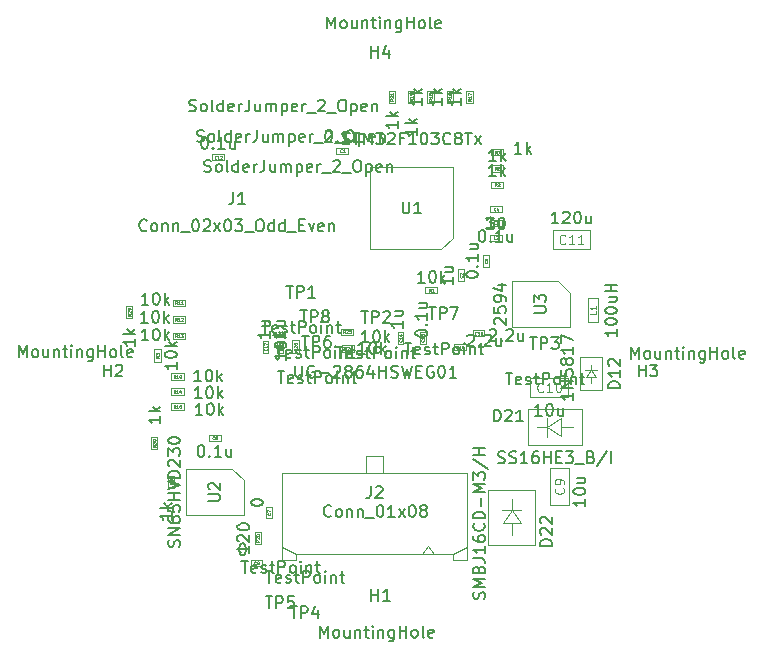
<source format=gbr>
%TF.GenerationSoftware,KiCad,Pcbnew,(5.1.10)-1*%
%TF.CreationDate,2022-02-14T20:34:47-05:00*%
%TF.ProjectId,CAN_Gauge,43414e5f-4761-4756-9765-2e6b69636164,rev?*%
%TF.SameCoordinates,Original*%
%TF.FileFunction,Other,Fab,Top*%
%FSLAX46Y46*%
G04 Gerber Fmt 4.6, Leading zero omitted, Abs format (unit mm)*
G04 Created by KiCad (PCBNEW (5.1.10)-1) date 2022-02-14 20:34:47*
%MOMM*%
%LPD*%
G01*
G04 APERTURE LIST*
%ADD10C,0.100000*%
%ADD11C,0.150000*%
%ADD12C,0.040000*%
%ADD13C,0.120000*%
%ADD14C,0.080000*%
G04 APERTURE END LIST*
D10*
%TO.C,C12*%
X119392800Y-80245000D02*
X120392800Y-80245000D01*
X119392800Y-80745000D02*
X119392800Y-80245000D01*
X120392800Y-80745000D02*
X119392800Y-80745000D01*
X120392800Y-80245000D02*
X120392800Y-80745000D01*
%TO.C,U1*%
X138750400Y-88287600D02*
X132750400Y-88287600D01*
X132750400Y-88287600D02*
X132750400Y-81287600D01*
X132750400Y-81287600D02*
X139750400Y-81287600D01*
X139750400Y-81287600D02*
X139750400Y-87287600D01*
X139750400Y-87287600D02*
X138750400Y-88287600D01*
%TO.C,C6*%
X142312300Y-88758000D02*
X142812300Y-88758000D01*
X142812300Y-88758000D02*
X142812300Y-89758000D01*
X142812300Y-89758000D02*
X142312300Y-89758000D01*
X142312300Y-89758000D02*
X142312300Y-88758000D01*
%TO.C,C10*%
X149496300Y-100814900D02*
X146296300Y-100814900D01*
X149496300Y-99214900D02*
X149496300Y-100814900D01*
X146296300Y-99214900D02*
X149496300Y-99214900D01*
X146296300Y-100814900D02*
X146296300Y-99214900D01*
%TO.C,C17*%
X123630600Y-96022400D02*
X124130600Y-96022400D01*
X124130600Y-96022400D02*
X124130600Y-97022400D01*
X124130600Y-97022400D02*
X123630600Y-97022400D01*
X123630600Y-97022400D02*
X123630600Y-96022400D01*
%TO.C,R24*%
X130340600Y-96944800D02*
X130340600Y-96404800D01*
X130340600Y-96404800D02*
X131390600Y-96404800D01*
X131390600Y-96404800D02*
X131390600Y-96944800D01*
X131390600Y-96944800D02*
X130340600Y-96944800D01*
%TO.C,R20*%
X122950200Y-113252600D02*
X122950200Y-112202600D01*
X123490200Y-113252600D02*
X122950200Y-113252600D01*
X123490200Y-112202600D02*
X123490200Y-113252600D01*
X122950200Y-112202600D02*
X123490200Y-112202600D01*
%TO.C,L1*%
X152067400Y-94423600D02*
X151167400Y-94423600D01*
X151167400Y-94423600D02*
X151167400Y-92423600D01*
X151167400Y-92423600D02*
X152067400Y-92423600D01*
X152067400Y-92423600D02*
X152067400Y-94423600D01*
%TO.C,C11*%
X151388600Y-86680000D02*
X151388600Y-88280000D01*
X151388600Y-88280000D02*
X148188600Y-88280000D01*
X148188600Y-88280000D02*
X148188600Y-86680000D01*
X148188600Y-86680000D02*
X151388600Y-86680000D01*
%TO.C,D12*%
X152339600Y-97408400D02*
X152339600Y-100208400D01*
X152339600Y-100208400D02*
X150539600Y-100208400D01*
X150539600Y-100208400D02*
X150539600Y-97408400D01*
X150539600Y-97408400D02*
X152339600Y-97408400D01*
X151439600Y-98058400D02*
X151439600Y-98458400D01*
X151439600Y-98458400D02*
X151989600Y-98458400D01*
X151439600Y-98458400D02*
X150889600Y-98458400D01*
X151439600Y-98458400D02*
X151839600Y-99058400D01*
X151839600Y-99058400D02*
X151039600Y-99058400D01*
X151039600Y-99058400D02*
X151439600Y-98458400D01*
X151439600Y-99058400D02*
X151439600Y-99558400D01*
%TO.C,U3*%
X148647400Y-90965600D02*
X149622400Y-91940600D01*
X144722400Y-90965600D02*
X148647400Y-90965600D01*
X144722400Y-94865600D02*
X144722400Y-90965600D01*
X149622400Y-94865600D02*
X144722400Y-94865600D01*
X149622400Y-91940600D02*
X149622400Y-94865600D01*
%TO.C,L2*%
X142885800Y-87052200D02*
X143885800Y-87052200D01*
X142885800Y-87552200D02*
X142885800Y-87052200D01*
X143885800Y-87552200D02*
X142885800Y-87552200D01*
X143885800Y-87052200D02*
X143885800Y-87552200D01*
%TO.C,J2*%
X137622000Y-113380893D02*
X137122000Y-114088000D01*
X138122000Y-114088000D02*
X137622000Y-113380893D01*
X132422000Y-105818000D02*
X132422000Y-107218000D01*
X133822000Y-105818000D02*
X132422000Y-105818000D01*
X133822000Y-107218000D02*
X133822000Y-105818000D01*
X125297000Y-113458000D02*
X126497000Y-114088000D01*
X140947000Y-113458000D02*
X139747000Y-114088000D01*
X126497000Y-114088000D02*
X139747000Y-114088000D01*
X126497000Y-114588000D02*
X126497000Y-114088000D01*
X125297000Y-114588000D02*
X126497000Y-114588000D01*
X125297000Y-107218000D02*
X125297000Y-114588000D01*
X140947000Y-107218000D02*
X125297000Y-107218000D01*
X140947000Y-114588000D02*
X140947000Y-107218000D01*
X139747000Y-114588000D02*
X140947000Y-114588000D01*
X139747000Y-114088000D02*
X139747000Y-114588000D01*
%TO.C,R30*%
X114727200Y-105200800D02*
X114187200Y-105200800D01*
X114187200Y-105200800D02*
X114187200Y-104150800D01*
X114187200Y-104150800D02*
X114727200Y-104150800D01*
X114727200Y-104150800D02*
X114727200Y-105200800D01*
%TO.C,R29*%
X112079000Y-93051000D02*
X112619000Y-93051000D01*
X112619000Y-93051000D02*
X112619000Y-94101000D01*
X112619000Y-94101000D02*
X112079000Y-94101000D01*
X112079000Y-94101000D02*
X112079000Y-93051000D01*
%TO.C,R21*%
X134316700Y-74839200D02*
X134856700Y-74839200D01*
X134856700Y-74839200D02*
X134856700Y-75889200D01*
X134856700Y-75889200D02*
X134316700Y-75889200D01*
X134316700Y-75889200D02*
X134316700Y-74839200D01*
%TO.C,D22*%
X142734000Y-113275000D02*
X142734000Y-108675000D01*
X142734000Y-108675000D02*
X146734000Y-108675000D01*
X146734000Y-113275000D02*
X142734000Y-113275000D01*
X146734000Y-113275000D02*
X146734000Y-108675000D01*
X144732980Y-110325560D02*
X144732980Y-109423860D01*
X144732980Y-111476180D02*
X144732980Y-112474400D01*
X145533080Y-110325560D02*
X143932880Y-110325560D01*
X143983680Y-111476180D02*
X145533080Y-111476180D01*
X144732980Y-110325560D02*
X143983680Y-111476180D01*
X144732980Y-110325560D02*
X145533080Y-111476180D01*
%TO.C,C9*%
X147998000Y-109958800D02*
X147998000Y-106758800D01*
X149598000Y-109958800D02*
X147998000Y-109958800D01*
X149598000Y-106758800D02*
X149598000Y-109958800D01*
X147998000Y-106758800D02*
X149598000Y-106758800D01*
%TO.C,R26*%
X126150600Y-95997400D02*
X126690600Y-95997400D01*
X126690600Y-95997400D02*
X126690600Y-97047400D01*
X126690600Y-97047400D02*
X126150600Y-97047400D01*
X126150600Y-97047400D02*
X126150600Y-95997400D01*
%TO.C,R25*%
X131314400Y-94982400D02*
X131314400Y-95522400D01*
X131314400Y-95522400D02*
X130264400Y-95522400D01*
X130264400Y-95522400D02*
X130264400Y-94982400D01*
X130264400Y-94982400D02*
X131314400Y-94982400D01*
%TO.C,C18*%
X141414600Y-95642100D02*
X141414600Y-95142100D01*
X141414600Y-95142100D02*
X142414600Y-95142100D01*
X142414600Y-95142100D02*
X142414600Y-95642100D01*
X142414600Y-95642100D02*
X141414600Y-95642100D01*
%TO.C,C16*%
X139852500Y-96823200D02*
X139852500Y-96323200D01*
X139852500Y-96323200D02*
X140852500Y-96323200D01*
X140852500Y-96323200D02*
X140852500Y-96823200D01*
X140852500Y-96823200D02*
X139852500Y-96823200D01*
%TO.C,C15*%
X124895600Y-96022400D02*
X125395600Y-96022400D01*
X125395600Y-96022400D02*
X125395600Y-97022400D01*
X125395600Y-97022400D02*
X124895600Y-97022400D01*
X124895600Y-97022400D02*
X124895600Y-96022400D01*
%TO.C,C14*%
X135060600Y-95285800D02*
X135560600Y-95285800D01*
X135560600Y-95285800D02*
X135560600Y-96285800D01*
X135560600Y-96285800D02*
X135060600Y-96285800D01*
X135060600Y-96285800D02*
X135060600Y-95285800D01*
%TO.C,C13*%
X136927500Y-95285800D02*
X137427500Y-95285800D01*
X137427500Y-95285800D02*
X137427500Y-96285800D01*
X137427500Y-96285800D02*
X136927500Y-96285800D01*
X136927500Y-96285800D02*
X136927500Y-95285800D01*
%TO.C,C8*%
X122618600Y-114585800D02*
X123618600Y-114585800D01*
X122618600Y-115085800D02*
X122618600Y-114585800D01*
X123618600Y-115085800D02*
X122618600Y-115085800D01*
X123618600Y-114585800D02*
X123618600Y-115085800D01*
%TO.C,C7*%
X123935400Y-111068600D02*
X123935400Y-110068600D01*
X124435400Y-111068600D02*
X123935400Y-111068600D01*
X124435400Y-110068600D02*
X124435400Y-111068600D01*
X123935400Y-110068600D02*
X124435400Y-110068600D01*
%TO.C,C5*%
X120088000Y-104494000D02*
X119088000Y-104494000D01*
X120088000Y-103994000D02*
X120088000Y-104494000D01*
X119088000Y-103994000D02*
X120088000Y-103994000D01*
X119088000Y-104494000D02*
X119088000Y-103994000D01*
%TO.C,C4*%
X143887800Y-85139200D02*
X142887800Y-85139200D01*
X143887800Y-84639200D02*
X143887800Y-85139200D01*
X142887800Y-84639200D02*
X143887800Y-84639200D01*
X142887800Y-85139200D02*
X142887800Y-84639200D01*
%TO.C,C3*%
X143887800Y-86282200D02*
X142887800Y-86282200D01*
X143887800Y-85782200D02*
X143887800Y-86282200D01*
X142887800Y-85782200D02*
X143887800Y-85782200D01*
X142887800Y-86282200D02*
X142887800Y-85782200D01*
%TO.C,C2*%
X140216800Y-90977200D02*
X140216800Y-89977200D01*
X140716800Y-90977200D02*
X140216800Y-90977200D01*
X140716800Y-89977200D02*
X140716800Y-90977200D01*
X140216800Y-89977200D02*
X140716800Y-89977200D01*
%TO.C,C1*%
X129883000Y-79686200D02*
X130883000Y-79686200D01*
X129883000Y-80186200D02*
X129883000Y-79686200D01*
X130883000Y-80186200D02*
X129883000Y-80186200D01*
X130883000Y-79686200D02*
X130883000Y-80186200D01*
%TO.C,R19*%
X135955000Y-75889200D02*
X135955000Y-74839200D01*
X136495000Y-75889200D02*
X135955000Y-75889200D01*
X136495000Y-74839200D02*
X136495000Y-75889200D01*
X135955000Y-74839200D02*
X136495000Y-74839200D01*
%TO.C,R18*%
X137593300Y-74839200D02*
X138133300Y-74839200D01*
X138133300Y-74839200D02*
X138133300Y-75889200D01*
X138133300Y-75889200D02*
X137593300Y-75889200D01*
X137593300Y-75889200D02*
X137593300Y-74839200D01*
%TO.C,R17*%
X140869900Y-75889200D02*
X140869900Y-74839200D01*
X141409900Y-75889200D02*
X140869900Y-75889200D01*
X141409900Y-74839200D02*
X141409900Y-75889200D01*
X140869900Y-74839200D02*
X141409900Y-74839200D01*
%TO.C,R16*%
X139231600Y-75889200D02*
X139231600Y-74839200D01*
X139771600Y-75889200D02*
X139231600Y-75889200D01*
X139771600Y-74839200D02*
X139771600Y-75889200D01*
X139231600Y-74839200D02*
X139771600Y-74839200D01*
%TO.C,R15*%
X115888000Y-101307000D02*
X116938000Y-101307000D01*
X115888000Y-101847000D02*
X115888000Y-101307000D01*
X116938000Y-101847000D02*
X115888000Y-101847000D01*
X116938000Y-101307000D02*
X116938000Y-101847000D01*
%TO.C,R14*%
X115888000Y-100037000D02*
X116938000Y-100037000D01*
X115888000Y-100577000D02*
X115888000Y-100037000D01*
X116938000Y-100577000D02*
X115888000Y-100577000D01*
X116938000Y-100037000D02*
X116938000Y-100577000D01*
%TO.C,R13*%
X116015000Y-95338000D02*
X117065000Y-95338000D01*
X116015000Y-95878000D02*
X116015000Y-95338000D01*
X117065000Y-95878000D02*
X116015000Y-95878000D01*
X117065000Y-95338000D02*
X117065000Y-95878000D01*
%TO.C,R12*%
X117065000Y-94481000D02*
X116015000Y-94481000D01*
X117065000Y-93941000D02*
X117065000Y-94481000D01*
X116015000Y-93941000D02*
X117065000Y-93941000D01*
X116015000Y-94481000D02*
X116015000Y-93941000D01*
%TO.C,R11*%
X116015000Y-92544000D02*
X117065000Y-92544000D01*
X116015000Y-93084000D02*
X116015000Y-92544000D01*
X117065000Y-93084000D02*
X116015000Y-93084000D01*
X117065000Y-92544000D02*
X117065000Y-93084000D01*
%TO.C,R10*%
X115888000Y-98767000D02*
X116938000Y-98767000D01*
X115888000Y-99307000D02*
X115888000Y-98767000D01*
X116938000Y-99307000D02*
X115888000Y-99307000D01*
X116938000Y-98767000D02*
X116938000Y-99307000D01*
%TO.C,R1*%
X138426400Y-92017200D02*
X137376400Y-92017200D01*
X138426400Y-91477200D02*
X138426400Y-92017200D01*
X137376400Y-91477200D02*
X138426400Y-91477200D01*
X137376400Y-92017200D02*
X137376400Y-91477200D01*
%TO.C,D21*%
X147742160Y-103330620D02*
X148892780Y-102530520D01*
X147742160Y-103330620D02*
X148892780Y-104079920D01*
X148892780Y-104079920D02*
X148892780Y-102530520D01*
X147742160Y-102530520D02*
X147742160Y-104130720D01*
X148892780Y-103330620D02*
X149891000Y-103330620D01*
X147742160Y-103330620D02*
X146840460Y-103330620D01*
X150691600Y-101829600D02*
X146091600Y-101829600D01*
X150691600Y-101829600D02*
X150691600Y-104829600D01*
X146091600Y-104829600D02*
X146091600Y-101829600D01*
X150691600Y-104829600D02*
X146091600Y-104829600D01*
%TO.C,R9*%
X115635000Y-107429400D02*
X116175000Y-107429400D01*
X116175000Y-107429400D02*
X116175000Y-108479400D01*
X116175000Y-108479400D02*
X115635000Y-108479400D01*
X115635000Y-108479400D02*
X115635000Y-107429400D01*
%TO.C,R8*%
X144014400Y-81164800D02*
X144014400Y-81704800D01*
X144014400Y-81704800D02*
X142964400Y-81704800D01*
X142964400Y-81704800D02*
X142964400Y-81164800D01*
X142964400Y-81164800D02*
X144014400Y-81164800D01*
%TO.C,R7*%
X144014400Y-79793200D02*
X144014400Y-80333200D01*
X144014400Y-80333200D02*
X142964400Y-80333200D01*
X142964400Y-80333200D02*
X142964400Y-79793200D01*
X142964400Y-79793200D02*
X144014400Y-79793200D01*
%TO.C,R3*%
X115006600Y-97784000D02*
X114466600Y-97784000D01*
X114466600Y-97784000D02*
X114466600Y-96734000D01*
X114466600Y-96734000D02*
X115006600Y-96734000D01*
X115006600Y-96734000D02*
X115006600Y-97784000D01*
%TO.C,R2*%
X144014400Y-82536400D02*
X144014400Y-83076400D01*
X144014400Y-83076400D02*
X142964400Y-83076400D01*
X142964400Y-83076400D02*
X142964400Y-82536400D01*
X142964400Y-82536400D02*
X144014400Y-82536400D01*
%TO.C,U2*%
X122038000Y-107841000D02*
X122038000Y-110766000D01*
X122038000Y-110766000D02*
X117138000Y-110766000D01*
X117138000Y-110766000D02*
X117138000Y-106866000D01*
X117138000Y-106866000D02*
X121063000Y-106866000D01*
X121063000Y-106866000D02*
X122038000Y-107841000D01*
%TD*%
%TO.C,C12*%
D11*
X118678514Y-78787380D02*
X118773752Y-78787380D01*
X118868990Y-78835000D01*
X118916609Y-78882619D01*
X118964228Y-78977857D01*
X119011847Y-79168333D01*
X119011847Y-79406428D01*
X118964228Y-79596904D01*
X118916609Y-79692142D01*
X118868990Y-79739761D01*
X118773752Y-79787380D01*
X118678514Y-79787380D01*
X118583276Y-79739761D01*
X118535657Y-79692142D01*
X118488038Y-79596904D01*
X118440419Y-79406428D01*
X118440419Y-79168333D01*
X118488038Y-78977857D01*
X118535657Y-78882619D01*
X118583276Y-78835000D01*
X118678514Y-78787380D01*
X119440419Y-79692142D02*
X119488038Y-79739761D01*
X119440419Y-79787380D01*
X119392800Y-79739761D01*
X119440419Y-79692142D01*
X119440419Y-79787380D01*
X120440419Y-79787380D02*
X119868990Y-79787380D01*
X120154704Y-79787380D02*
X120154704Y-78787380D01*
X120059466Y-78930238D01*
X119964228Y-79025476D01*
X119868990Y-79073095D01*
X121297561Y-79120714D02*
X121297561Y-79787380D01*
X120868990Y-79120714D02*
X120868990Y-79644523D01*
X120916609Y-79739761D01*
X121011847Y-79787380D01*
X121154704Y-79787380D01*
X121249942Y-79739761D01*
X121297561Y-79692142D01*
D12*
X119732085Y-80584285D02*
X119720180Y-80596190D01*
X119684466Y-80608095D01*
X119660657Y-80608095D01*
X119624942Y-80596190D01*
X119601133Y-80572380D01*
X119589228Y-80548571D01*
X119577323Y-80500952D01*
X119577323Y-80465238D01*
X119589228Y-80417619D01*
X119601133Y-80393809D01*
X119624942Y-80370000D01*
X119660657Y-80358095D01*
X119684466Y-80358095D01*
X119720180Y-80370000D01*
X119732085Y-80381904D01*
X119970180Y-80608095D02*
X119827323Y-80608095D01*
X119898752Y-80608095D02*
X119898752Y-80358095D01*
X119874942Y-80393809D01*
X119851133Y-80417619D01*
X119827323Y-80429523D01*
X120065419Y-80381904D02*
X120077323Y-80370000D01*
X120101133Y-80358095D01*
X120160657Y-80358095D01*
X120184466Y-80370000D01*
X120196371Y-80381904D01*
X120208276Y-80405714D01*
X120208276Y-80429523D01*
X120196371Y-80465238D01*
X120053514Y-80608095D01*
X120208276Y-80608095D01*
%TO.C,JP6*%
D11*
X118698409Y-81679461D02*
X118841266Y-81727080D01*
X119079361Y-81727080D01*
X119174600Y-81679461D01*
X119222219Y-81631842D01*
X119269838Y-81536604D01*
X119269838Y-81441366D01*
X119222219Y-81346128D01*
X119174600Y-81298509D01*
X119079361Y-81250890D01*
X118888885Y-81203271D01*
X118793647Y-81155652D01*
X118746028Y-81108033D01*
X118698409Y-81012795D01*
X118698409Y-80917557D01*
X118746028Y-80822319D01*
X118793647Y-80774700D01*
X118888885Y-80727080D01*
X119126980Y-80727080D01*
X119269838Y-80774700D01*
X119841266Y-81727080D02*
X119746028Y-81679461D01*
X119698409Y-81631842D01*
X119650790Y-81536604D01*
X119650790Y-81250890D01*
X119698409Y-81155652D01*
X119746028Y-81108033D01*
X119841266Y-81060414D01*
X119984123Y-81060414D01*
X120079361Y-81108033D01*
X120126980Y-81155652D01*
X120174600Y-81250890D01*
X120174600Y-81536604D01*
X120126980Y-81631842D01*
X120079361Y-81679461D01*
X119984123Y-81727080D01*
X119841266Y-81727080D01*
X120746028Y-81727080D02*
X120650790Y-81679461D01*
X120603171Y-81584223D01*
X120603171Y-80727080D01*
X121555552Y-81727080D02*
X121555552Y-80727080D01*
X121555552Y-81679461D02*
X121460314Y-81727080D01*
X121269838Y-81727080D01*
X121174600Y-81679461D01*
X121126980Y-81631842D01*
X121079361Y-81536604D01*
X121079361Y-81250890D01*
X121126980Y-81155652D01*
X121174600Y-81108033D01*
X121269838Y-81060414D01*
X121460314Y-81060414D01*
X121555552Y-81108033D01*
X122412695Y-81679461D02*
X122317457Y-81727080D01*
X122126980Y-81727080D01*
X122031742Y-81679461D01*
X121984123Y-81584223D01*
X121984123Y-81203271D01*
X122031742Y-81108033D01*
X122126980Y-81060414D01*
X122317457Y-81060414D01*
X122412695Y-81108033D01*
X122460314Y-81203271D01*
X122460314Y-81298509D01*
X121984123Y-81393747D01*
X122888885Y-81727080D02*
X122888885Y-81060414D01*
X122888885Y-81250890D02*
X122936504Y-81155652D01*
X122984123Y-81108033D01*
X123079361Y-81060414D01*
X123174600Y-81060414D01*
X123793647Y-80727080D02*
X123793647Y-81441366D01*
X123746028Y-81584223D01*
X123650790Y-81679461D01*
X123507933Y-81727080D01*
X123412695Y-81727080D01*
X124698409Y-81060414D02*
X124698409Y-81727080D01*
X124269838Y-81060414D02*
X124269838Y-81584223D01*
X124317457Y-81679461D01*
X124412695Y-81727080D01*
X124555552Y-81727080D01*
X124650790Y-81679461D01*
X124698409Y-81631842D01*
X125174600Y-81727080D02*
X125174600Y-81060414D01*
X125174600Y-81155652D02*
X125222219Y-81108033D01*
X125317457Y-81060414D01*
X125460314Y-81060414D01*
X125555552Y-81108033D01*
X125603171Y-81203271D01*
X125603171Y-81727080D01*
X125603171Y-81203271D02*
X125650790Y-81108033D01*
X125746028Y-81060414D01*
X125888885Y-81060414D01*
X125984123Y-81108033D01*
X126031742Y-81203271D01*
X126031742Y-81727080D01*
X126507933Y-81060414D02*
X126507933Y-82060414D01*
X126507933Y-81108033D02*
X126603171Y-81060414D01*
X126793647Y-81060414D01*
X126888885Y-81108033D01*
X126936504Y-81155652D01*
X126984123Y-81250890D01*
X126984123Y-81536604D01*
X126936504Y-81631842D01*
X126888885Y-81679461D01*
X126793647Y-81727080D01*
X126603171Y-81727080D01*
X126507933Y-81679461D01*
X127793647Y-81679461D02*
X127698409Y-81727080D01*
X127507933Y-81727080D01*
X127412695Y-81679461D01*
X127365076Y-81584223D01*
X127365076Y-81203271D01*
X127412695Y-81108033D01*
X127507933Y-81060414D01*
X127698409Y-81060414D01*
X127793647Y-81108033D01*
X127841266Y-81203271D01*
X127841266Y-81298509D01*
X127365076Y-81393747D01*
X128269838Y-81727080D02*
X128269838Y-81060414D01*
X128269838Y-81250890D02*
X128317457Y-81155652D01*
X128365076Y-81108033D01*
X128460314Y-81060414D01*
X128555552Y-81060414D01*
X128650790Y-81822319D02*
X129412695Y-81822319D01*
X129603171Y-80822319D02*
X129650790Y-80774700D01*
X129746028Y-80727080D01*
X129984123Y-80727080D01*
X130079361Y-80774700D01*
X130126980Y-80822319D01*
X130174600Y-80917557D01*
X130174600Y-81012795D01*
X130126980Y-81155652D01*
X129555552Y-81727080D01*
X130174600Y-81727080D01*
X130365076Y-81822319D02*
X131126980Y-81822319D01*
X131555552Y-80727080D02*
X131746028Y-80727080D01*
X131841266Y-80774700D01*
X131936504Y-80869938D01*
X131984123Y-81060414D01*
X131984123Y-81393747D01*
X131936504Y-81584223D01*
X131841266Y-81679461D01*
X131746028Y-81727080D01*
X131555552Y-81727080D01*
X131460314Y-81679461D01*
X131365076Y-81584223D01*
X131317457Y-81393747D01*
X131317457Y-81060414D01*
X131365076Y-80869938D01*
X131460314Y-80774700D01*
X131555552Y-80727080D01*
X132412695Y-81060414D02*
X132412695Y-82060414D01*
X132412695Y-81108033D02*
X132507933Y-81060414D01*
X132698409Y-81060414D01*
X132793647Y-81108033D01*
X132841266Y-81155652D01*
X132888885Y-81250890D01*
X132888885Y-81536604D01*
X132841266Y-81631842D01*
X132793647Y-81679461D01*
X132698409Y-81727080D01*
X132507933Y-81727080D01*
X132412695Y-81679461D01*
X133698409Y-81679461D02*
X133603171Y-81727080D01*
X133412695Y-81727080D01*
X133317457Y-81679461D01*
X133269838Y-81584223D01*
X133269838Y-81203271D01*
X133317457Y-81108033D01*
X133412695Y-81060414D01*
X133603171Y-81060414D01*
X133698409Y-81108033D01*
X133746028Y-81203271D01*
X133746028Y-81298509D01*
X133269838Y-81393747D01*
X134174599Y-81060414D02*
X134174599Y-81727080D01*
X134174599Y-81155652D02*
X134222219Y-81108033D01*
X134317457Y-81060414D01*
X134460314Y-81060414D01*
X134555552Y-81108033D01*
X134603171Y-81203271D01*
X134603171Y-81727080D01*
%TO.C,JP5*%
X118065709Y-79126761D02*
X118208566Y-79174380D01*
X118446661Y-79174380D01*
X118541900Y-79126761D01*
X118589519Y-79079142D01*
X118637138Y-78983904D01*
X118637138Y-78888666D01*
X118589519Y-78793428D01*
X118541900Y-78745809D01*
X118446661Y-78698190D01*
X118256185Y-78650571D01*
X118160947Y-78602952D01*
X118113328Y-78555333D01*
X118065709Y-78460095D01*
X118065709Y-78364857D01*
X118113328Y-78269619D01*
X118160947Y-78222000D01*
X118256185Y-78174380D01*
X118494280Y-78174380D01*
X118637138Y-78222000D01*
X119208566Y-79174380D02*
X119113328Y-79126761D01*
X119065709Y-79079142D01*
X119018090Y-78983904D01*
X119018090Y-78698190D01*
X119065709Y-78602952D01*
X119113328Y-78555333D01*
X119208566Y-78507714D01*
X119351423Y-78507714D01*
X119446661Y-78555333D01*
X119494280Y-78602952D01*
X119541900Y-78698190D01*
X119541900Y-78983904D01*
X119494280Y-79079142D01*
X119446661Y-79126761D01*
X119351423Y-79174380D01*
X119208566Y-79174380D01*
X120113328Y-79174380D02*
X120018090Y-79126761D01*
X119970471Y-79031523D01*
X119970471Y-78174380D01*
X120922852Y-79174380D02*
X120922852Y-78174380D01*
X120922852Y-79126761D02*
X120827614Y-79174380D01*
X120637138Y-79174380D01*
X120541900Y-79126761D01*
X120494280Y-79079142D01*
X120446661Y-78983904D01*
X120446661Y-78698190D01*
X120494280Y-78602952D01*
X120541900Y-78555333D01*
X120637138Y-78507714D01*
X120827614Y-78507714D01*
X120922852Y-78555333D01*
X121779995Y-79126761D02*
X121684757Y-79174380D01*
X121494280Y-79174380D01*
X121399042Y-79126761D01*
X121351423Y-79031523D01*
X121351423Y-78650571D01*
X121399042Y-78555333D01*
X121494280Y-78507714D01*
X121684757Y-78507714D01*
X121779995Y-78555333D01*
X121827614Y-78650571D01*
X121827614Y-78745809D01*
X121351423Y-78841047D01*
X122256185Y-79174380D02*
X122256185Y-78507714D01*
X122256185Y-78698190D02*
X122303804Y-78602952D01*
X122351423Y-78555333D01*
X122446661Y-78507714D01*
X122541900Y-78507714D01*
X123160947Y-78174380D02*
X123160947Y-78888666D01*
X123113328Y-79031523D01*
X123018090Y-79126761D01*
X122875233Y-79174380D01*
X122779995Y-79174380D01*
X124065709Y-78507714D02*
X124065709Y-79174380D01*
X123637138Y-78507714D02*
X123637138Y-79031523D01*
X123684757Y-79126761D01*
X123779995Y-79174380D01*
X123922852Y-79174380D01*
X124018090Y-79126761D01*
X124065709Y-79079142D01*
X124541900Y-79174380D02*
X124541900Y-78507714D01*
X124541900Y-78602952D02*
X124589519Y-78555333D01*
X124684757Y-78507714D01*
X124827614Y-78507714D01*
X124922852Y-78555333D01*
X124970471Y-78650571D01*
X124970471Y-79174380D01*
X124970471Y-78650571D02*
X125018090Y-78555333D01*
X125113328Y-78507714D01*
X125256185Y-78507714D01*
X125351423Y-78555333D01*
X125399042Y-78650571D01*
X125399042Y-79174380D01*
X125875233Y-78507714D02*
X125875233Y-79507714D01*
X125875233Y-78555333D02*
X125970471Y-78507714D01*
X126160947Y-78507714D01*
X126256185Y-78555333D01*
X126303804Y-78602952D01*
X126351423Y-78698190D01*
X126351423Y-78983904D01*
X126303804Y-79079142D01*
X126256185Y-79126761D01*
X126160947Y-79174380D01*
X125970471Y-79174380D01*
X125875233Y-79126761D01*
X127160947Y-79126761D02*
X127065709Y-79174380D01*
X126875233Y-79174380D01*
X126779995Y-79126761D01*
X126732376Y-79031523D01*
X126732376Y-78650571D01*
X126779995Y-78555333D01*
X126875233Y-78507714D01*
X127065709Y-78507714D01*
X127160947Y-78555333D01*
X127208566Y-78650571D01*
X127208566Y-78745809D01*
X126732376Y-78841047D01*
X127637138Y-79174380D02*
X127637138Y-78507714D01*
X127637138Y-78698190D02*
X127684757Y-78602952D01*
X127732376Y-78555333D01*
X127827614Y-78507714D01*
X127922852Y-78507714D01*
X128018090Y-79269619D02*
X128779995Y-79269619D01*
X128970471Y-78269619D02*
X129018090Y-78222000D01*
X129113328Y-78174380D01*
X129351423Y-78174380D01*
X129446661Y-78222000D01*
X129494280Y-78269619D01*
X129541900Y-78364857D01*
X129541900Y-78460095D01*
X129494280Y-78602952D01*
X128922852Y-79174380D01*
X129541900Y-79174380D01*
X129732376Y-79269619D02*
X130494280Y-79269619D01*
X130922852Y-78174380D02*
X131113328Y-78174380D01*
X131208566Y-78222000D01*
X131303804Y-78317238D01*
X131351423Y-78507714D01*
X131351423Y-78841047D01*
X131303804Y-79031523D01*
X131208566Y-79126761D01*
X131113328Y-79174380D01*
X130922852Y-79174380D01*
X130827614Y-79126761D01*
X130732376Y-79031523D01*
X130684757Y-78841047D01*
X130684757Y-78507714D01*
X130732376Y-78317238D01*
X130827614Y-78222000D01*
X130922852Y-78174380D01*
X131779995Y-78507714D02*
X131779995Y-79507714D01*
X131779995Y-78555333D02*
X131875233Y-78507714D01*
X132065709Y-78507714D01*
X132160947Y-78555333D01*
X132208566Y-78602952D01*
X132256185Y-78698190D01*
X132256185Y-78983904D01*
X132208566Y-79079142D01*
X132160947Y-79126761D01*
X132065709Y-79174380D01*
X131875233Y-79174380D01*
X131779995Y-79126761D01*
X133065709Y-79126761D02*
X132970471Y-79174380D01*
X132779995Y-79174380D01*
X132684757Y-79126761D01*
X132637138Y-79031523D01*
X132637138Y-78650571D01*
X132684757Y-78555333D01*
X132779995Y-78507714D01*
X132970471Y-78507714D01*
X133065709Y-78555333D01*
X133113328Y-78650571D01*
X133113328Y-78745809D01*
X132637138Y-78841047D01*
X133541899Y-78507714D02*
X133541899Y-79174380D01*
X133541899Y-78602952D02*
X133589519Y-78555333D01*
X133684757Y-78507714D01*
X133827614Y-78507714D01*
X133922852Y-78555333D01*
X133970471Y-78650571D01*
X133970471Y-79174380D01*
%TO.C,JP4*%
X117428409Y-76561361D02*
X117571266Y-76608980D01*
X117809361Y-76608980D01*
X117904600Y-76561361D01*
X117952219Y-76513742D01*
X117999838Y-76418504D01*
X117999838Y-76323266D01*
X117952219Y-76228028D01*
X117904600Y-76180409D01*
X117809361Y-76132790D01*
X117618885Y-76085171D01*
X117523647Y-76037552D01*
X117476028Y-75989933D01*
X117428409Y-75894695D01*
X117428409Y-75799457D01*
X117476028Y-75704219D01*
X117523647Y-75656600D01*
X117618885Y-75608980D01*
X117856980Y-75608980D01*
X117999838Y-75656600D01*
X118571266Y-76608980D02*
X118476028Y-76561361D01*
X118428409Y-76513742D01*
X118380790Y-76418504D01*
X118380790Y-76132790D01*
X118428409Y-76037552D01*
X118476028Y-75989933D01*
X118571266Y-75942314D01*
X118714123Y-75942314D01*
X118809361Y-75989933D01*
X118856980Y-76037552D01*
X118904600Y-76132790D01*
X118904600Y-76418504D01*
X118856980Y-76513742D01*
X118809361Y-76561361D01*
X118714123Y-76608980D01*
X118571266Y-76608980D01*
X119476028Y-76608980D02*
X119380790Y-76561361D01*
X119333171Y-76466123D01*
X119333171Y-75608980D01*
X120285552Y-76608980D02*
X120285552Y-75608980D01*
X120285552Y-76561361D02*
X120190314Y-76608980D01*
X119999838Y-76608980D01*
X119904600Y-76561361D01*
X119856980Y-76513742D01*
X119809361Y-76418504D01*
X119809361Y-76132790D01*
X119856980Y-76037552D01*
X119904600Y-75989933D01*
X119999838Y-75942314D01*
X120190314Y-75942314D01*
X120285552Y-75989933D01*
X121142695Y-76561361D02*
X121047457Y-76608980D01*
X120856980Y-76608980D01*
X120761742Y-76561361D01*
X120714123Y-76466123D01*
X120714123Y-76085171D01*
X120761742Y-75989933D01*
X120856980Y-75942314D01*
X121047457Y-75942314D01*
X121142695Y-75989933D01*
X121190314Y-76085171D01*
X121190314Y-76180409D01*
X120714123Y-76275647D01*
X121618885Y-76608980D02*
X121618885Y-75942314D01*
X121618885Y-76132790D02*
X121666504Y-76037552D01*
X121714123Y-75989933D01*
X121809361Y-75942314D01*
X121904600Y-75942314D01*
X122523647Y-75608980D02*
X122523647Y-76323266D01*
X122476028Y-76466123D01*
X122380790Y-76561361D01*
X122237933Y-76608980D01*
X122142695Y-76608980D01*
X123428409Y-75942314D02*
X123428409Y-76608980D01*
X122999838Y-75942314D02*
X122999838Y-76466123D01*
X123047457Y-76561361D01*
X123142695Y-76608980D01*
X123285552Y-76608980D01*
X123380790Y-76561361D01*
X123428409Y-76513742D01*
X123904600Y-76608980D02*
X123904600Y-75942314D01*
X123904600Y-76037552D02*
X123952219Y-75989933D01*
X124047457Y-75942314D01*
X124190314Y-75942314D01*
X124285552Y-75989933D01*
X124333171Y-76085171D01*
X124333171Y-76608980D01*
X124333171Y-76085171D02*
X124380790Y-75989933D01*
X124476028Y-75942314D01*
X124618885Y-75942314D01*
X124714123Y-75989933D01*
X124761742Y-76085171D01*
X124761742Y-76608980D01*
X125237933Y-75942314D02*
X125237933Y-76942314D01*
X125237933Y-75989933D02*
X125333171Y-75942314D01*
X125523647Y-75942314D01*
X125618885Y-75989933D01*
X125666504Y-76037552D01*
X125714123Y-76132790D01*
X125714123Y-76418504D01*
X125666504Y-76513742D01*
X125618885Y-76561361D01*
X125523647Y-76608980D01*
X125333171Y-76608980D01*
X125237933Y-76561361D01*
X126523647Y-76561361D02*
X126428409Y-76608980D01*
X126237933Y-76608980D01*
X126142695Y-76561361D01*
X126095076Y-76466123D01*
X126095076Y-76085171D01*
X126142695Y-75989933D01*
X126237933Y-75942314D01*
X126428409Y-75942314D01*
X126523647Y-75989933D01*
X126571266Y-76085171D01*
X126571266Y-76180409D01*
X126095076Y-76275647D01*
X126999838Y-76608980D02*
X126999838Y-75942314D01*
X126999838Y-76132790D02*
X127047457Y-76037552D01*
X127095076Y-75989933D01*
X127190314Y-75942314D01*
X127285552Y-75942314D01*
X127380790Y-76704219D02*
X128142695Y-76704219D01*
X128333171Y-75704219D02*
X128380790Y-75656600D01*
X128476028Y-75608980D01*
X128714123Y-75608980D01*
X128809361Y-75656600D01*
X128856980Y-75704219D01*
X128904600Y-75799457D01*
X128904600Y-75894695D01*
X128856980Y-76037552D01*
X128285552Y-76608980D01*
X128904600Y-76608980D01*
X129095076Y-76704219D02*
X129856980Y-76704219D01*
X130285552Y-75608980D02*
X130476028Y-75608980D01*
X130571266Y-75656600D01*
X130666504Y-75751838D01*
X130714123Y-75942314D01*
X130714123Y-76275647D01*
X130666504Y-76466123D01*
X130571266Y-76561361D01*
X130476028Y-76608980D01*
X130285552Y-76608980D01*
X130190314Y-76561361D01*
X130095076Y-76466123D01*
X130047457Y-76275647D01*
X130047457Y-75942314D01*
X130095076Y-75751838D01*
X130190314Y-75656600D01*
X130285552Y-75608980D01*
X131142695Y-75942314D02*
X131142695Y-76942314D01*
X131142695Y-75989933D02*
X131237933Y-75942314D01*
X131428409Y-75942314D01*
X131523647Y-75989933D01*
X131571266Y-76037552D01*
X131618885Y-76132790D01*
X131618885Y-76418504D01*
X131571266Y-76513742D01*
X131523647Y-76561361D01*
X131428409Y-76608980D01*
X131237933Y-76608980D01*
X131142695Y-76561361D01*
X132428409Y-76561361D02*
X132333171Y-76608980D01*
X132142695Y-76608980D01*
X132047457Y-76561361D01*
X131999838Y-76466123D01*
X131999838Y-76085171D01*
X132047457Y-75989933D01*
X132142695Y-75942314D01*
X132333171Y-75942314D01*
X132428409Y-75989933D01*
X132476028Y-76085171D01*
X132476028Y-76180409D01*
X131999838Y-76275647D01*
X132904599Y-75942314D02*
X132904599Y-76608980D01*
X132904599Y-76037552D02*
X132952219Y-75989933D01*
X133047457Y-75942314D01*
X133190314Y-75942314D01*
X133285552Y-75989933D01*
X133333171Y-76085171D01*
X133333171Y-76608980D01*
%TO.C,U1*%
X130440876Y-79342361D02*
X130583733Y-79389980D01*
X130821828Y-79389980D01*
X130917066Y-79342361D01*
X130964685Y-79294742D01*
X131012304Y-79199504D01*
X131012304Y-79104266D01*
X130964685Y-79009028D01*
X130917066Y-78961409D01*
X130821828Y-78913790D01*
X130631352Y-78866171D01*
X130536114Y-78818552D01*
X130488495Y-78770933D01*
X130440876Y-78675695D01*
X130440876Y-78580457D01*
X130488495Y-78485219D01*
X130536114Y-78437600D01*
X130631352Y-78389980D01*
X130869447Y-78389980D01*
X131012304Y-78437600D01*
X131298019Y-78389980D02*
X131869447Y-78389980D01*
X131583733Y-79389980D02*
X131583733Y-78389980D01*
X132202780Y-79389980D02*
X132202780Y-78389980D01*
X132536114Y-79104266D01*
X132869447Y-78389980D01*
X132869447Y-79389980D01*
X133250400Y-78389980D02*
X133869447Y-78389980D01*
X133536114Y-78770933D01*
X133678971Y-78770933D01*
X133774209Y-78818552D01*
X133821828Y-78866171D01*
X133869447Y-78961409D01*
X133869447Y-79199504D01*
X133821828Y-79294742D01*
X133774209Y-79342361D01*
X133678971Y-79389980D01*
X133393257Y-79389980D01*
X133298019Y-79342361D01*
X133250400Y-79294742D01*
X134250400Y-78485219D02*
X134298019Y-78437600D01*
X134393257Y-78389980D01*
X134631352Y-78389980D01*
X134726590Y-78437600D01*
X134774209Y-78485219D01*
X134821828Y-78580457D01*
X134821828Y-78675695D01*
X134774209Y-78818552D01*
X134202780Y-79389980D01*
X134821828Y-79389980D01*
X135583733Y-78866171D02*
X135250400Y-78866171D01*
X135250400Y-79389980D02*
X135250400Y-78389980D01*
X135726590Y-78389980D01*
X136631352Y-79389980D02*
X136059923Y-79389980D01*
X136345638Y-79389980D02*
X136345638Y-78389980D01*
X136250400Y-78532838D01*
X136155161Y-78628076D01*
X136059923Y-78675695D01*
X137250400Y-78389980D02*
X137345638Y-78389980D01*
X137440876Y-78437600D01*
X137488495Y-78485219D01*
X137536114Y-78580457D01*
X137583733Y-78770933D01*
X137583733Y-79009028D01*
X137536114Y-79199504D01*
X137488495Y-79294742D01*
X137440876Y-79342361D01*
X137345638Y-79389980D01*
X137250400Y-79389980D01*
X137155161Y-79342361D01*
X137107542Y-79294742D01*
X137059923Y-79199504D01*
X137012304Y-79009028D01*
X137012304Y-78770933D01*
X137059923Y-78580457D01*
X137107542Y-78485219D01*
X137155161Y-78437600D01*
X137250400Y-78389980D01*
X137917066Y-78389980D02*
X138536114Y-78389980D01*
X138202780Y-78770933D01*
X138345638Y-78770933D01*
X138440876Y-78818552D01*
X138488495Y-78866171D01*
X138536114Y-78961409D01*
X138536114Y-79199504D01*
X138488495Y-79294742D01*
X138440876Y-79342361D01*
X138345638Y-79389980D01*
X138059923Y-79389980D01*
X137964685Y-79342361D01*
X137917066Y-79294742D01*
X139536114Y-79294742D02*
X139488495Y-79342361D01*
X139345638Y-79389980D01*
X139250400Y-79389980D01*
X139107542Y-79342361D01*
X139012304Y-79247123D01*
X138964685Y-79151885D01*
X138917066Y-78961409D01*
X138917066Y-78818552D01*
X138964685Y-78628076D01*
X139012304Y-78532838D01*
X139107542Y-78437600D01*
X139250400Y-78389980D01*
X139345638Y-78389980D01*
X139488495Y-78437600D01*
X139536114Y-78485219D01*
X140107542Y-78818552D02*
X140012304Y-78770933D01*
X139964685Y-78723314D01*
X139917066Y-78628076D01*
X139917066Y-78580457D01*
X139964685Y-78485219D01*
X140012304Y-78437600D01*
X140107542Y-78389980D01*
X140298019Y-78389980D01*
X140393257Y-78437600D01*
X140440876Y-78485219D01*
X140488495Y-78580457D01*
X140488495Y-78628076D01*
X140440876Y-78723314D01*
X140393257Y-78770933D01*
X140298019Y-78818552D01*
X140107542Y-78818552D01*
X140012304Y-78866171D01*
X139964685Y-78913790D01*
X139917066Y-79009028D01*
X139917066Y-79199504D01*
X139964685Y-79294742D01*
X140012304Y-79342361D01*
X140107542Y-79389980D01*
X140298019Y-79389980D01*
X140393257Y-79342361D01*
X140440876Y-79294742D01*
X140488495Y-79199504D01*
X140488495Y-79009028D01*
X140440876Y-78913790D01*
X140393257Y-78866171D01*
X140298019Y-78818552D01*
X140774209Y-78389980D02*
X141345638Y-78389980D01*
X141059923Y-79389980D02*
X141059923Y-78389980D01*
X141583733Y-79389980D02*
X142107542Y-78723314D01*
X141583733Y-78723314D02*
X142107542Y-79389980D01*
X135488495Y-84239980D02*
X135488495Y-85049504D01*
X135536114Y-85144742D01*
X135583733Y-85192361D01*
X135678971Y-85239980D01*
X135869447Y-85239980D01*
X135964685Y-85192361D01*
X136012304Y-85144742D01*
X136059923Y-85049504D01*
X136059923Y-84239980D01*
X137059923Y-85239980D02*
X136488495Y-85239980D01*
X136774209Y-85239980D02*
X136774209Y-84239980D01*
X136678971Y-84382838D01*
X136583733Y-84478076D01*
X136488495Y-84525695D01*
%TO.C,C6*%
X140854680Y-90472285D02*
X140854680Y-90377047D01*
X140902300Y-90281809D01*
X140949919Y-90234190D01*
X141045157Y-90186571D01*
X141235633Y-90138952D01*
X141473728Y-90138952D01*
X141664204Y-90186571D01*
X141759442Y-90234190D01*
X141807061Y-90281809D01*
X141854680Y-90377047D01*
X141854680Y-90472285D01*
X141807061Y-90567523D01*
X141759442Y-90615142D01*
X141664204Y-90662761D01*
X141473728Y-90710380D01*
X141235633Y-90710380D01*
X141045157Y-90662761D01*
X140949919Y-90615142D01*
X140902300Y-90567523D01*
X140854680Y-90472285D01*
X141759442Y-89710380D02*
X141807061Y-89662761D01*
X141854680Y-89710380D01*
X141807061Y-89758000D01*
X141759442Y-89710380D01*
X141854680Y-89710380D01*
X141854680Y-88710380D02*
X141854680Y-89281809D01*
X141854680Y-88996095D02*
X140854680Y-88996095D01*
X140997538Y-89091333D01*
X141092776Y-89186571D01*
X141140395Y-89281809D01*
X141188014Y-87853238D02*
X141854680Y-87853238D01*
X141188014Y-88281809D02*
X141711823Y-88281809D01*
X141807061Y-88234190D01*
X141854680Y-88138952D01*
X141854680Y-87996095D01*
X141807061Y-87900857D01*
X141759442Y-87853238D01*
D12*
X142651585Y-89299666D02*
X142663490Y-89311571D01*
X142675395Y-89347285D01*
X142675395Y-89371095D01*
X142663490Y-89406809D01*
X142639680Y-89430619D01*
X142615871Y-89442523D01*
X142568252Y-89454428D01*
X142532538Y-89454428D01*
X142484919Y-89442523D01*
X142461109Y-89430619D01*
X142437300Y-89406809D01*
X142425395Y-89371095D01*
X142425395Y-89347285D01*
X142437300Y-89311571D01*
X142449204Y-89299666D01*
X142425395Y-89085380D02*
X142425395Y-89133000D01*
X142437300Y-89156809D01*
X142449204Y-89168714D01*
X142484919Y-89192523D01*
X142532538Y-89204428D01*
X142627776Y-89204428D01*
X142651585Y-89192523D01*
X142663490Y-89180619D01*
X142675395Y-89156809D01*
X142675395Y-89109190D01*
X142663490Y-89085380D01*
X142651585Y-89073476D01*
X142627776Y-89061571D01*
X142568252Y-89061571D01*
X142544442Y-89073476D01*
X142532538Y-89085380D01*
X142520633Y-89109190D01*
X142520633Y-89156809D01*
X142532538Y-89180619D01*
X142544442Y-89192523D01*
X142568252Y-89204428D01*
%TO.C,U4*%
D11*
X126416685Y-98133780D02*
X126416685Y-98943304D01*
X126464304Y-99038542D01*
X126511923Y-99086161D01*
X126607161Y-99133780D01*
X126797638Y-99133780D01*
X126892876Y-99086161D01*
X126940495Y-99038542D01*
X126988114Y-98943304D01*
X126988114Y-98133780D01*
X127988114Y-98181400D02*
X127892876Y-98133780D01*
X127750019Y-98133780D01*
X127607161Y-98181400D01*
X127511923Y-98276638D01*
X127464304Y-98371876D01*
X127416685Y-98562352D01*
X127416685Y-98705209D01*
X127464304Y-98895685D01*
X127511923Y-98990923D01*
X127607161Y-99086161D01*
X127750019Y-99133780D01*
X127845257Y-99133780D01*
X127988114Y-99086161D01*
X128035733Y-99038542D01*
X128035733Y-98705209D01*
X127845257Y-98705209D01*
X128464304Y-98752828D02*
X129226209Y-98752828D01*
X129654780Y-98229019D02*
X129702400Y-98181400D01*
X129797638Y-98133780D01*
X130035733Y-98133780D01*
X130130971Y-98181400D01*
X130178590Y-98229019D01*
X130226209Y-98324257D01*
X130226209Y-98419495D01*
X130178590Y-98562352D01*
X129607161Y-99133780D01*
X130226209Y-99133780D01*
X130797638Y-98562352D02*
X130702400Y-98514733D01*
X130654780Y-98467114D01*
X130607161Y-98371876D01*
X130607161Y-98324257D01*
X130654780Y-98229019D01*
X130702400Y-98181400D01*
X130797638Y-98133780D01*
X130988114Y-98133780D01*
X131083352Y-98181400D01*
X131130971Y-98229019D01*
X131178590Y-98324257D01*
X131178590Y-98371876D01*
X131130971Y-98467114D01*
X131083352Y-98514733D01*
X130988114Y-98562352D01*
X130797638Y-98562352D01*
X130702400Y-98609971D01*
X130654780Y-98657590D01*
X130607161Y-98752828D01*
X130607161Y-98943304D01*
X130654780Y-99038542D01*
X130702400Y-99086161D01*
X130797638Y-99133780D01*
X130988114Y-99133780D01*
X131083352Y-99086161D01*
X131130971Y-99038542D01*
X131178590Y-98943304D01*
X131178590Y-98752828D01*
X131130971Y-98657590D01*
X131083352Y-98609971D01*
X130988114Y-98562352D01*
X132035733Y-98133780D02*
X131845257Y-98133780D01*
X131750019Y-98181400D01*
X131702400Y-98229019D01*
X131607161Y-98371876D01*
X131559542Y-98562352D01*
X131559542Y-98943304D01*
X131607161Y-99038542D01*
X131654780Y-99086161D01*
X131750019Y-99133780D01*
X131940495Y-99133780D01*
X132035733Y-99086161D01*
X132083352Y-99038542D01*
X132130971Y-98943304D01*
X132130971Y-98705209D01*
X132083352Y-98609971D01*
X132035733Y-98562352D01*
X131940495Y-98514733D01*
X131750019Y-98514733D01*
X131654780Y-98562352D01*
X131607161Y-98609971D01*
X131559542Y-98705209D01*
X132988114Y-98467114D02*
X132988114Y-99133780D01*
X132750019Y-98086161D02*
X132511923Y-98800447D01*
X133130971Y-98800447D01*
X133511923Y-99133780D02*
X133511923Y-98133780D01*
X133511923Y-98609971D02*
X134083352Y-98609971D01*
X134083352Y-99133780D02*
X134083352Y-98133780D01*
X134511923Y-99086161D02*
X134654780Y-99133780D01*
X134892876Y-99133780D01*
X134988114Y-99086161D01*
X135035733Y-99038542D01*
X135083352Y-98943304D01*
X135083352Y-98848066D01*
X135035733Y-98752828D01*
X134988114Y-98705209D01*
X134892876Y-98657590D01*
X134702400Y-98609971D01*
X134607161Y-98562352D01*
X134559542Y-98514733D01*
X134511923Y-98419495D01*
X134511923Y-98324257D01*
X134559542Y-98229019D01*
X134607161Y-98181400D01*
X134702400Y-98133780D01*
X134940495Y-98133780D01*
X135083352Y-98181400D01*
X135416685Y-98133780D02*
X135654780Y-99133780D01*
X135845257Y-98419495D01*
X136035733Y-99133780D01*
X136273828Y-98133780D01*
X136654780Y-98609971D02*
X136988114Y-98609971D01*
X137130971Y-99133780D02*
X136654780Y-99133780D01*
X136654780Y-98133780D01*
X137130971Y-98133780D01*
X138083352Y-98181400D02*
X137988114Y-98133780D01*
X137845257Y-98133780D01*
X137702400Y-98181400D01*
X137607161Y-98276638D01*
X137559542Y-98371876D01*
X137511923Y-98562352D01*
X137511923Y-98705209D01*
X137559542Y-98895685D01*
X137607161Y-98990923D01*
X137702400Y-99086161D01*
X137845257Y-99133780D01*
X137940495Y-99133780D01*
X138083352Y-99086161D01*
X138130971Y-99038542D01*
X138130971Y-98705209D01*
X137940495Y-98705209D01*
X138750019Y-98133780D02*
X138845257Y-98133780D01*
X138940495Y-98181400D01*
X138988114Y-98229019D01*
X139035733Y-98324257D01*
X139083352Y-98514733D01*
X139083352Y-98752828D01*
X139035733Y-98943304D01*
X138988114Y-99038542D01*
X138940495Y-99086161D01*
X138845257Y-99133780D01*
X138750019Y-99133780D01*
X138654780Y-99086161D01*
X138607161Y-99038542D01*
X138559542Y-98943304D01*
X138511923Y-98752828D01*
X138511923Y-98514733D01*
X138559542Y-98324257D01*
X138607161Y-98229019D01*
X138654780Y-98181400D01*
X138750019Y-98133780D01*
X140035733Y-99133780D02*
X139464304Y-99133780D01*
X139750019Y-99133780D02*
X139750019Y-98133780D01*
X139654780Y-98276638D01*
X139559542Y-98371876D01*
X139464304Y-98419495D01*
%TO.C,TP7*%
X135660266Y-96178580D02*
X136231695Y-96178580D01*
X135945980Y-97178580D02*
X135945980Y-96178580D01*
X136945980Y-97130961D02*
X136850742Y-97178580D01*
X136660266Y-97178580D01*
X136565028Y-97130961D01*
X136517409Y-97035723D01*
X136517409Y-96654771D01*
X136565028Y-96559533D01*
X136660266Y-96511914D01*
X136850742Y-96511914D01*
X136945980Y-96559533D01*
X136993600Y-96654771D01*
X136993600Y-96750009D01*
X136517409Y-96845247D01*
X137374552Y-97130961D02*
X137469790Y-97178580D01*
X137660266Y-97178580D01*
X137755504Y-97130961D01*
X137803123Y-97035723D01*
X137803123Y-96988104D01*
X137755504Y-96892866D01*
X137660266Y-96845247D01*
X137517409Y-96845247D01*
X137422171Y-96797628D01*
X137374552Y-96702390D01*
X137374552Y-96654771D01*
X137422171Y-96559533D01*
X137517409Y-96511914D01*
X137660266Y-96511914D01*
X137755504Y-96559533D01*
X138088838Y-96511914D02*
X138469790Y-96511914D01*
X138231695Y-96178580D02*
X138231695Y-97035723D01*
X138279314Y-97130961D01*
X138374552Y-97178580D01*
X138469790Y-97178580D01*
X138803123Y-97178580D02*
X138803123Y-96178580D01*
X139184076Y-96178580D01*
X139279314Y-96226200D01*
X139326933Y-96273819D01*
X139374552Y-96369057D01*
X139374552Y-96511914D01*
X139326933Y-96607152D01*
X139279314Y-96654771D01*
X139184076Y-96702390D01*
X138803123Y-96702390D01*
X139945980Y-97178580D02*
X139850742Y-97130961D01*
X139803123Y-97083342D01*
X139755504Y-96988104D01*
X139755504Y-96702390D01*
X139803123Y-96607152D01*
X139850742Y-96559533D01*
X139945980Y-96511914D01*
X140088838Y-96511914D01*
X140184076Y-96559533D01*
X140231695Y-96607152D01*
X140279314Y-96702390D01*
X140279314Y-96988104D01*
X140231695Y-97083342D01*
X140184076Y-97130961D01*
X140088838Y-97178580D01*
X139945980Y-97178580D01*
X140707885Y-97178580D02*
X140707885Y-96511914D01*
X140707885Y-96178580D02*
X140660266Y-96226200D01*
X140707885Y-96273819D01*
X140755504Y-96226200D01*
X140707885Y-96178580D01*
X140707885Y-96273819D01*
X141184076Y-96511914D02*
X141184076Y-97178580D01*
X141184076Y-96607152D02*
X141231695Y-96559533D01*
X141326933Y-96511914D01*
X141469790Y-96511914D01*
X141565028Y-96559533D01*
X141612647Y-96654771D01*
X141612647Y-97178580D01*
X141945980Y-96511914D02*
X142326933Y-96511914D01*
X142088838Y-96178580D02*
X142088838Y-97035723D01*
X142136457Y-97130961D01*
X142231695Y-97178580D01*
X142326933Y-97178580D01*
X137731695Y-93178580D02*
X138303123Y-93178580D01*
X138017409Y-94178580D02*
X138017409Y-93178580D01*
X138636457Y-94178580D02*
X138636457Y-93178580D01*
X139017409Y-93178580D01*
X139112647Y-93226200D01*
X139160266Y-93273819D01*
X139207885Y-93369057D01*
X139207885Y-93511914D01*
X139160266Y-93607152D01*
X139112647Y-93654771D01*
X139017409Y-93702390D01*
X138636457Y-93702390D01*
X139541219Y-93178580D02*
X140207885Y-93178580D01*
X139779314Y-94178580D01*
%TO.C,TP2*%
X129907166Y-96521480D02*
X130478595Y-96521480D01*
X130192880Y-97521480D02*
X130192880Y-96521480D01*
X131192880Y-97473861D02*
X131097642Y-97521480D01*
X130907166Y-97521480D01*
X130811928Y-97473861D01*
X130764309Y-97378623D01*
X130764309Y-96997671D01*
X130811928Y-96902433D01*
X130907166Y-96854814D01*
X131097642Y-96854814D01*
X131192880Y-96902433D01*
X131240500Y-96997671D01*
X131240500Y-97092909D01*
X130764309Y-97188147D01*
X131621452Y-97473861D02*
X131716690Y-97521480D01*
X131907166Y-97521480D01*
X132002404Y-97473861D01*
X132050023Y-97378623D01*
X132050023Y-97331004D01*
X132002404Y-97235766D01*
X131907166Y-97188147D01*
X131764309Y-97188147D01*
X131669071Y-97140528D01*
X131621452Y-97045290D01*
X131621452Y-96997671D01*
X131669071Y-96902433D01*
X131764309Y-96854814D01*
X131907166Y-96854814D01*
X132002404Y-96902433D01*
X132335738Y-96854814D02*
X132716690Y-96854814D01*
X132478595Y-96521480D02*
X132478595Y-97378623D01*
X132526214Y-97473861D01*
X132621452Y-97521480D01*
X132716690Y-97521480D01*
X133050023Y-97521480D02*
X133050023Y-96521480D01*
X133430976Y-96521480D01*
X133526214Y-96569100D01*
X133573833Y-96616719D01*
X133621452Y-96711957D01*
X133621452Y-96854814D01*
X133573833Y-96950052D01*
X133526214Y-96997671D01*
X133430976Y-97045290D01*
X133050023Y-97045290D01*
X134192880Y-97521480D02*
X134097642Y-97473861D01*
X134050023Y-97426242D01*
X134002404Y-97331004D01*
X134002404Y-97045290D01*
X134050023Y-96950052D01*
X134097642Y-96902433D01*
X134192880Y-96854814D01*
X134335738Y-96854814D01*
X134430976Y-96902433D01*
X134478595Y-96950052D01*
X134526214Y-97045290D01*
X134526214Y-97331004D01*
X134478595Y-97426242D01*
X134430976Y-97473861D01*
X134335738Y-97521480D01*
X134192880Y-97521480D01*
X134954785Y-97521480D02*
X134954785Y-96854814D01*
X134954785Y-96521480D02*
X134907166Y-96569100D01*
X134954785Y-96616719D01*
X135002404Y-96569100D01*
X134954785Y-96521480D01*
X134954785Y-96616719D01*
X135430976Y-96854814D02*
X135430976Y-97521480D01*
X135430976Y-96950052D02*
X135478595Y-96902433D01*
X135573833Y-96854814D01*
X135716690Y-96854814D01*
X135811928Y-96902433D01*
X135859547Y-96997671D01*
X135859547Y-97521480D01*
X136192880Y-96854814D02*
X136573833Y-96854814D01*
X136335738Y-96521480D02*
X136335738Y-97378623D01*
X136383357Y-97473861D01*
X136478595Y-97521480D01*
X136573833Y-97521480D01*
X131978595Y-93521480D02*
X132550023Y-93521480D01*
X132264309Y-94521480D02*
X132264309Y-93521480D01*
X132883357Y-94521480D02*
X132883357Y-93521480D01*
X133264309Y-93521480D01*
X133359547Y-93569100D01*
X133407166Y-93616719D01*
X133454785Y-93711957D01*
X133454785Y-93854814D01*
X133407166Y-93950052D01*
X133359547Y-93997671D01*
X133264309Y-94045290D01*
X132883357Y-94045290D01*
X133835738Y-93616719D02*
X133883357Y-93569100D01*
X133978595Y-93521480D01*
X134216690Y-93521480D01*
X134311928Y-93569100D01*
X134359547Y-93616719D01*
X134407166Y-93711957D01*
X134407166Y-93807195D01*
X134359547Y-93950052D01*
X133788119Y-94521480D01*
X134407166Y-94521480D01*
%TO.C,TP8*%
X124750966Y-96457980D02*
X125322395Y-96457980D01*
X125036680Y-97457980D02*
X125036680Y-96457980D01*
X126036680Y-97410361D02*
X125941442Y-97457980D01*
X125750966Y-97457980D01*
X125655728Y-97410361D01*
X125608109Y-97315123D01*
X125608109Y-96934171D01*
X125655728Y-96838933D01*
X125750966Y-96791314D01*
X125941442Y-96791314D01*
X126036680Y-96838933D01*
X126084300Y-96934171D01*
X126084300Y-97029409D01*
X125608109Y-97124647D01*
X126465252Y-97410361D02*
X126560490Y-97457980D01*
X126750966Y-97457980D01*
X126846204Y-97410361D01*
X126893823Y-97315123D01*
X126893823Y-97267504D01*
X126846204Y-97172266D01*
X126750966Y-97124647D01*
X126608109Y-97124647D01*
X126512871Y-97077028D01*
X126465252Y-96981790D01*
X126465252Y-96934171D01*
X126512871Y-96838933D01*
X126608109Y-96791314D01*
X126750966Y-96791314D01*
X126846204Y-96838933D01*
X127179538Y-96791314D02*
X127560490Y-96791314D01*
X127322395Y-96457980D02*
X127322395Y-97315123D01*
X127370014Y-97410361D01*
X127465252Y-97457980D01*
X127560490Y-97457980D01*
X127893823Y-97457980D02*
X127893823Y-96457980D01*
X128274776Y-96457980D01*
X128370014Y-96505600D01*
X128417633Y-96553219D01*
X128465252Y-96648457D01*
X128465252Y-96791314D01*
X128417633Y-96886552D01*
X128370014Y-96934171D01*
X128274776Y-96981790D01*
X127893823Y-96981790D01*
X129036680Y-97457980D02*
X128941442Y-97410361D01*
X128893823Y-97362742D01*
X128846204Y-97267504D01*
X128846204Y-96981790D01*
X128893823Y-96886552D01*
X128941442Y-96838933D01*
X129036680Y-96791314D01*
X129179538Y-96791314D01*
X129274776Y-96838933D01*
X129322395Y-96886552D01*
X129370014Y-96981790D01*
X129370014Y-97267504D01*
X129322395Y-97362742D01*
X129274776Y-97410361D01*
X129179538Y-97457980D01*
X129036680Y-97457980D01*
X129798585Y-97457980D02*
X129798585Y-96791314D01*
X129798585Y-96457980D02*
X129750966Y-96505600D01*
X129798585Y-96553219D01*
X129846204Y-96505600D01*
X129798585Y-96457980D01*
X129798585Y-96553219D01*
X130274776Y-96791314D02*
X130274776Y-97457980D01*
X130274776Y-96886552D02*
X130322395Y-96838933D01*
X130417633Y-96791314D01*
X130560490Y-96791314D01*
X130655728Y-96838933D01*
X130703347Y-96934171D01*
X130703347Y-97457980D01*
X131036680Y-96791314D02*
X131417633Y-96791314D01*
X131179538Y-96457980D02*
X131179538Y-97315123D01*
X131227157Y-97410361D01*
X131322395Y-97457980D01*
X131417633Y-97457980D01*
X126822395Y-93457980D02*
X127393823Y-93457980D01*
X127108109Y-94457980D02*
X127108109Y-93457980D01*
X127727157Y-94457980D02*
X127727157Y-93457980D01*
X128108109Y-93457980D01*
X128203347Y-93505600D01*
X128250966Y-93553219D01*
X128298585Y-93648457D01*
X128298585Y-93791314D01*
X128250966Y-93886552D01*
X128203347Y-93934171D01*
X128108109Y-93981790D01*
X127727157Y-93981790D01*
X128870014Y-93886552D02*
X128774776Y-93838933D01*
X128727157Y-93791314D01*
X128679538Y-93696076D01*
X128679538Y-93648457D01*
X128727157Y-93553219D01*
X128774776Y-93505600D01*
X128870014Y-93457980D01*
X129060490Y-93457980D01*
X129155728Y-93505600D01*
X129203347Y-93553219D01*
X129250966Y-93648457D01*
X129250966Y-93696076D01*
X129203347Y-93791314D01*
X129155728Y-93838933D01*
X129060490Y-93886552D01*
X128870014Y-93886552D01*
X128774776Y-93934171D01*
X128727157Y-93981790D01*
X128679538Y-94077028D01*
X128679538Y-94267504D01*
X128727157Y-94362742D01*
X128774776Y-94410361D01*
X128870014Y-94457980D01*
X129060490Y-94457980D01*
X129155728Y-94410361D01*
X129203347Y-94362742D01*
X129250966Y-94267504D01*
X129250966Y-94077028D01*
X129203347Y-93981790D01*
X129155728Y-93934171D01*
X129060490Y-93886552D01*
%TO.C,C10*%
X147253442Y-102367280D02*
X146682014Y-102367280D01*
X146967728Y-102367280D02*
X146967728Y-101367280D01*
X146872490Y-101510138D01*
X146777252Y-101605376D01*
X146682014Y-101652995D01*
X147872490Y-101367280D02*
X147967728Y-101367280D01*
X148062966Y-101414900D01*
X148110585Y-101462519D01*
X148158204Y-101557757D01*
X148205823Y-101748233D01*
X148205823Y-101986328D01*
X148158204Y-102176804D01*
X148110585Y-102272042D01*
X148062966Y-102319661D01*
X147967728Y-102367280D01*
X147872490Y-102367280D01*
X147777252Y-102319661D01*
X147729633Y-102272042D01*
X147682014Y-102176804D01*
X147634395Y-101986328D01*
X147634395Y-101748233D01*
X147682014Y-101557757D01*
X147729633Y-101462519D01*
X147777252Y-101414900D01*
X147872490Y-101367280D01*
X149062966Y-101700614D02*
X149062966Y-102367280D01*
X148634395Y-101700614D02*
X148634395Y-102224423D01*
X148682014Y-102319661D01*
X148777252Y-102367280D01*
X148920109Y-102367280D01*
X149015347Y-102319661D01*
X149062966Y-102272042D01*
D13*
X147382014Y-100300614D02*
X147343919Y-100338709D01*
X147229633Y-100376804D01*
X147153442Y-100376804D01*
X147039157Y-100338709D01*
X146962966Y-100262519D01*
X146924871Y-100186328D01*
X146886776Y-100033947D01*
X146886776Y-99919661D01*
X146924871Y-99767280D01*
X146962966Y-99691090D01*
X147039157Y-99614900D01*
X147153442Y-99576804D01*
X147229633Y-99576804D01*
X147343919Y-99614900D01*
X147382014Y-99652995D01*
X148143919Y-100376804D02*
X147686776Y-100376804D01*
X147915347Y-100376804D02*
X147915347Y-99576804D01*
X147839157Y-99691090D01*
X147762966Y-99767280D01*
X147686776Y-99805376D01*
X148639157Y-99576804D02*
X148715347Y-99576804D01*
X148791538Y-99614900D01*
X148829633Y-99652995D01*
X148867728Y-99729185D01*
X148905823Y-99881566D01*
X148905823Y-100072042D01*
X148867728Y-100224423D01*
X148829633Y-100300614D01*
X148791538Y-100338709D01*
X148715347Y-100376804D01*
X148639157Y-100376804D01*
X148562966Y-100338709D01*
X148524871Y-100300614D01*
X148486776Y-100224423D01*
X148448680Y-100072042D01*
X148448680Y-99881566D01*
X148486776Y-99729185D01*
X148524871Y-99652995D01*
X148562966Y-99614900D01*
X148639157Y-99576804D01*
%TO.C,J1*%
D11*
X113824742Y-86657342D02*
X113777123Y-86704961D01*
X113634266Y-86752580D01*
X113539028Y-86752580D01*
X113396171Y-86704961D01*
X113300933Y-86609723D01*
X113253314Y-86514485D01*
X113205695Y-86324009D01*
X113205695Y-86181152D01*
X113253314Y-85990676D01*
X113300933Y-85895438D01*
X113396171Y-85800200D01*
X113539028Y-85752580D01*
X113634266Y-85752580D01*
X113777123Y-85800200D01*
X113824742Y-85847819D01*
X114396171Y-86752580D02*
X114300933Y-86704961D01*
X114253314Y-86657342D01*
X114205695Y-86562104D01*
X114205695Y-86276390D01*
X114253314Y-86181152D01*
X114300933Y-86133533D01*
X114396171Y-86085914D01*
X114539028Y-86085914D01*
X114634266Y-86133533D01*
X114681885Y-86181152D01*
X114729504Y-86276390D01*
X114729504Y-86562104D01*
X114681885Y-86657342D01*
X114634266Y-86704961D01*
X114539028Y-86752580D01*
X114396171Y-86752580D01*
X115158076Y-86085914D02*
X115158076Y-86752580D01*
X115158076Y-86181152D02*
X115205695Y-86133533D01*
X115300933Y-86085914D01*
X115443790Y-86085914D01*
X115539028Y-86133533D01*
X115586647Y-86228771D01*
X115586647Y-86752580D01*
X116062838Y-86085914D02*
X116062838Y-86752580D01*
X116062838Y-86181152D02*
X116110457Y-86133533D01*
X116205695Y-86085914D01*
X116348552Y-86085914D01*
X116443790Y-86133533D01*
X116491409Y-86228771D01*
X116491409Y-86752580D01*
X116729504Y-86847819D02*
X117491409Y-86847819D01*
X117919980Y-85752580D02*
X118015219Y-85752580D01*
X118110457Y-85800200D01*
X118158076Y-85847819D01*
X118205695Y-85943057D01*
X118253314Y-86133533D01*
X118253314Y-86371628D01*
X118205695Y-86562104D01*
X118158076Y-86657342D01*
X118110457Y-86704961D01*
X118015219Y-86752580D01*
X117919980Y-86752580D01*
X117824742Y-86704961D01*
X117777123Y-86657342D01*
X117729504Y-86562104D01*
X117681885Y-86371628D01*
X117681885Y-86133533D01*
X117729504Y-85943057D01*
X117777123Y-85847819D01*
X117824742Y-85800200D01*
X117919980Y-85752580D01*
X118634266Y-85847819D02*
X118681885Y-85800200D01*
X118777123Y-85752580D01*
X119015219Y-85752580D01*
X119110457Y-85800200D01*
X119158076Y-85847819D01*
X119205695Y-85943057D01*
X119205695Y-86038295D01*
X119158076Y-86181152D01*
X118586647Y-86752580D01*
X119205695Y-86752580D01*
X119539028Y-86752580D02*
X120062838Y-86085914D01*
X119539028Y-86085914D02*
X120062838Y-86752580D01*
X120634266Y-85752580D02*
X120729504Y-85752580D01*
X120824742Y-85800200D01*
X120872361Y-85847819D01*
X120919980Y-85943057D01*
X120967600Y-86133533D01*
X120967600Y-86371628D01*
X120919980Y-86562104D01*
X120872361Y-86657342D01*
X120824742Y-86704961D01*
X120729504Y-86752580D01*
X120634266Y-86752580D01*
X120539028Y-86704961D01*
X120491409Y-86657342D01*
X120443790Y-86562104D01*
X120396171Y-86371628D01*
X120396171Y-86133533D01*
X120443790Y-85943057D01*
X120491409Y-85847819D01*
X120539028Y-85800200D01*
X120634266Y-85752580D01*
X121300933Y-85752580D02*
X121919980Y-85752580D01*
X121586647Y-86133533D01*
X121729504Y-86133533D01*
X121824742Y-86181152D01*
X121872361Y-86228771D01*
X121919980Y-86324009D01*
X121919980Y-86562104D01*
X121872361Y-86657342D01*
X121824742Y-86704961D01*
X121729504Y-86752580D01*
X121443790Y-86752580D01*
X121348552Y-86704961D01*
X121300933Y-86657342D01*
X122110457Y-86847819D02*
X122872361Y-86847819D01*
X123300933Y-85752580D02*
X123491409Y-85752580D01*
X123586647Y-85800200D01*
X123681885Y-85895438D01*
X123729504Y-86085914D01*
X123729504Y-86419247D01*
X123681885Y-86609723D01*
X123586647Y-86704961D01*
X123491409Y-86752580D01*
X123300933Y-86752580D01*
X123205695Y-86704961D01*
X123110457Y-86609723D01*
X123062838Y-86419247D01*
X123062838Y-86085914D01*
X123110457Y-85895438D01*
X123205695Y-85800200D01*
X123300933Y-85752580D01*
X124586647Y-86752580D02*
X124586647Y-85752580D01*
X124586647Y-86704961D02*
X124491409Y-86752580D01*
X124300933Y-86752580D01*
X124205695Y-86704961D01*
X124158076Y-86657342D01*
X124110457Y-86562104D01*
X124110457Y-86276390D01*
X124158076Y-86181152D01*
X124205695Y-86133533D01*
X124300933Y-86085914D01*
X124491409Y-86085914D01*
X124586647Y-86133533D01*
X125491409Y-86752580D02*
X125491409Y-85752580D01*
X125491409Y-86704961D02*
X125396171Y-86752580D01*
X125205695Y-86752580D01*
X125110457Y-86704961D01*
X125062838Y-86657342D01*
X125015219Y-86562104D01*
X125015219Y-86276390D01*
X125062838Y-86181152D01*
X125110457Y-86133533D01*
X125205695Y-86085914D01*
X125396171Y-86085914D01*
X125491409Y-86133533D01*
X125729504Y-86847819D02*
X126491409Y-86847819D01*
X126729504Y-86228771D02*
X127062838Y-86228771D01*
X127205695Y-86752580D02*
X126729504Y-86752580D01*
X126729504Y-85752580D01*
X127205695Y-85752580D01*
X127539028Y-86085914D02*
X127777123Y-86752580D01*
X128015219Y-86085914D01*
X128777123Y-86704961D02*
X128681885Y-86752580D01*
X128491409Y-86752580D01*
X128396171Y-86704961D01*
X128348552Y-86609723D01*
X128348552Y-86228771D01*
X128396171Y-86133533D01*
X128491409Y-86085914D01*
X128681885Y-86085914D01*
X128777123Y-86133533D01*
X128824742Y-86228771D01*
X128824742Y-86324009D01*
X128348552Y-86419247D01*
X129253314Y-86085914D02*
X129253314Y-86752580D01*
X129253314Y-86181152D02*
X129300933Y-86133533D01*
X129396171Y-86085914D01*
X129539028Y-86085914D01*
X129634266Y-86133533D01*
X129681885Y-86228771D01*
X129681885Y-86752580D01*
X121134266Y-83452580D02*
X121134266Y-84166866D01*
X121086647Y-84309723D01*
X120991409Y-84404961D01*
X120848552Y-84452580D01*
X120753314Y-84452580D01*
X122134266Y-84452580D02*
X121562838Y-84452580D01*
X121848552Y-84452580D02*
X121848552Y-83452580D01*
X121753314Y-83595438D01*
X121658076Y-83690676D01*
X121562838Y-83738295D01*
%TO.C,TP6*%
X124903366Y-98604280D02*
X125474795Y-98604280D01*
X125189080Y-99604280D02*
X125189080Y-98604280D01*
X126189080Y-99556661D02*
X126093842Y-99604280D01*
X125903366Y-99604280D01*
X125808128Y-99556661D01*
X125760509Y-99461423D01*
X125760509Y-99080471D01*
X125808128Y-98985233D01*
X125903366Y-98937614D01*
X126093842Y-98937614D01*
X126189080Y-98985233D01*
X126236700Y-99080471D01*
X126236700Y-99175709D01*
X125760509Y-99270947D01*
X126617652Y-99556661D02*
X126712890Y-99604280D01*
X126903366Y-99604280D01*
X126998604Y-99556661D01*
X127046223Y-99461423D01*
X127046223Y-99413804D01*
X126998604Y-99318566D01*
X126903366Y-99270947D01*
X126760509Y-99270947D01*
X126665271Y-99223328D01*
X126617652Y-99128090D01*
X126617652Y-99080471D01*
X126665271Y-98985233D01*
X126760509Y-98937614D01*
X126903366Y-98937614D01*
X126998604Y-98985233D01*
X127331938Y-98937614D02*
X127712890Y-98937614D01*
X127474795Y-98604280D02*
X127474795Y-99461423D01*
X127522414Y-99556661D01*
X127617652Y-99604280D01*
X127712890Y-99604280D01*
X128046223Y-99604280D02*
X128046223Y-98604280D01*
X128427176Y-98604280D01*
X128522414Y-98651900D01*
X128570033Y-98699519D01*
X128617652Y-98794757D01*
X128617652Y-98937614D01*
X128570033Y-99032852D01*
X128522414Y-99080471D01*
X128427176Y-99128090D01*
X128046223Y-99128090D01*
X129189080Y-99604280D02*
X129093842Y-99556661D01*
X129046223Y-99509042D01*
X128998604Y-99413804D01*
X128998604Y-99128090D01*
X129046223Y-99032852D01*
X129093842Y-98985233D01*
X129189080Y-98937614D01*
X129331938Y-98937614D01*
X129427176Y-98985233D01*
X129474795Y-99032852D01*
X129522414Y-99128090D01*
X129522414Y-99413804D01*
X129474795Y-99509042D01*
X129427176Y-99556661D01*
X129331938Y-99604280D01*
X129189080Y-99604280D01*
X129950985Y-99604280D02*
X129950985Y-98937614D01*
X129950985Y-98604280D02*
X129903366Y-98651900D01*
X129950985Y-98699519D01*
X129998604Y-98651900D01*
X129950985Y-98604280D01*
X129950985Y-98699519D01*
X130427176Y-98937614D02*
X130427176Y-99604280D01*
X130427176Y-99032852D02*
X130474795Y-98985233D01*
X130570033Y-98937614D01*
X130712890Y-98937614D01*
X130808128Y-98985233D01*
X130855747Y-99080471D01*
X130855747Y-99604280D01*
X131189080Y-98937614D02*
X131570033Y-98937614D01*
X131331938Y-98604280D02*
X131331938Y-99461423D01*
X131379557Y-99556661D01*
X131474795Y-99604280D01*
X131570033Y-99604280D01*
X126974795Y-95604280D02*
X127546223Y-95604280D01*
X127260509Y-96604280D02*
X127260509Y-95604280D01*
X127879557Y-96604280D02*
X127879557Y-95604280D01*
X128260509Y-95604280D01*
X128355747Y-95651900D01*
X128403366Y-95699519D01*
X128450985Y-95794757D01*
X128450985Y-95937614D01*
X128403366Y-96032852D01*
X128355747Y-96080471D01*
X128260509Y-96128090D01*
X127879557Y-96128090D01*
X129308128Y-95604280D02*
X129117652Y-95604280D01*
X129022414Y-95651900D01*
X128974795Y-95699519D01*
X128879557Y-95842376D01*
X128831938Y-96032852D01*
X128831938Y-96413804D01*
X128879557Y-96509042D01*
X128927176Y-96556661D01*
X129022414Y-96604280D01*
X129212890Y-96604280D01*
X129308128Y-96556661D01*
X129355747Y-96509042D01*
X129403366Y-96413804D01*
X129403366Y-96175709D01*
X129355747Y-96080471D01*
X129308128Y-96032852D01*
X129212890Y-95985233D01*
X129022414Y-95985233D01*
X128927176Y-96032852D01*
X128879557Y-96080471D01*
X128831938Y-96175709D01*
%TO.C,C17*%
X124231380Y-95215866D02*
X124231380Y-95787295D01*
X124231380Y-95501580D02*
X123231380Y-95501580D01*
X123374238Y-95596819D01*
X123469476Y-95692057D01*
X123517095Y-95787295D01*
X123564714Y-94358723D02*
X124231380Y-94358723D01*
X123564714Y-94787295D02*
X124088523Y-94787295D01*
X124183761Y-94739676D01*
X124231380Y-94644438D01*
X124231380Y-94501580D01*
X124183761Y-94406342D01*
X124136142Y-94358723D01*
D12*
X123969885Y-96683114D02*
X123981790Y-96695019D01*
X123993695Y-96730733D01*
X123993695Y-96754542D01*
X123981790Y-96790257D01*
X123957980Y-96814066D01*
X123934171Y-96825971D01*
X123886552Y-96837876D01*
X123850838Y-96837876D01*
X123803219Y-96825971D01*
X123779409Y-96814066D01*
X123755600Y-96790257D01*
X123743695Y-96754542D01*
X123743695Y-96730733D01*
X123755600Y-96695019D01*
X123767504Y-96683114D01*
X123993695Y-96445019D02*
X123993695Y-96587876D01*
X123993695Y-96516447D02*
X123743695Y-96516447D01*
X123779409Y-96540257D01*
X123803219Y-96564066D01*
X123815123Y-96587876D01*
X123743695Y-96361685D02*
X123743695Y-96195019D01*
X123993695Y-96302161D01*
%TO.C,R24*%
D11*
X132302361Y-97127180D02*
X131730933Y-97127180D01*
X132016647Y-97127180D02*
X132016647Y-96127180D01*
X131921409Y-96270038D01*
X131826171Y-96365276D01*
X131730933Y-96412895D01*
X132921409Y-96127180D02*
X133016647Y-96127180D01*
X133111885Y-96174800D01*
X133159504Y-96222419D01*
X133207123Y-96317657D01*
X133254742Y-96508133D01*
X133254742Y-96746228D01*
X133207123Y-96936704D01*
X133159504Y-97031942D01*
X133111885Y-97079561D01*
X133016647Y-97127180D01*
X132921409Y-97127180D01*
X132826171Y-97079561D01*
X132778552Y-97031942D01*
X132730933Y-96936704D01*
X132683314Y-96746228D01*
X132683314Y-96508133D01*
X132730933Y-96317657D01*
X132778552Y-96222419D01*
X132826171Y-96174800D01*
X132921409Y-96127180D01*
X133683314Y-97127180D02*
X133683314Y-96127180D01*
X133778552Y-96746228D02*
X134064266Y-97127180D01*
X134064266Y-96460514D02*
X133683314Y-96841466D01*
D12*
X130698457Y-96792419D02*
X130611790Y-96668609D01*
X130549885Y-96792419D02*
X130549885Y-96532419D01*
X130648933Y-96532419D01*
X130673695Y-96544800D01*
X130686076Y-96557180D01*
X130698457Y-96581942D01*
X130698457Y-96619085D01*
X130686076Y-96643847D01*
X130673695Y-96656228D01*
X130648933Y-96668609D01*
X130549885Y-96668609D01*
X130797504Y-96557180D02*
X130809885Y-96544800D01*
X130834647Y-96532419D01*
X130896552Y-96532419D01*
X130921314Y-96544800D01*
X130933695Y-96557180D01*
X130946076Y-96581942D01*
X130946076Y-96606704D01*
X130933695Y-96643847D01*
X130785123Y-96792419D01*
X130946076Y-96792419D01*
X131168933Y-96619085D02*
X131168933Y-96792419D01*
X131107028Y-96520038D02*
X131045123Y-96705752D01*
X131206076Y-96705752D01*
%TO.C,TP1*%
D11*
X123569866Y-94362480D02*
X124141295Y-94362480D01*
X123855580Y-95362480D02*
X123855580Y-94362480D01*
X124855580Y-95314861D02*
X124760342Y-95362480D01*
X124569866Y-95362480D01*
X124474628Y-95314861D01*
X124427009Y-95219623D01*
X124427009Y-94838671D01*
X124474628Y-94743433D01*
X124569866Y-94695814D01*
X124760342Y-94695814D01*
X124855580Y-94743433D01*
X124903200Y-94838671D01*
X124903200Y-94933909D01*
X124427009Y-95029147D01*
X125284152Y-95314861D02*
X125379390Y-95362480D01*
X125569866Y-95362480D01*
X125665104Y-95314861D01*
X125712723Y-95219623D01*
X125712723Y-95172004D01*
X125665104Y-95076766D01*
X125569866Y-95029147D01*
X125427009Y-95029147D01*
X125331771Y-94981528D01*
X125284152Y-94886290D01*
X125284152Y-94838671D01*
X125331771Y-94743433D01*
X125427009Y-94695814D01*
X125569866Y-94695814D01*
X125665104Y-94743433D01*
X125998438Y-94695814D02*
X126379390Y-94695814D01*
X126141295Y-94362480D02*
X126141295Y-95219623D01*
X126188914Y-95314861D01*
X126284152Y-95362480D01*
X126379390Y-95362480D01*
X126712723Y-95362480D02*
X126712723Y-94362480D01*
X127093676Y-94362480D01*
X127188914Y-94410100D01*
X127236533Y-94457719D01*
X127284152Y-94552957D01*
X127284152Y-94695814D01*
X127236533Y-94791052D01*
X127188914Y-94838671D01*
X127093676Y-94886290D01*
X126712723Y-94886290D01*
X127855580Y-95362480D02*
X127760342Y-95314861D01*
X127712723Y-95267242D01*
X127665104Y-95172004D01*
X127665104Y-94886290D01*
X127712723Y-94791052D01*
X127760342Y-94743433D01*
X127855580Y-94695814D01*
X127998438Y-94695814D01*
X128093676Y-94743433D01*
X128141295Y-94791052D01*
X128188914Y-94886290D01*
X128188914Y-95172004D01*
X128141295Y-95267242D01*
X128093676Y-95314861D01*
X127998438Y-95362480D01*
X127855580Y-95362480D01*
X128617485Y-95362480D02*
X128617485Y-94695814D01*
X128617485Y-94362480D02*
X128569866Y-94410100D01*
X128617485Y-94457719D01*
X128665104Y-94410100D01*
X128617485Y-94362480D01*
X128617485Y-94457719D01*
X129093676Y-94695814D02*
X129093676Y-95362480D01*
X129093676Y-94791052D02*
X129141295Y-94743433D01*
X129236533Y-94695814D01*
X129379390Y-94695814D01*
X129474628Y-94743433D01*
X129522247Y-94838671D01*
X129522247Y-95362480D01*
X129855580Y-94695814D02*
X130236533Y-94695814D01*
X129998438Y-94362480D02*
X129998438Y-95219623D01*
X130046057Y-95314861D01*
X130141295Y-95362480D01*
X130236533Y-95362480D01*
X125641295Y-91362480D02*
X126212723Y-91362480D01*
X125927009Y-92362480D02*
X125927009Y-91362480D01*
X126546057Y-92362480D02*
X126546057Y-91362480D01*
X126927009Y-91362480D01*
X127022247Y-91410100D01*
X127069866Y-91457719D01*
X127117485Y-91552957D01*
X127117485Y-91695814D01*
X127069866Y-91791052D01*
X127022247Y-91838671D01*
X126927009Y-91886290D01*
X126546057Y-91886290D01*
X128069866Y-92362480D02*
X127498438Y-92362480D01*
X127784152Y-92362480D02*
X127784152Y-91362480D01*
X127688914Y-91505338D01*
X127593676Y-91600576D01*
X127498438Y-91648195D01*
%TO.C,TP5*%
X121817266Y-114668580D02*
X122388695Y-114668580D01*
X122102980Y-115668580D02*
X122102980Y-114668580D01*
X123102980Y-115620961D02*
X123007742Y-115668580D01*
X122817266Y-115668580D01*
X122722028Y-115620961D01*
X122674409Y-115525723D01*
X122674409Y-115144771D01*
X122722028Y-115049533D01*
X122817266Y-115001914D01*
X123007742Y-115001914D01*
X123102980Y-115049533D01*
X123150600Y-115144771D01*
X123150600Y-115240009D01*
X122674409Y-115335247D01*
X123531552Y-115620961D02*
X123626790Y-115668580D01*
X123817266Y-115668580D01*
X123912504Y-115620961D01*
X123960123Y-115525723D01*
X123960123Y-115478104D01*
X123912504Y-115382866D01*
X123817266Y-115335247D01*
X123674409Y-115335247D01*
X123579171Y-115287628D01*
X123531552Y-115192390D01*
X123531552Y-115144771D01*
X123579171Y-115049533D01*
X123674409Y-115001914D01*
X123817266Y-115001914D01*
X123912504Y-115049533D01*
X124245838Y-115001914D02*
X124626790Y-115001914D01*
X124388695Y-114668580D02*
X124388695Y-115525723D01*
X124436314Y-115620961D01*
X124531552Y-115668580D01*
X124626790Y-115668580D01*
X124960123Y-115668580D02*
X124960123Y-114668580D01*
X125341076Y-114668580D01*
X125436314Y-114716200D01*
X125483933Y-114763819D01*
X125531552Y-114859057D01*
X125531552Y-115001914D01*
X125483933Y-115097152D01*
X125436314Y-115144771D01*
X125341076Y-115192390D01*
X124960123Y-115192390D01*
X126102980Y-115668580D02*
X126007742Y-115620961D01*
X125960123Y-115573342D01*
X125912504Y-115478104D01*
X125912504Y-115192390D01*
X125960123Y-115097152D01*
X126007742Y-115049533D01*
X126102980Y-115001914D01*
X126245838Y-115001914D01*
X126341076Y-115049533D01*
X126388695Y-115097152D01*
X126436314Y-115192390D01*
X126436314Y-115478104D01*
X126388695Y-115573342D01*
X126341076Y-115620961D01*
X126245838Y-115668580D01*
X126102980Y-115668580D01*
X126864885Y-115668580D02*
X126864885Y-115001914D01*
X126864885Y-114668580D02*
X126817266Y-114716200D01*
X126864885Y-114763819D01*
X126912504Y-114716200D01*
X126864885Y-114668580D01*
X126864885Y-114763819D01*
X127341076Y-115001914D02*
X127341076Y-115668580D01*
X127341076Y-115097152D02*
X127388695Y-115049533D01*
X127483933Y-115001914D01*
X127626790Y-115001914D01*
X127722028Y-115049533D01*
X127769647Y-115144771D01*
X127769647Y-115668580D01*
X128102980Y-115001914D02*
X128483933Y-115001914D01*
X128245838Y-114668580D02*
X128245838Y-115525723D01*
X128293457Y-115620961D01*
X128388695Y-115668580D01*
X128483933Y-115668580D01*
X123888695Y-117668580D02*
X124460123Y-117668580D01*
X124174409Y-118668580D02*
X124174409Y-117668580D01*
X124793457Y-118668580D02*
X124793457Y-117668580D01*
X125174409Y-117668580D01*
X125269647Y-117716200D01*
X125317266Y-117763819D01*
X125364885Y-117859057D01*
X125364885Y-118001914D01*
X125317266Y-118097152D01*
X125269647Y-118144771D01*
X125174409Y-118192390D01*
X124793457Y-118192390D01*
X126269647Y-117668580D02*
X125793457Y-117668580D01*
X125745838Y-118144771D01*
X125793457Y-118097152D01*
X125888695Y-118049533D01*
X126126790Y-118049533D01*
X126222028Y-118097152D01*
X126269647Y-118144771D01*
X126317266Y-118240009D01*
X126317266Y-118478104D01*
X126269647Y-118573342D01*
X126222028Y-118620961D01*
X126126790Y-118668580D01*
X125888695Y-118668580D01*
X125793457Y-118620961D01*
X125745838Y-118573342D01*
%TO.C,TP4*%
X123900066Y-115506780D02*
X124471495Y-115506780D01*
X124185780Y-116506780D02*
X124185780Y-115506780D01*
X125185780Y-116459161D02*
X125090542Y-116506780D01*
X124900066Y-116506780D01*
X124804828Y-116459161D01*
X124757209Y-116363923D01*
X124757209Y-115982971D01*
X124804828Y-115887733D01*
X124900066Y-115840114D01*
X125090542Y-115840114D01*
X125185780Y-115887733D01*
X125233400Y-115982971D01*
X125233400Y-116078209D01*
X124757209Y-116173447D01*
X125614352Y-116459161D02*
X125709590Y-116506780D01*
X125900066Y-116506780D01*
X125995304Y-116459161D01*
X126042923Y-116363923D01*
X126042923Y-116316304D01*
X125995304Y-116221066D01*
X125900066Y-116173447D01*
X125757209Y-116173447D01*
X125661971Y-116125828D01*
X125614352Y-116030590D01*
X125614352Y-115982971D01*
X125661971Y-115887733D01*
X125757209Y-115840114D01*
X125900066Y-115840114D01*
X125995304Y-115887733D01*
X126328638Y-115840114D02*
X126709590Y-115840114D01*
X126471495Y-115506780D02*
X126471495Y-116363923D01*
X126519114Y-116459161D01*
X126614352Y-116506780D01*
X126709590Y-116506780D01*
X127042923Y-116506780D02*
X127042923Y-115506780D01*
X127423876Y-115506780D01*
X127519114Y-115554400D01*
X127566733Y-115602019D01*
X127614352Y-115697257D01*
X127614352Y-115840114D01*
X127566733Y-115935352D01*
X127519114Y-115982971D01*
X127423876Y-116030590D01*
X127042923Y-116030590D01*
X128185780Y-116506780D02*
X128090542Y-116459161D01*
X128042923Y-116411542D01*
X127995304Y-116316304D01*
X127995304Y-116030590D01*
X128042923Y-115935352D01*
X128090542Y-115887733D01*
X128185780Y-115840114D01*
X128328638Y-115840114D01*
X128423876Y-115887733D01*
X128471495Y-115935352D01*
X128519114Y-116030590D01*
X128519114Y-116316304D01*
X128471495Y-116411542D01*
X128423876Y-116459161D01*
X128328638Y-116506780D01*
X128185780Y-116506780D01*
X128947685Y-116506780D02*
X128947685Y-115840114D01*
X128947685Y-115506780D02*
X128900066Y-115554400D01*
X128947685Y-115602019D01*
X128995304Y-115554400D01*
X128947685Y-115506780D01*
X128947685Y-115602019D01*
X129423876Y-115840114D02*
X129423876Y-116506780D01*
X129423876Y-115935352D02*
X129471495Y-115887733D01*
X129566733Y-115840114D01*
X129709590Y-115840114D01*
X129804828Y-115887733D01*
X129852447Y-115982971D01*
X129852447Y-116506780D01*
X130185780Y-115840114D02*
X130566733Y-115840114D01*
X130328638Y-115506780D02*
X130328638Y-116363923D01*
X130376257Y-116459161D01*
X130471495Y-116506780D01*
X130566733Y-116506780D01*
X125971495Y-118506780D02*
X126542923Y-118506780D01*
X126257209Y-119506780D02*
X126257209Y-118506780D01*
X126876257Y-119506780D02*
X126876257Y-118506780D01*
X127257209Y-118506780D01*
X127352447Y-118554400D01*
X127400066Y-118602019D01*
X127447685Y-118697257D01*
X127447685Y-118840114D01*
X127400066Y-118935352D01*
X127352447Y-118982971D01*
X127257209Y-119030590D01*
X126876257Y-119030590D01*
X128304828Y-118840114D02*
X128304828Y-119506780D01*
X128066733Y-118459161D02*
X127828638Y-119173447D01*
X128447685Y-119173447D01*
%TO.C,TP3*%
X144207366Y-98718580D02*
X144778795Y-98718580D01*
X144493080Y-99718580D02*
X144493080Y-98718580D01*
X145493080Y-99670961D02*
X145397842Y-99718580D01*
X145207366Y-99718580D01*
X145112128Y-99670961D01*
X145064509Y-99575723D01*
X145064509Y-99194771D01*
X145112128Y-99099533D01*
X145207366Y-99051914D01*
X145397842Y-99051914D01*
X145493080Y-99099533D01*
X145540700Y-99194771D01*
X145540700Y-99290009D01*
X145064509Y-99385247D01*
X145921652Y-99670961D02*
X146016890Y-99718580D01*
X146207366Y-99718580D01*
X146302604Y-99670961D01*
X146350223Y-99575723D01*
X146350223Y-99528104D01*
X146302604Y-99432866D01*
X146207366Y-99385247D01*
X146064509Y-99385247D01*
X145969271Y-99337628D01*
X145921652Y-99242390D01*
X145921652Y-99194771D01*
X145969271Y-99099533D01*
X146064509Y-99051914D01*
X146207366Y-99051914D01*
X146302604Y-99099533D01*
X146635938Y-99051914D02*
X147016890Y-99051914D01*
X146778795Y-98718580D02*
X146778795Y-99575723D01*
X146826414Y-99670961D01*
X146921652Y-99718580D01*
X147016890Y-99718580D01*
X147350223Y-99718580D02*
X147350223Y-98718580D01*
X147731176Y-98718580D01*
X147826414Y-98766200D01*
X147874033Y-98813819D01*
X147921652Y-98909057D01*
X147921652Y-99051914D01*
X147874033Y-99147152D01*
X147826414Y-99194771D01*
X147731176Y-99242390D01*
X147350223Y-99242390D01*
X148493080Y-99718580D02*
X148397842Y-99670961D01*
X148350223Y-99623342D01*
X148302604Y-99528104D01*
X148302604Y-99242390D01*
X148350223Y-99147152D01*
X148397842Y-99099533D01*
X148493080Y-99051914D01*
X148635938Y-99051914D01*
X148731176Y-99099533D01*
X148778795Y-99147152D01*
X148826414Y-99242390D01*
X148826414Y-99528104D01*
X148778795Y-99623342D01*
X148731176Y-99670961D01*
X148635938Y-99718580D01*
X148493080Y-99718580D01*
X149254985Y-99718580D02*
X149254985Y-99051914D01*
X149254985Y-98718580D02*
X149207366Y-98766200D01*
X149254985Y-98813819D01*
X149302604Y-98766200D01*
X149254985Y-98718580D01*
X149254985Y-98813819D01*
X149731176Y-99051914D02*
X149731176Y-99718580D01*
X149731176Y-99147152D02*
X149778795Y-99099533D01*
X149874033Y-99051914D01*
X150016890Y-99051914D01*
X150112128Y-99099533D01*
X150159747Y-99194771D01*
X150159747Y-99718580D01*
X150493080Y-99051914D02*
X150874033Y-99051914D01*
X150635938Y-98718580D02*
X150635938Y-99575723D01*
X150683557Y-99670961D01*
X150778795Y-99718580D01*
X150874033Y-99718580D01*
X146278795Y-95718580D02*
X146850223Y-95718580D01*
X146564509Y-96718580D02*
X146564509Y-95718580D01*
X147183557Y-96718580D02*
X147183557Y-95718580D01*
X147564509Y-95718580D01*
X147659747Y-95766200D01*
X147707366Y-95813819D01*
X147754985Y-95909057D01*
X147754985Y-96051914D01*
X147707366Y-96147152D01*
X147659747Y-96194771D01*
X147564509Y-96242390D01*
X147183557Y-96242390D01*
X148088319Y-95718580D02*
X148707366Y-95718580D01*
X148374033Y-96099533D01*
X148516890Y-96099533D01*
X148612128Y-96147152D01*
X148659747Y-96194771D01*
X148707366Y-96290009D01*
X148707366Y-96528104D01*
X148659747Y-96623342D01*
X148612128Y-96670961D01*
X148516890Y-96718580D01*
X148231176Y-96718580D01*
X148135938Y-96670961D01*
X148088319Y-96623342D01*
%TO.C,R20*%
X122502580Y-113394266D02*
X122502580Y-113965695D01*
X122502580Y-113679980D02*
X121502580Y-113679980D01*
X121645438Y-113775219D01*
X121740676Y-113870457D01*
X121788295Y-113965695D01*
X121597819Y-113013314D02*
X121550200Y-112965695D01*
X121502580Y-112870457D01*
X121502580Y-112632361D01*
X121550200Y-112537123D01*
X121597819Y-112489504D01*
X121693057Y-112441885D01*
X121788295Y-112441885D01*
X121931152Y-112489504D01*
X122502580Y-113060933D01*
X122502580Y-112441885D01*
X121502580Y-111822838D02*
X121502580Y-111727600D01*
X121550200Y-111632361D01*
X121597819Y-111584742D01*
X121693057Y-111537123D01*
X121883533Y-111489504D01*
X122121628Y-111489504D01*
X122312104Y-111537123D01*
X122407342Y-111584742D01*
X122454961Y-111632361D01*
X122502580Y-111727600D01*
X122502580Y-111822838D01*
X122454961Y-111918076D01*
X122407342Y-111965695D01*
X122312104Y-112013314D01*
X122121628Y-112060933D01*
X121883533Y-112060933D01*
X121693057Y-112013314D01*
X121597819Y-111965695D01*
X121550200Y-111918076D01*
X121502580Y-111822838D01*
D12*
X123337819Y-112894742D02*
X123214009Y-112981409D01*
X123337819Y-113043314D02*
X123077819Y-113043314D01*
X123077819Y-112944266D01*
X123090200Y-112919504D01*
X123102580Y-112907123D01*
X123127342Y-112894742D01*
X123164485Y-112894742D01*
X123189247Y-112907123D01*
X123201628Y-112919504D01*
X123214009Y-112944266D01*
X123214009Y-113043314D01*
X123102580Y-112795695D02*
X123090200Y-112783314D01*
X123077819Y-112758552D01*
X123077819Y-112696647D01*
X123090200Y-112671885D01*
X123102580Y-112659504D01*
X123127342Y-112647123D01*
X123152104Y-112647123D01*
X123189247Y-112659504D01*
X123337819Y-112808076D01*
X123337819Y-112647123D01*
X123077819Y-112486171D02*
X123077819Y-112461409D01*
X123090200Y-112436647D01*
X123102580Y-112424266D01*
X123127342Y-112411885D01*
X123176866Y-112399504D01*
X123238771Y-112399504D01*
X123288295Y-112411885D01*
X123313057Y-112424266D01*
X123325438Y-112436647D01*
X123337819Y-112461409D01*
X123337819Y-112486171D01*
X123325438Y-112510933D01*
X123313057Y-112523314D01*
X123288295Y-112535695D01*
X123238771Y-112548076D01*
X123176866Y-112548076D01*
X123127342Y-112535695D01*
X123102580Y-112523314D01*
X123090200Y-112510933D01*
X123077819Y-112486171D01*
%TO.C,L1*%
D11*
X153619780Y-95066457D02*
X153619780Y-95637885D01*
X153619780Y-95352171D02*
X152619780Y-95352171D01*
X152762638Y-95447409D01*
X152857876Y-95542647D01*
X152905495Y-95637885D01*
X152619780Y-94447409D02*
X152619780Y-94352171D01*
X152667400Y-94256933D01*
X152715019Y-94209314D01*
X152810257Y-94161695D01*
X153000733Y-94114076D01*
X153238828Y-94114076D01*
X153429304Y-94161695D01*
X153524542Y-94209314D01*
X153572161Y-94256933D01*
X153619780Y-94352171D01*
X153619780Y-94447409D01*
X153572161Y-94542647D01*
X153524542Y-94590266D01*
X153429304Y-94637885D01*
X153238828Y-94685504D01*
X153000733Y-94685504D01*
X152810257Y-94637885D01*
X152715019Y-94590266D01*
X152667400Y-94542647D01*
X152619780Y-94447409D01*
X152619780Y-93495028D02*
X152619780Y-93399790D01*
X152667400Y-93304552D01*
X152715019Y-93256933D01*
X152810257Y-93209314D01*
X153000733Y-93161695D01*
X153238828Y-93161695D01*
X153429304Y-93209314D01*
X153524542Y-93256933D01*
X153572161Y-93304552D01*
X153619780Y-93399790D01*
X153619780Y-93495028D01*
X153572161Y-93590266D01*
X153524542Y-93637885D01*
X153429304Y-93685504D01*
X153238828Y-93733123D01*
X153000733Y-93733123D01*
X152810257Y-93685504D01*
X152715019Y-93637885D01*
X152667400Y-93590266D01*
X152619780Y-93495028D01*
X152953114Y-92304552D02*
X153619780Y-92304552D01*
X152953114Y-92733123D02*
X153476923Y-92733123D01*
X153572161Y-92685504D01*
X153619780Y-92590266D01*
X153619780Y-92447409D01*
X153572161Y-92352171D01*
X153524542Y-92304552D01*
X153619780Y-91828361D02*
X152619780Y-91828361D01*
X153095971Y-91828361D02*
X153095971Y-91256933D01*
X153619780Y-91256933D02*
X152619780Y-91256933D01*
D14*
X151843590Y-93506933D02*
X151843590Y-93745028D01*
X151343590Y-93745028D01*
X151843590Y-93078361D02*
X151843590Y-93364076D01*
X151843590Y-93221219D02*
X151343590Y-93221219D01*
X151415019Y-93268838D01*
X151462638Y-93316457D01*
X151486447Y-93364076D01*
%TO.C,C11*%
D11*
X148669552Y-86082380D02*
X148098123Y-86082380D01*
X148383838Y-86082380D02*
X148383838Y-85082380D01*
X148288600Y-85225238D01*
X148193361Y-85320476D01*
X148098123Y-85368095D01*
X149050504Y-85177619D02*
X149098123Y-85130000D01*
X149193361Y-85082380D01*
X149431457Y-85082380D01*
X149526695Y-85130000D01*
X149574314Y-85177619D01*
X149621933Y-85272857D01*
X149621933Y-85368095D01*
X149574314Y-85510952D01*
X149002885Y-86082380D01*
X149621933Y-86082380D01*
X150240980Y-85082380D02*
X150336219Y-85082380D01*
X150431457Y-85130000D01*
X150479076Y-85177619D01*
X150526695Y-85272857D01*
X150574314Y-85463333D01*
X150574314Y-85701428D01*
X150526695Y-85891904D01*
X150479076Y-85987142D01*
X150431457Y-86034761D01*
X150336219Y-86082380D01*
X150240980Y-86082380D01*
X150145742Y-86034761D01*
X150098123Y-85987142D01*
X150050504Y-85891904D01*
X150002885Y-85701428D01*
X150002885Y-85463333D01*
X150050504Y-85272857D01*
X150098123Y-85177619D01*
X150145742Y-85130000D01*
X150240980Y-85082380D01*
X151431457Y-85415714D02*
X151431457Y-86082380D01*
X151002885Y-85415714D02*
X151002885Y-85939523D01*
X151050504Y-86034761D01*
X151145742Y-86082380D01*
X151288600Y-86082380D01*
X151383838Y-86034761D01*
X151431457Y-85987142D01*
D13*
X149274314Y-87765714D02*
X149236219Y-87803809D01*
X149121933Y-87841904D01*
X149045742Y-87841904D01*
X148931457Y-87803809D01*
X148855266Y-87727619D01*
X148817171Y-87651428D01*
X148779076Y-87499047D01*
X148779076Y-87384761D01*
X148817171Y-87232380D01*
X148855266Y-87156190D01*
X148931457Y-87080000D01*
X149045742Y-87041904D01*
X149121933Y-87041904D01*
X149236219Y-87080000D01*
X149274314Y-87118095D01*
X150036219Y-87841904D02*
X149579076Y-87841904D01*
X149807647Y-87841904D02*
X149807647Y-87041904D01*
X149731457Y-87156190D01*
X149655266Y-87232380D01*
X149579076Y-87270476D01*
X150798123Y-87841904D02*
X150340980Y-87841904D01*
X150569552Y-87841904D02*
X150569552Y-87041904D01*
X150493361Y-87156190D01*
X150417171Y-87232380D01*
X150340980Y-87270476D01*
%TO.C,D12*%
D11*
X149910780Y-100443257D02*
X149910780Y-101014685D01*
X149910780Y-100728971D02*
X148910780Y-100728971D01*
X149053638Y-100824209D01*
X149148876Y-100919447D01*
X149196495Y-101014685D01*
X149910780Y-100014685D02*
X148910780Y-100014685D01*
X149910780Y-99443257D01*
X148910780Y-99443257D01*
X148910780Y-98490876D02*
X148910780Y-98967066D01*
X149386971Y-99014685D01*
X149339352Y-98967066D01*
X149291733Y-98871828D01*
X149291733Y-98633733D01*
X149339352Y-98538495D01*
X149386971Y-98490876D01*
X149482209Y-98443257D01*
X149720304Y-98443257D01*
X149815542Y-98490876D01*
X149863161Y-98538495D01*
X149910780Y-98633733D01*
X149910780Y-98871828D01*
X149863161Y-98967066D01*
X149815542Y-99014685D01*
X149339352Y-97871828D02*
X149291733Y-97967066D01*
X149244114Y-98014685D01*
X149148876Y-98062304D01*
X149101257Y-98062304D01*
X149006019Y-98014685D01*
X148958400Y-97967066D01*
X148910780Y-97871828D01*
X148910780Y-97681352D01*
X148958400Y-97586114D01*
X149006019Y-97538495D01*
X149101257Y-97490876D01*
X149148876Y-97490876D01*
X149244114Y-97538495D01*
X149291733Y-97586114D01*
X149339352Y-97681352D01*
X149339352Y-97871828D01*
X149386971Y-97967066D01*
X149434590Y-98014685D01*
X149529828Y-98062304D01*
X149720304Y-98062304D01*
X149815542Y-98014685D01*
X149863161Y-97967066D01*
X149910780Y-97871828D01*
X149910780Y-97681352D01*
X149863161Y-97586114D01*
X149815542Y-97538495D01*
X149720304Y-97490876D01*
X149529828Y-97490876D01*
X149434590Y-97538495D01*
X149386971Y-97586114D01*
X149339352Y-97681352D01*
X149910780Y-96538495D02*
X149910780Y-97109923D01*
X149910780Y-96824209D02*
X148910780Y-96824209D01*
X149053638Y-96919447D01*
X149148876Y-97014685D01*
X149196495Y-97109923D01*
X148910780Y-96205161D02*
X148910780Y-95538495D01*
X149910780Y-95967066D01*
X153891980Y-100022685D02*
X152891980Y-100022685D01*
X152891980Y-99784590D01*
X152939600Y-99641733D01*
X153034838Y-99546495D01*
X153130076Y-99498876D01*
X153320552Y-99451257D01*
X153463409Y-99451257D01*
X153653885Y-99498876D01*
X153749123Y-99546495D01*
X153844361Y-99641733D01*
X153891980Y-99784590D01*
X153891980Y-100022685D01*
X153891980Y-98498876D02*
X153891980Y-99070304D01*
X153891980Y-98784590D02*
X152891980Y-98784590D01*
X153034838Y-98879828D01*
X153130076Y-98975066D01*
X153177695Y-99070304D01*
X152987219Y-98117923D02*
X152939600Y-98070304D01*
X152891980Y-97975066D01*
X152891980Y-97736971D01*
X152939600Y-97641733D01*
X152987219Y-97594114D01*
X153082457Y-97546495D01*
X153177695Y-97546495D01*
X153320552Y-97594114D01*
X153891980Y-98165542D01*
X153891980Y-97546495D01*
%TO.C,U3*%
X143320019Y-94629885D02*
X143272400Y-94582266D01*
X143224780Y-94487028D01*
X143224780Y-94248933D01*
X143272400Y-94153695D01*
X143320019Y-94106076D01*
X143415257Y-94058457D01*
X143510495Y-94058457D01*
X143653352Y-94106076D01*
X144224780Y-94677504D01*
X144224780Y-94058457D01*
X143224780Y-93153695D02*
X143224780Y-93629885D01*
X143700971Y-93677504D01*
X143653352Y-93629885D01*
X143605733Y-93534647D01*
X143605733Y-93296552D01*
X143653352Y-93201314D01*
X143700971Y-93153695D01*
X143796209Y-93106076D01*
X144034304Y-93106076D01*
X144129542Y-93153695D01*
X144177161Y-93201314D01*
X144224780Y-93296552D01*
X144224780Y-93534647D01*
X144177161Y-93629885D01*
X144129542Y-93677504D01*
X144224780Y-92629885D02*
X144224780Y-92439409D01*
X144177161Y-92344171D01*
X144129542Y-92296552D01*
X143986685Y-92201314D01*
X143796209Y-92153695D01*
X143415257Y-92153695D01*
X143320019Y-92201314D01*
X143272400Y-92248933D01*
X143224780Y-92344171D01*
X143224780Y-92534647D01*
X143272400Y-92629885D01*
X143320019Y-92677504D01*
X143415257Y-92725123D01*
X143653352Y-92725123D01*
X143748590Y-92677504D01*
X143796209Y-92629885D01*
X143843828Y-92534647D01*
X143843828Y-92344171D01*
X143796209Y-92248933D01*
X143748590Y-92201314D01*
X143653352Y-92153695D01*
X143558114Y-91296552D02*
X144224780Y-91296552D01*
X143177161Y-91534647D02*
X143891447Y-91772742D01*
X143891447Y-91153695D01*
X146635733Y-93662266D02*
X147429066Y-93662266D01*
X147522400Y-93615600D01*
X147569066Y-93568933D01*
X147615733Y-93475600D01*
X147615733Y-93288933D01*
X147569066Y-93195600D01*
X147522400Y-93148933D01*
X147429066Y-93102266D01*
X146635733Y-93102266D01*
X146635733Y-92728933D02*
X146635733Y-92122266D01*
X147009066Y-92448933D01*
X147009066Y-92308933D01*
X147055733Y-92215600D01*
X147102400Y-92168933D01*
X147195733Y-92122266D01*
X147429066Y-92122266D01*
X147522400Y-92168933D01*
X147569066Y-92215600D01*
X147615733Y-92308933D01*
X147615733Y-92588933D01*
X147569066Y-92682266D01*
X147522400Y-92728933D01*
%TO.C,L2*%
X142576276Y-85584580D02*
X143195323Y-85584580D01*
X142861990Y-85965533D01*
X143004847Y-85965533D01*
X143100085Y-86013152D01*
X143147704Y-86060771D01*
X143195323Y-86156009D01*
X143195323Y-86394104D01*
X143147704Y-86489342D01*
X143100085Y-86536961D01*
X143004847Y-86584580D01*
X142719133Y-86584580D01*
X142623895Y-86536961D01*
X142576276Y-86489342D01*
X143814371Y-85584580D02*
X143909609Y-85584580D01*
X144004847Y-85632200D01*
X144052466Y-85679819D01*
X144100085Y-85775057D01*
X144147704Y-85965533D01*
X144147704Y-86203628D01*
X144100085Y-86394104D01*
X144052466Y-86489342D01*
X144004847Y-86536961D01*
X143909609Y-86584580D01*
X143814371Y-86584580D01*
X143719133Y-86536961D01*
X143671514Y-86489342D01*
X143623895Y-86394104D01*
X143576276Y-86203628D01*
X143576276Y-85965533D01*
X143623895Y-85775057D01*
X143671514Y-85679819D01*
X143719133Y-85632200D01*
X143814371Y-85584580D01*
D12*
X143344133Y-87415295D02*
X143225085Y-87415295D01*
X143225085Y-87165295D01*
X143415561Y-87189104D02*
X143427466Y-87177200D01*
X143451276Y-87165295D01*
X143510800Y-87165295D01*
X143534609Y-87177200D01*
X143546514Y-87189104D01*
X143558419Y-87212914D01*
X143558419Y-87236723D01*
X143546514Y-87272438D01*
X143403657Y-87415295D01*
X143558419Y-87415295D01*
%TO.C,J2*%
D11*
X129438904Y-110849542D02*
X129391285Y-110897161D01*
X129248428Y-110944780D01*
X129153190Y-110944780D01*
X129010333Y-110897161D01*
X128915095Y-110801923D01*
X128867476Y-110706685D01*
X128819857Y-110516209D01*
X128819857Y-110373352D01*
X128867476Y-110182876D01*
X128915095Y-110087638D01*
X129010333Y-109992400D01*
X129153190Y-109944780D01*
X129248428Y-109944780D01*
X129391285Y-109992400D01*
X129438904Y-110040019D01*
X130010333Y-110944780D02*
X129915095Y-110897161D01*
X129867476Y-110849542D01*
X129819857Y-110754304D01*
X129819857Y-110468590D01*
X129867476Y-110373352D01*
X129915095Y-110325733D01*
X130010333Y-110278114D01*
X130153190Y-110278114D01*
X130248428Y-110325733D01*
X130296047Y-110373352D01*
X130343666Y-110468590D01*
X130343666Y-110754304D01*
X130296047Y-110849542D01*
X130248428Y-110897161D01*
X130153190Y-110944780D01*
X130010333Y-110944780D01*
X130772238Y-110278114D02*
X130772238Y-110944780D01*
X130772238Y-110373352D02*
X130819857Y-110325733D01*
X130915095Y-110278114D01*
X131057952Y-110278114D01*
X131153190Y-110325733D01*
X131200809Y-110420971D01*
X131200809Y-110944780D01*
X131677000Y-110278114D02*
X131677000Y-110944780D01*
X131677000Y-110373352D02*
X131724619Y-110325733D01*
X131819857Y-110278114D01*
X131962714Y-110278114D01*
X132057952Y-110325733D01*
X132105571Y-110420971D01*
X132105571Y-110944780D01*
X132343666Y-111040019D02*
X133105571Y-111040019D01*
X133534142Y-109944780D02*
X133629380Y-109944780D01*
X133724619Y-109992400D01*
X133772238Y-110040019D01*
X133819857Y-110135257D01*
X133867476Y-110325733D01*
X133867476Y-110563828D01*
X133819857Y-110754304D01*
X133772238Y-110849542D01*
X133724619Y-110897161D01*
X133629380Y-110944780D01*
X133534142Y-110944780D01*
X133438904Y-110897161D01*
X133391285Y-110849542D01*
X133343666Y-110754304D01*
X133296047Y-110563828D01*
X133296047Y-110325733D01*
X133343666Y-110135257D01*
X133391285Y-110040019D01*
X133438904Y-109992400D01*
X133534142Y-109944780D01*
X134819857Y-110944780D02*
X134248428Y-110944780D01*
X134534142Y-110944780D02*
X134534142Y-109944780D01*
X134438904Y-110087638D01*
X134343666Y-110182876D01*
X134248428Y-110230495D01*
X135153190Y-110944780D02*
X135677000Y-110278114D01*
X135153190Y-110278114D02*
X135677000Y-110944780D01*
X136248428Y-109944780D02*
X136343666Y-109944780D01*
X136438904Y-109992400D01*
X136486523Y-110040019D01*
X136534142Y-110135257D01*
X136581761Y-110325733D01*
X136581761Y-110563828D01*
X136534142Y-110754304D01*
X136486523Y-110849542D01*
X136438904Y-110897161D01*
X136343666Y-110944780D01*
X136248428Y-110944780D01*
X136153190Y-110897161D01*
X136105571Y-110849542D01*
X136057952Y-110754304D01*
X136010333Y-110563828D01*
X136010333Y-110325733D01*
X136057952Y-110135257D01*
X136105571Y-110040019D01*
X136153190Y-109992400D01*
X136248428Y-109944780D01*
X137153190Y-110373352D02*
X137057952Y-110325733D01*
X137010333Y-110278114D01*
X136962714Y-110182876D01*
X136962714Y-110135257D01*
X137010333Y-110040019D01*
X137057952Y-109992400D01*
X137153190Y-109944780D01*
X137343666Y-109944780D01*
X137438904Y-109992400D01*
X137486523Y-110040019D01*
X137534142Y-110135257D01*
X137534142Y-110182876D01*
X137486523Y-110278114D01*
X137438904Y-110325733D01*
X137343666Y-110373352D01*
X137153190Y-110373352D01*
X137057952Y-110420971D01*
X137010333Y-110468590D01*
X136962714Y-110563828D01*
X136962714Y-110754304D01*
X137010333Y-110849542D01*
X137057952Y-110897161D01*
X137153190Y-110944780D01*
X137343666Y-110944780D01*
X137438904Y-110897161D01*
X137486523Y-110849542D01*
X137534142Y-110754304D01*
X137534142Y-110563828D01*
X137486523Y-110468590D01*
X137438904Y-110420971D01*
X137343666Y-110373352D01*
X132792866Y-108344580D02*
X132792866Y-109058866D01*
X132745247Y-109201723D01*
X132650009Y-109296961D01*
X132507152Y-109344580D01*
X132411914Y-109344580D01*
X133221438Y-108439819D02*
X133269057Y-108392200D01*
X133364295Y-108344580D01*
X133602390Y-108344580D01*
X133697628Y-108392200D01*
X133745247Y-108439819D01*
X133792866Y-108535057D01*
X133792866Y-108630295D01*
X133745247Y-108773152D01*
X133173819Y-109344580D01*
X133792866Y-109344580D01*
%TO.C,H4*%
X129127885Y-69568180D02*
X129127885Y-68568180D01*
X129461219Y-69282466D01*
X129794552Y-68568180D01*
X129794552Y-69568180D01*
X130413600Y-69568180D02*
X130318361Y-69520561D01*
X130270742Y-69472942D01*
X130223123Y-69377704D01*
X130223123Y-69091990D01*
X130270742Y-68996752D01*
X130318361Y-68949133D01*
X130413600Y-68901514D01*
X130556457Y-68901514D01*
X130651695Y-68949133D01*
X130699314Y-68996752D01*
X130746933Y-69091990D01*
X130746933Y-69377704D01*
X130699314Y-69472942D01*
X130651695Y-69520561D01*
X130556457Y-69568180D01*
X130413600Y-69568180D01*
X131604076Y-68901514D02*
X131604076Y-69568180D01*
X131175504Y-68901514D02*
X131175504Y-69425323D01*
X131223123Y-69520561D01*
X131318361Y-69568180D01*
X131461219Y-69568180D01*
X131556457Y-69520561D01*
X131604076Y-69472942D01*
X132080266Y-68901514D02*
X132080266Y-69568180D01*
X132080266Y-68996752D02*
X132127885Y-68949133D01*
X132223123Y-68901514D01*
X132365980Y-68901514D01*
X132461219Y-68949133D01*
X132508838Y-69044371D01*
X132508838Y-69568180D01*
X132842171Y-68901514D02*
X133223123Y-68901514D01*
X132985028Y-68568180D02*
X132985028Y-69425323D01*
X133032647Y-69520561D01*
X133127885Y-69568180D01*
X133223123Y-69568180D01*
X133556457Y-69568180D02*
X133556457Y-68901514D01*
X133556457Y-68568180D02*
X133508838Y-68615800D01*
X133556457Y-68663419D01*
X133604076Y-68615800D01*
X133556457Y-68568180D01*
X133556457Y-68663419D01*
X134032647Y-68901514D02*
X134032647Y-69568180D01*
X134032647Y-68996752D02*
X134080266Y-68949133D01*
X134175504Y-68901514D01*
X134318361Y-68901514D01*
X134413600Y-68949133D01*
X134461219Y-69044371D01*
X134461219Y-69568180D01*
X135365980Y-68901514D02*
X135365980Y-69711038D01*
X135318361Y-69806276D01*
X135270742Y-69853895D01*
X135175504Y-69901514D01*
X135032647Y-69901514D01*
X134937409Y-69853895D01*
X135365980Y-69520561D02*
X135270742Y-69568180D01*
X135080266Y-69568180D01*
X134985028Y-69520561D01*
X134937409Y-69472942D01*
X134889790Y-69377704D01*
X134889790Y-69091990D01*
X134937409Y-68996752D01*
X134985028Y-68949133D01*
X135080266Y-68901514D01*
X135270742Y-68901514D01*
X135365980Y-68949133D01*
X135842171Y-69568180D02*
X135842171Y-68568180D01*
X135842171Y-69044371D02*
X136413600Y-69044371D01*
X136413600Y-69568180D02*
X136413600Y-68568180D01*
X137032647Y-69568180D02*
X136937409Y-69520561D01*
X136889790Y-69472942D01*
X136842171Y-69377704D01*
X136842171Y-69091990D01*
X136889790Y-68996752D01*
X136937409Y-68949133D01*
X137032647Y-68901514D01*
X137175504Y-68901514D01*
X137270742Y-68949133D01*
X137318361Y-68996752D01*
X137365980Y-69091990D01*
X137365980Y-69377704D01*
X137318361Y-69472942D01*
X137270742Y-69520561D01*
X137175504Y-69568180D01*
X137032647Y-69568180D01*
X137937409Y-69568180D02*
X137842171Y-69520561D01*
X137794552Y-69425323D01*
X137794552Y-68568180D01*
X138699314Y-69520561D02*
X138604076Y-69568180D01*
X138413600Y-69568180D01*
X138318361Y-69520561D01*
X138270742Y-69425323D01*
X138270742Y-69044371D01*
X138318361Y-68949133D01*
X138413600Y-68901514D01*
X138604076Y-68901514D01*
X138699314Y-68949133D01*
X138746933Y-69044371D01*
X138746933Y-69139609D01*
X138270742Y-69234847D01*
X132842095Y-72044380D02*
X132842095Y-71044380D01*
X132842095Y-71520571D02*
X133413523Y-71520571D01*
X133413523Y-72044380D02*
X133413523Y-71044380D01*
X134318285Y-71377714D02*
X134318285Y-72044380D01*
X134080190Y-70996761D02*
X133842095Y-71711047D01*
X134461142Y-71711047D01*
%TO.C,R30*%
X114985780Y-102407247D02*
X114985780Y-102978676D01*
X114985780Y-102692961D02*
X113985780Y-102692961D01*
X114128638Y-102788200D01*
X114223876Y-102883438D01*
X114271495Y-102978676D01*
X114985780Y-101978676D02*
X113985780Y-101978676D01*
X114604828Y-101883438D02*
X114985780Y-101597723D01*
X114319114Y-101597723D02*
X114700066Y-101978676D01*
D12*
X114574819Y-104842942D02*
X114451009Y-104929609D01*
X114574819Y-104991514D02*
X114314819Y-104991514D01*
X114314819Y-104892466D01*
X114327200Y-104867704D01*
X114339580Y-104855323D01*
X114364342Y-104842942D01*
X114401485Y-104842942D01*
X114426247Y-104855323D01*
X114438628Y-104867704D01*
X114451009Y-104892466D01*
X114451009Y-104991514D01*
X114314819Y-104756276D02*
X114314819Y-104595323D01*
X114413866Y-104681990D01*
X114413866Y-104644847D01*
X114426247Y-104620085D01*
X114438628Y-104607704D01*
X114463390Y-104595323D01*
X114525295Y-104595323D01*
X114550057Y-104607704D01*
X114562438Y-104620085D01*
X114574819Y-104644847D01*
X114574819Y-104719133D01*
X114562438Y-104743895D01*
X114550057Y-104756276D01*
X114314819Y-104434371D02*
X114314819Y-104409609D01*
X114327200Y-104384847D01*
X114339580Y-104372466D01*
X114364342Y-104360085D01*
X114413866Y-104347704D01*
X114475771Y-104347704D01*
X114525295Y-104360085D01*
X114550057Y-104372466D01*
X114562438Y-104384847D01*
X114574819Y-104409609D01*
X114574819Y-104434371D01*
X114562438Y-104459133D01*
X114550057Y-104471514D01*
X114525295Y-104483895D01*
X114475771Y-104496276D01*
X114413866Y-104496276D01*
X114364342Y-104483895D01*
X114339580Y-104471514D01*
X114327200Y-104459133D01*
X114314819Y-104434371D01*
%TO.C,R29*%
D11*
X112852180Y-95854047D02*
X112852180Y-96425476D01*
X112852180Y-96139761D02*
X111852180Y-96139761D01*
X111995038Y-96235000D01*
X112090276Y-96330238D01*
X112137895Y-96425476D01*
X112852180Y-95425476D02*
X111852180Y-95425476D01*
X112471228Y-95330238D02*
X112852180Y-95044523D01*
X112185514Y-95044523D02*
X112566466Y-95425476D01*
D12*
X112466619Y-93743142D02*
X112342809Y-93829809D01*
X112466619Y-93891714D02*
X112206619Y-93891714D01*
X112206619Y-93792666D01*
X112219000Y-93767904D01*
X112231380Y-93755523D01*
X112256142Y-93743142D01*
X112293285Y-93743142D01*
X112318047Y-93755523D01*
X112330428Y-93767904D01*
X112342809Y-93792666D01*
X112342809Y-93891714D01*
X112231380Y-93644095D02*
X112219000Y-93631714D01*
X112206619Y-93606952D01*
X112206619Y-93545047D01*
X112219000Y-93520285D01*
X112231380Y-93507904D01*
X112256142Y-93495523D01*
X112280904Y-93495523D01*
X112318047Y-93507904D01*
X112466619Y-93656476D01*
X112466619Y-93495523D01*
X112466619Y-93371714D02*
X112466619Y-93322190D01*
X112454238Y-93297428D01*
X112441857Y-93285047D01*
X112404714Y-93260285D01*
X112355190Y-93247904D01*
X112256142Y-93247904D01*
X112231380Y-93260285D01*
X112219000Y-93272666D01*
X112206619Y-93297428D01*
X112206619Y-93346952D01*
X112219000Y-93371714D01*
X112231380Y-93384095D01*
X112256142Y-93396476D01*
X112318047Y-93396476D01*
X112342809Y-93384095D01*
X112355190Y-93371714D01*
X112367571Y-93346952D01*
X112367571Y-93297428D01*
X112355190Y-93272666D01*
X112342809Y-93260285D01*
X112318047Y-93247904D01*
%TO.C,R21*%
D11*
X135064480Y-77439047D02*
X135064480Y-78010476D01*
X135064480Y-77724761D02*
X134064480Y-77724761D01*
X134207338Y-77820000D01*
X134302576Y-77915238D01*
X134350195Y-78010476D01*
X135064480Y-77010476D02*
X134064480Y-77010476D01*
X134683528Y-76915238D02*
X135064480Y-76629523D01*
X134397814Y-76629523D02*
X134778766Y-77010476D01*
D12*
X134704319Y-75531342D02*
X134580509Y-75618009D01*
X134704319Y-75679914D02*
X134444319Y-75679914D01*
X134444319Y-75580866D01*
X134456700Y-75556104D01*
X134469080Y-75543723D01*
X134493842Y-75531342D01*
X134530985Y-75531342D01*
X134555747Y-75543723D01*
X134568128Y-75556104D01*
X134580509Y-75580866D01*
X134580509Y-75679914D01*
X134469080Y-75432295D02*
X134456700Y-75419914D01*
X134444319Y-75395152D01*
X134444319Y-75333247D01*
X134456700Y-75308485D01*
X134469080Y-75296104D01*
X134493842Y-75283723D01*
X134518604Y-75283723D01*
X134555747Y-75296104D01*
X134704319Y-75444676D01*
X134704319Y-75283723D01*
X134704319Y-75036104D02*
X134704319Y-75184676D01*
X134704319Y-75110390D02*
X134444319Y-75110390D01*
X134481461Y-75135152D01*
X134506223Y-75159914D01*
X134518604Y-75184676D01*
%TO.C,H3*%
D11*
X154832685Y-97533580D02*
X154832685Y-96533580D01*
X155166019Y-97247866D01*
X155499352Y-96533580D01*
X155499352Y-97533580D01*
X156118400Y-97533580D02*
X156023161Y-97485961D01*
X155975542Y-97438342D01*
X155927923Y-97343104D01*
X155927923Y-97057390D01*
X155975542Y-96962152D01*
X156023161Y-96914533D01*
X156118400Y-96866914D01*
X156261257Y-96866914D01*
X156356495Y-96914533D01*
X156404114Y-96962152D01*
X156451733Y-97057390D01*
X156451733Y-97343104D01*
X156404114Y-97438342D01*
X156356495Y-97485961D01*
X156261257Y-97533580D01*
X156118400Y-97533580D01*
X157308876Y-96866914D02*
X157308876Y-97533580D01*
X156880304Y-96866914D02*
X156880304Y-97390723D01*
X156927923Y-97485961D01*
X157023161Y-97533580D01*
X157166019Y-97533580D01*
X157261257Y-97485961D01*
X157308876Y-97438342D01*
X157785066Y-96866914D02*
X157785066Y-97533580D01*
X157785066Y-96962152D02*
X157832685Y-96914533D01*
X157927923Y-96866914D01*
X158070780Y-96866914D01*
X158166019Y-96914533D01*
X158213638Y-97009771D01*
X158213638Y-97533580D01*
X158546971Y-96866914D02*
X158927923Y-96866914D01*
X158689828Y-96533580D02*
X158689828Y-97390723D01*
X158737447Y-97485961D01*
X158832685Y-97533580D01*
X158927923Y-97533580D01*
X159261257Y-97533580D02*
X159261257Y-96866914D01*
X159261257Y-96533580D02*
X159213638Y-96581200D01*
X159261257Y-96628819D01*
X159308876Y-96581200D01*
X159261257Y-96533580D01*
X159261257Y-96628819D01*
X159737447Y-96866914D02*
X159737447Y-97533580D01*
X159737447Y-96962152D02*
X159785066Y-96914533D01*
X159880304Y-96866914D01*
X160023161Y-96866914D01*
X160118400Y-96914533D01*
X160166019Y-97009771D01*
X160166019Y-97533580D01*
X161070780Y-96866914D02*
X161070780Y-97676438D01*
X161023161Y-97771676D01*
X160975542Y-97819295D01*
X160880304Y-97866914D01*
X160737447Y-97866914D01*
X160642209Y-97819295D01*
X161070780Y-97485961D02*
X160975542Y-97533580D01*
X160785066Y-97533580D01*
X160689828Y-97485961D01*
X160642209Y-97438342D01*
X160594590Y-97343104D01*
X160594590Y-97057390D01*
X160642209Y-96962152D01*
X160689828Y-96914533D01*
X160785066Y-96866914D01*
X160975542Y-96866914D01*
X161070780Y-96914533D01*
X161546971Y-97533580D02*
X161546971Y-96533580D01*
X161546971Y-97009771D02*
X162118400Y-97009771D01*
X162118400Y-97533580D02*
X162118400Y-96533580D01*
X162737447Y-97533580D02*
X162642209Y-97485961D01*
X162594590Y-97438342D01*
X162546971Y-97343104D01*
X162546971Y-97057390D01*
X162594590Y-96962152D01*
X162642209Y-96914533D01*
X162737447Y-96866914D01*
X162880304Y-96866914D01*
X162975542Y-96914533D01*
X163023161Y-96962152D01*
X163070780Y-97057390D01*
X163070780Y-97343104D01*
X163023161Y-97438342D01*
X162975542Y-97485961D01*
X162880304Y-97533580D01*
X162737447Y-97533580D01*
X163642209Y-97533580D02*
X163546971Y-97485961D01*
X163499352Y-97390723D01*
X163499352Y-96533580D01*
X164404114Y-97485961D02*
X164308876Y-97533580D01*
X164118400Y-97533580D01*
X164023161Y-97485961D01*
X163975542Y-97390723D01*
X163975542Y-97009771D01*
X164023161Y-96914533D01*
X164118400Y-96866914D01*
X164308876Y-96866914D01*
X164404114Y-96914533D01*
X164451733Y-97009771D01*
X164451733Y-97105009D01*
X163975542Y-97200247D01*
X155492673Y-99038288D02*
X155492673Y-98038288D01*
X155492673Y-98514479D02*
X156064101Y-98514479D01*
X156064101Y-99038288D02*
X156064101Y-98038288D01*
X156445054Y-98038288D02*
X157064101Y-98038288D01*
X156730768Y-98419241D01*
X156873625Y-98419241D01*
X156968863Y-98466860D01*
X157016482Y-98514479D01*
X157064101Y-98609717D01*
X157064101Y-98847812D01*
X157016482Y-98943050D01*
X156968863Y-98990669D01*
X156873625Y-99038288D01*
X156587911Y-99038288D01*
X156492673Y-98990669D01*
X156445054Y-98943050D01*
%TO.C,H2*%
X103016685Y-97406580D02*
X103016685Y-96406580D01*
X103350019Y-97120866D01*
X103683352Y-96406580D01*
X103683352Y-97406580D01*
X104302400Y-97406580D02*
X104207161Y-97358961D01*
X104159542Y-97311342D01*
X104111923Y-97216104D01*
X104111923Y-96930390D01*
X104159542Y-96835152D01*
X104207161Y-96787533D01*
X104302400Y-96739914D01*
X104445257Y-96739914D01*
X104540495Y-96787533D01*
X104588114Y-96835152D01*
X104635733Y-96930390D01*
X104635733Y-97216104D01*
X104588114Y-97311342D01*
X104540495Y-97358961D01*
X104445257Y-97406580D01*
X104302400Y-97406580D01*
X105492876Y-96739914D02*
X105492876Y-97406580D01*
X105064304Y-96739914D02*
X105064304Y-97263723D01*
X105111923Y-97358961D01*
X105207161Y-97406580D01*
X105350019Y-97406580D01*
X105445257Y-97358961D01*
X105492876Y-97311342D01*
X105969066Y-96739914D02*
X105969066Y-97406580D01*
X105969066Y-96835152D02*
X106016685Y-96787533D01*
X106111923Y-96739914D01*
X106254780Y-96739914D01*
X106350019Y-96787533D01*
X106397638Y-96882771D01*
X106397638Y-97406580D01*
X106730971Y-96739914D02*
X107111923Y-96739914D01*
X106873828Y-96406580D02*
X106873828Y-97263723D01*
X106921447Y-97358961D01*
X107016685Y-97406580D01*
X107111923Y-97406580D01*
X107445257Y-97406580D02*
X107445257Y-96739914D01*
X107445257Y-96406580D02*
X107397638Y-96454200D01*
X107445257Y-96501819D01*
X107492876Y-96454200D01*
X107445257Y-96406580D01*
X107445257Y-96501819D01*
X107921447Y-96739914D02*
X107921447Y-97406580D01*
X107921447Y-96835152D02*
X107969066Y-96787533D01*
X108064304Y-96739914D01*
X108207161Y-96739914D01*
X108302400Y-96787533D01*
X108350019Y-96882771D01*
X108350019Y-97406580D01*
X109254780Y-96739914D02*
X109254780Y-97549438D01*
X109207161Y-97644676D01*
X109159542Y-97692295D01*
X109064304Y-97739914D01*
X108921447Y-97739914D01*
X108826209Y-97692295D01*
X109254780Y-97358961D02*
X109159542Y-97406580D01*
X108969066Y-97406580D01*
X108873828Y-97358961D01*
X108826209Y-97311342D01*
X108778590Y-97216104D01*
X108778590Y-96930390D01*
X108826209Y-96835152D01*
X108873828Y-96787533D01*
X108969066Y-96739914D01*
X109159542Y-96739914D01*
X109254780Y-96787533D01*
X109730971Y-97406580D02*
X109730971Y-96406580D01*
X109730971Y-96882771D02*
X110302400Y-96882771D01*
X110302400Y-97406580D02*
X110302400Y-96406580D01*
X110921447Y-97406580D02*
X110826209Y-97358961D01*
X110778590Y-97311342D01*
X110730971Y-97216104D01*
X110730971Y-96930390D01*
X110778590Y-96835152D01*
X110826209Y-96787533D01*
X110921447Y-96739914D01*
X111064304Y-96739914D01*
X111159542Y-96787533D01*
X111207161Y-96835152D01*
X111254780Y-96930390D01*
X111254780Y-97216104D01*
X111207161Y-97311342D01*
X111159542Y-97358961D01*
X111064304Y-97406580D01*
X110921447Y-97406580D01*
X111826209Y-97406580D02*
X111730971Y-97358961D01*
X111683352Y-97263723D01*
X111683352Y-96406580D01*
X112588114Y-97358961D02*
X112492876Y-97406580D01*
X112302400Y-97406580D01*
X112207161Y-97358961D01*
X112159542Y-97263723D01*
X112159542Y-96882771D01*
X112207161Y-96787533D01*
X112302400Y-96739914D01*
X112492876Y-96739914D01*
X112588114Y-96787533D01*
X112635733Y-96882771D01*
X112635733Y-96978009D01*
X112159542Y-97073247D01*
X110191517Y-99038288D02*
X110191517Y-98038288D01*
X110191517Y-98514479D02*
X110762945Y-98514479D01*
X110762945Y-99038288D02*
X110762945Y-98038288D01*
X111191517Y-98133527D02*
X111239136Y-98085908D01*
X111334374Y-98038288D01*
X111572469Y-98038288D01*
X111667707Y-98085908D01*
X111715326Y-98133527D01*
X111762945Y-98228765D01*
X111762945Y-98324003D01*
X111715326Y-98466860D01*
X111143898Y-99038288D01*
X111762945Y-99038288D01*
%TO.C,H1*%
X128518285Y-121144380D02*
X128518285Y-120144380D01*
X128851619Y-120858666D01*
X129184952Y-120144380D01*
X129184952Y-121144380D01*
X129804000Y-121144380D02*
X129708761Y-121096761D01*
X129661142Y-121049142D01*
X129613523Y-120953904D01*
X129613523Y-120668190D01*
X129661142Y-120572952D01*
X129708761Y-120525333D01*
X129804000Y-120477714D01*
X129946857Y-120477714D01*
X130042095Y-120525333D01*
X130089714Y-120572952D01*
X130137333Y-120668190D01*
X130137333Y-120953904D01*
X130089714Y-121049142D01*
X130042095Y-121096761D01*
X129946857Y-121144380D01*
X129804000Y-121144380D01*
X130994476Y-120477714D02*
X130994476Y-121144380D01*
X130565904Y-120477714D02*
X130565904Y-121001523D01*
X130613523Y-121096761D01*
X130708761Y-121144380D01*
X130851619Y-121144380D01*
X130946857Y-121096761D01*
X130994476Y-121049142D01*
X131470666Y-120477714D02*
X131470666Y-121144380D01*
X131470666Y-120572952D02*
X131518285Y-120525333D01*
X131613523Y-120477714D01*
X131756380Y-120477714D01*
X131851619Y-120525333D01*
X131899238Y-120620571D01*
X131899238Y-121144380D01*
X132232571Y-120477714D02*
X132613523Y-120477714D01*
X132375428Y-120144380D02*
X132375428Y-121001523D01*
X132423047Y-121096761D01*
X132518285Y-121144380D01*
X132613523Y-121144380D01*
X132946857Y-121144380D02*
X132946857Y-120477714D01*
X132946857Y-120144380D02*
X132899238Y-120192000D01*
X132946857Y-120239619D01*
X132994476Y-120192000D01*
X132946857Y-120144380D01*
X132946857Y-120239619D01*
X133423047Y-120477714D02*
X133423047Y-121144380D01*
X133423047Y-120572952D02*
X133470666Y-120525333D01*
X133565904Y-120477714D01*
X133708761Y-120477714D01*
X133804000Y-120525333D01*
X133851619Y-120620571D01*
X133851619Y-121144380D01*
X134756380Y-120477714D02*
X134756380Y-121287238D01*
X134708761Y-121382476D01*
X134661142Y-121430095D01*
X134565904Y-121477714D01*
X134423047Y-121477714D01*
X134327809Y-121430095D01*
X134756380Y-121096761D02*
X134661142Y-121144380D01*
X134470666Y-121144380D01*
X134375428Y-121096761D01*
X134327809Y-121049142D01*
X134280190Y-120953904D01*
X134280190Y-120668190D01*
X134327809Y-120572952D01*
X134375428Y-120525333D01*
X134470666Y-120477714D01*
X134661142Y-120477714D01*
X134756380Y-120525333D01*
X135232571Y-121144380D02*
X135232571Y-120144380D01*
X135232571Y-120620571D02*
X135804000Y-120620571D01*
X135804000Y-121144380D02*
X135804000Y-120144380D01*
X136423047Y-121144380D02*
X136327809Y-121096761D01*
X136280190Y-121049142D01*
X136232571Y-120953904D01*
X136232571Y-120668190D01*
X136280190Y-120572952D01*
X136327809Y-120525333D01*
X136423047Y-120477714D01*
X136565904Y-120477714D01*
X136661142Y-120525333D01*
X136708761Y-120572952D01*
X136756380Y-120668190D01*
X136756380Y-120953904D01*
X136708761Y-121049142D01*
X136661142Y-121096761D01*
X136565904Y-121144380D01*
X136423047Y-121144380D01*
X137327809Y-121144380D02*
X137232571Y-121096761D01*
X137184952Y-121001523D01*
X137184952Y-120144380D01*
X138089714Y-121096761D02*
X137994476Y-121144380D01*
X137804000Y-121144380D01*
X137708761Y-121096761D01*
X137661142Y-121001523D01*
X137661142Y-120620571D01*
X137708761Y-120525333D01*
X137804000Y-120477714D01*
X137994476Y-120477714D01*
X138089714Y-120525333D01*
X138137333Y-120620571D01*
X138137333Y-120715809D01*
X137661142Y-120811047D01*
X132842095Y-118044380D02*
X132842095Y-117044380D01*
X132842095Y-117520571D02*
X133413523Y-117520571D01*
X133413523Y-118044380D02*
X133413523Y-117044380D01*
X134413523Y-118044380D02*
X133842095Y-118044380D01*
X134127809Y-118044380D02*
X134127809Y-117044380D01*
X134032571Y-117187238D01*
X133937333Y-117282476D01*
X133842095Y-117330095D01*
%TO.C,D22*%
X142420961Y-117862361D02*
X142468580Y-117719504D01*
X142468580Y-117481409D01*
X142420961Y-117386171D01*
X142373342Y-117338552D01*
X142278104Y-117290933D01*
X142182866Y-117290933D01*
X142087628Y-117338552D01*
X142040009Y-117386171D01*
X141992390Y-117481409D01*
X141944771Y-117671885D01*
X141897152Y-117767123D01*
X141849533Y-117814742D01*
X141754295Y-117862361D01*
X141659057Y-117862361D01*
X141563819Y-117814742D01*
X141516200Y-117767123D01*
X141468580Y-117671885D01*
X141468580Y-117433790D01*
X141516200Y-117290933D01*
X142468580Y-116862361D02*
X141468580Y-116862361D01*
X142182866Y-116529028D01*
X141468580Y-116195695D01*
X142468580Y-116195695D01*
X141944771Y-115386171D02*
X141992390Y-115243314D01*
X142040009Y-115195695D01*
X142135247Y-115148076D01*
X142278104Y-115148076D01*
X142373342Y-115195695D01*
X142420961Y-115243314D01*
X142468580Y-115338552D01*
X142468580Y-115719504D01*
X141468580Y-115719504D01*
X141468580Y-115386171D01*
X141516200Y-115290933D01*
X141563819Y-115243314D01*
X141659057Y-115195695D01*
X141754295Y-115195695D01*
X141849533Y-115243314D01*
X141897152Y-115290933D01*
X141944771Y-115386171D01*
X141944771Y-115719504D01*
X141468580Y-114433790D02*
X142182866Y-114433790D01*
X142325723Y-114481409D01*
X142420961Y-114576647D01*
X142468580Y-114719504D01*
X142468580Y-114814742D01*
X142468580Y-113433790D02*
X142468580Y-114005219D01*
X142468580Y-113719504D02*
X141468580Y-113719504D01*
X141611438Y-113814742D01*
X141706676Y-113909980D01*
X141754295Y-114005219D01*
X141468580Y-112576647D02*
X141468580Y-112767123D01*
X141516200Y-112862361D01*
X141563819Y-112909980D01*
X141706676Y-113005219D01*
X141897152Y-113052838D01*
X142278104Y-113052838D01*
X142373342Y-113005219D01*
X142420961Y-112957600D01*
X142468580Y-112862361D01*
X142468580Y-112671885D01*
X142420961Y-112576647D01*
X142373342Y-112529028D01*
X142278104Y-112481409D01*
X142040009Y-112481409D01*
X141944771Y-112529028D01*
X141897152Y-112576647D01*
X141849533Y-112671885D01*
X141849533Y-112862361D01*
X141897152Y-112957600D01*
X141944771Y-113005219D01*
X142040009Y-113052838D01*
X142373342Y-111481409D02*
X142420961Y-111529028D01*
X142468580Y-111671885D01*
X142468580Y-111767123D01*
X142420961Y-111909980D01*
X142325723Y-112005219D01*
X142230485Y-112052838D01*
X142040009Y-112100457D01*
X141897152Y-112100457D01*
X141706676Y-112052838D01*
X141611438Y-112005219D01*
X141516200Y-111909980D01*
X141468580Y-111767123D01*
X141468580Y-111671885D01*
X141516200Y-111529028D01*
X141563819Y-111481409D01*
X142468580Y-111052838D02*
X141468580Y-111052838D01*
X141468580Y-110814742D01*
X141516200Y-110671885D01*
X141611438Y-110576647D01*
X141706676Y-110529028D01*
X141897152Y-110481409D01*
X142040009Y-110481409D01*
X142230485Y-110529028D01*
X142325723Y-110576647D01*
X142420961Y-110671885D01*
X142468580Y-110814742D01*
X142468580Y-111052838D01*
X142087628Y-110052838D02*
X142087628Y-109290933D01*
X142468580Y-108814742D02*
X141468580Y-108814742D01*
X142182866Y-108481409D01*
X141468580Y-108148076D01*
X142468580Y-108148076D01*
X141468580Y-107767123D02*
X141468580Y-107148076D01*
X141849533Y-107481409D01*
X141849533Y-107338552D01*
X141897152Y-107243314D01*
X141944771Y-107195695D01*
X142040009Y-107148076D01*
X142278104Y-107148076D01*
X142373342Y-107195695D01*
X142420961Y-107243314D01*
X142468580Y-107338552D01*
X142468580Y-107624266D01*
X142420961Y-107719504D01*
X142373342Y-107767123D01*
X141420961Y-106005219D02*
X142706676Y-106862361D01*
X142468580Y-105671885D02*
X141468580Y-105671885D01*
X141944771Y-105671885D02*
X141944771Y-105100457D01*
X142468580Y-105100457D02*
X141468580Y-105100457D01*
X148132780Y-113383085D02*
X147132780Y-113383085D01*
X147132780Y-113144990D01*
X147180400Y-113002133D01*
X147275638Y-112906895D01*
X147370876Y-112859276D01*
X147561352Y-112811657D01*
X147704209Y-112811657D01*
X147894685Y-112859276D01*
X147989923Y-112906895D01*
X148085161Y-113002133D01*
X148132780Y-113144990D01*
X148132780Y-113383085D01*
X147228019Y-112430704D02*
X147180400Y-112383085D01*
X147132780Y-112287847D01*
X147132780Y-112049752D01*
X147180400Y-111954514D01*
X147228019Y-111906895D01*
X147323257Y-111859276D01*
X147418495Y-111859276D01*
X147561352Y-111906895D01*
X148132780Y-112478323D01*
X148132780Y-111859276D01*
X147228019Y-111478323D02*
X147180400Y-111430704D01*
X147132780Y-111335466D01*
X147132780Y-111097371D01*
X147180400Y-111002133D01*
X147228019Y-110954514D01*
X147323257Y-110906895D01*
X147418495Y-110906895D01*
X147561352Y-110954514D01*
X148132780Y-111525942D01*
X148132780Y-110906895D01*
%TO.C,C9*%
X150952180Y-109433457D02*
X150952180Y-110004885D01*
X150952180Y-109719171D02*
X149952180Y-109719171D01*
X150095038Y-109814409D01*
X150190276Y-109909647D01*
X150237895Y-110004885D01*
X149952180Y-108814409D02*
X149952180Y-108719171D01*
X149999800Y-108623933D01*
X150047419Y-108576314D01*
X150142657Y-108528695D01*
X150333133Y-108481076D01*
X150571228Y-108481076D01*
X150761704Y-108528695D01*
X150856942Y-108576314D01*
X150904561Y-108623933D01*
X150952180Y-108719171D01*
X150952180Y-108814409D01*
X150904561Y-108909647D01*
X150856942Y-108957266D01*
X150761704Y-109004885D01*
X150571228Y-109052504D01*
X150333133Y-109052504D01*
X150142657Y-109004885D01*
X150047419Y-108957266D01*
X149999800Y-108909647D01*
X149952180Y-108814409D01*
X150285514Y-107623933D02*
X150952180Y-107623933D01*
X150285514Y-108052504D02*
X150809323Y-108052504D01*
X150904561Y-108004885D01*
X150952180Y-107909647D01*
X150952180Y-107766790D01*
X150904561Y-107671552D01*
X150856942Y-107623933D01*
D13*
X149083714Y-108492133D02*
X149121809Y-108530228D01*
X149159904Y-108644514D01*
X149159904Y-108720704D01*
X149121809Y-108834990D01*
X149045619Y-108911180D01*
X148969428Y-108949276D01*
X148817047Y-108987371D01*
X148702761Y-108987371D01*
X148550380Y-108949276D01*
X148474190Y-108911180D01*
X148398000Y-108834990D01*
X148359904Y-108720704D01*
X148359904Y-108644514D01*
X148398000Y-108530228D01*
X148436095Y-108492133D01*
X149159904Y-108111180D02*
X149159904Y-107958800D01*
X149121809Y-107882609D01*
X149083714Y-107844514D01*
X148969428Y-107768323D01*
X148817047Y-107730228D01*
X148512285Y-107730228D01*
X148436095Y-107768323D01*
X148398000Y-107806419D01*
X148359904Y-107882609D01*
X148359904Y-108034990D01*
X148398000Y-108111180D01*
X148436095Y-108149276D01*
X148512285Y-108187371D01*
X148702761Y-108187371D01*
X148778952Y-108149276D01*
X148817047Y-108111180D01*
X148855142Y-108034990D01*
X148855142Y-107882609D01*
X148817047Y-107806419D01*
X148778952Y-107768323D01*
X148702761Y-107730228D01*
%TO.C,R26*%
D11*
X125653780Y-97066838D02*
X125653780Y-97638266D01*
X125653780Y-97352552D02*
X124653780Y-97352552D01*
X124796638Y-97447790D01*
X124891876Y-97543028D01*
X124939495Y-97638266D01*
X124653780Y-96447790D02*
X124653780Y-96352552D01*
X124701400Y-96257314D01*
X124749019Y-96209695D01*
X124844257Y-96162076D01*
X125034733Y-96114457D01*
X125272828Y-96114457D01*
X125463304Y-96162076D01*
X125558542Y-96209695D01*
X125606161Y-96257314D01*
X125653780Y-96352552D01*
X125653780Y-96447790D01*
X125606161Y-96543028D01*
X125558542Y-96590647D01*
X125463304Y-96638266D01*
X125272828Y-96685885D01*
X125034733Y-96685885D01*
X124844257Y-96638266D01*
X124749019Y-96590647D01*
X124701400Y-96543028D01*
X124653780Y-96447790D01*
X125653780Y-95685885D02*
X124653780Y-95685885D01*
X125272828Y-95590647D02*
X125653780Y-95304933D01*
X124987114Y-95304933D02*
X125368066Y-95685885D01*
D12*
X126538219Y-96689542D02*
X126414409Y-96776209D01*
X126538219Y-96838114D02*
X126278219Y-96838114D01*
X126278219Y-96739066D01*
X126290600Y-96714304D01*
X126302980Y-96701923D01*
X126327742Y-96689542D01*
X126364885Y-96689542D01*
X126389647Y-96701923D01*
X126402028Y-96714304D01*
X126414409Y-96739066D01*
X126414409Y-96838114D01*
X126302980Y-96590495D02*
X126290600Y-96578114D01*
X126278219Y-96553352D01*
X126278219Y-96491447D01*
X126290600Y-96466685D01*
X126302980Y-96454304D01*
X126327742Y-96441923D01*
X126352504Y-96441923D01*
X126389647Y-96454304D01*
X126538219Y-96602876D01*
X126538219Y-96441923D01*
X126278219Y-96219066D02*
X126278219Y-96268590D01*
X126290600Y-96293352D01*
X126302980Y-96305733D01*
X126340123Y-96330495D01*
X126389647Y-96342876D01*
X126488695Y-96342876D01*
X126513457Y-96330495D01*
X126525838Y-96318114D01*
X126538219Y-96293352D01*
X126538219Y-96243828D01*
X126525838Y-96219066D01*
X126513457Y-96206685D01*
X126488695Y-96194304D01*
X126426790Y-96194304D01*
X126402028Y-96206685D01*
X126389647Y-96219066D01*
X126377266Y-96243828D01*
X126377266Y-96293352D01*
X126389647Y-96318114D01*
X126402028Y-96330495D01*
X126426790Y-96342876D01*
%TO.C,R25*%
D11*
X132607161Y-96136580D02*
X132035733Y-96136580D01*
X132321447Y-96136580D02*
X132321447Y-95136580D01*
X132226209Y-95279438D01*
X132130971Y-95374676D01*
X132035733Y-95422295D01*
X133226209Y-95136580D02*
X133321447Y-95136580D01*
X133416685Y-95184200D01*
X133464304Y-95231819D01*
X133511923Y-95327057D01*
X133559542Y-95517533D01*
X133559542Y-95755628D01*
X133511923Y-95946104D01*
X133464304Y-96041342D01*
X133416685Y-96088961D01*
X133321447Y-96136580D01*
X133226209Y-96136580D01*
X133130971Y-96088961D01*
X133083352Y-96041342D01*
X133035733Y-95946104D01*
X132988114Y-95755628D01*
X132988114Y-95517533D01*
X133035733Y-95327057D01*
X133083352Y-95231819D01*
X133130971Y-95184200D01*
X133226209Y-95136580D01*
X133988114Y-96136580D02*
X133988114Y-95136580D01*
X134083352Y-95755628D02*
X134369066Y-96136580D01*
X134369066Y-95469914D02*
X133988114Y-95850866D01*
D12*
X130622257Y-95370019D02*
X130535590Y-95246209D01*
X130473685Y-95370019D02*
X130473685Y-95110019D01*
X130572733Y-95110019D01*
X130597495Y-95122400D01*
X130609876Y-95134780D01*
X130622257Y-95159542D01*
X130622257Y-95196685D01*
X130609876Y-95221447D01*
X130597495Y-95233828D01*
X130572733Y-95246209D01*
X130473685Y-95246209D01*
X130721304Y-95134780D02*
X130733685Y-95122400D01*
X130758447Y-95110019D01*
X130820352Y-95110019D01*
X130845114Y-95122400D01*
X130857495Y-95134780D01*
X130869876Y-95159542D01*
X130869876Y-95184304D01*
X130857495Y-95221447D01*
X130708923Y-95370019D01*
X130869876Y-95370019D01*
X131105114Y-95110019D02*
X130981304Y-95110019D01*
X130968923Y-95233828D01*
X130981304Y-95221447D01*
X131006066Y-95209066D01*
X131067971Y-95209066D01*
X131092733Y-95221447D01*
X131105114Y-95233828D01*
X131117495Y-95258590D01*
X131117495Y-95320495D01*
X131105114Y-95345257D01*
X131092733Y-95357638D01*
X131067971Y-95370019D01*
X131006066Y-95370019D01*
X130981304Y-95357638D01*
X130968923Y-95345257D01*
%TO.C,C18*%
D11*
X142849819Y-95142919D02*
X142897438Y-95095300D01*
X142992676Y-95047680D01*
X143230771Y-95047680D01*
X143326009Y-95095300D01*
X143373628Y-95142919D01*
X143421247Y-95238157D01*
X143421247Y-95333395D01*
X143373628Y-95476252D01*
X142802200Y-96047680D01*
X143421247Y-96047680D01*
X143849819Y-95952442D02*
X143897438Y-96000061D01*
X143849819Y-96047680D01*
X143802200Y-96000061D01*
X143849819Y-95952442D01*
X143849819Y-96047680D01*
X144278390Y-95142919D02*
X144326009Y-95095300D01*
X144421247Y-95047680D01*
X144659342Y-95047680D01*
X144754580Y-95095300D01*
X144802200Y-95142919D01*
X144849819Y-95238157D01*
X144849819Y-95333395D01*
X144802200Y-95476252D01*
X144230771Y-96047680D01*
X144849819Y-96047680D01*
X145706961Y-95381014D02*
X145706961Y-96047680D01*
X145278390Y-95381014D02*
X145278390Y-95904823D01*
X145326009Y-96000061D01*
X145421247Y-96047680D01*
X145564104Y-96047680D01*
X145659342Y-96000061D01*
X145706961Y-95952442D01*
D12*
X141753885Y-95481385D02*
X141741980Y-95493290D01*
X141706266Y-95505195D01*
X141682457Y-95505195D01*
X141646742Y-95493290D01*
X141622933Y-95469480D01*
X141611028Y-95445671D01*
X141599123Y-95398052D01*
X141599123Y-95362338D01*
X141611028Y-95314719D01*
X141622933Y-95290909D01*
X141646742Y-95267100D01*
X141682457Y-95255195D01*
X141706266Y-95255195D01*
X141741980Y-95267100D01*
X141753885Y-95279004D01*
X141991980Y-95505195D02*
X141849123Y-95505195D01*
X141920552Y-95505195D02*
X141920552Y-95255195D01*
X141896742Y-95290909D01*
X141872933Y-95314719D01*
X141849123Y-95326623D01*
X142134838Y-95362338D02*
X142111028Y-95350433D01*
X142099123Y-95338528D01*
X142087219Y-95314719D01*
X142087219Y-95302814D01*
X142099123Y-95279004D01*
X142111028Y-95267100D01*
X142134838Y-95255195D01*
X142182457Y-95255195D01*
X142206266Y-95267100D01*
X142218171Y-95279004D01*
X142230076Y-95302814D01*
X142230076Y-95314719D01*
X142218171Y-95338528D01*
X142206266Y-95350433D01*
X142182457Y-95362338D01*
X142134838Y-95362338D01*
X142111028Y-95374242D01*
X142099123Y-95386147D01*
X142087219Y-95409957D01*
X142087219Y-95457576D01*
X142099123Y-95481385D01*
X142111028Y-95493290D01*
X142134838Y-95505195D01*
X142182457Y-95505195D01*
X142206266Y-95493290D01*
X142218171Y-95481385D01*
X142230076Y-95457576D01*
X142230076Y-95409957D01*
X142218171Y-95386147D01*
X142206266Y-95374242D01*
X142182457Y-95362338D01*
%TO.C,C16*%
D11*
X140982919Y-95587419D02*
X141030538Y-95539800D01*
X141125776Y-95492180D01*
X141363871Y-95492180D01*
X141459109Y-95539800D01*
X141506728Y-95587419D01*
X141554347Y-95682657D01*
X141554347Y-95777895D01*
X141506728Y-95920752D01*
X140935300Y-96492180D01*
X141554347Y-96492180D01*
X141982919Y-96396942D02*
X142030538Y-96444561D01*
X141982919Y-96492180D01*
X141935300Y-96444561D01*
X141982919Y-96396942D01*
X141982919Y-96492180D01*
X142411490Y-95587419D02*
X142459109Y-95539800D01*
X142554347Y-95492180D01*
X142792442Y-95492180D01*
X142887680Y-95539800D01*
X142935300Y-95587419D01*
X142982919Y-95682657D01*
X142982919Y-95777895D01*
X142935300Y-95920752D01*
X142363871Y-96492180D01*
X142982919Y-96492180D01*
X143840061Y-95825514D02*
X143840061Y-96492180D01*
X143411490Y-95825514D02*
X143411490Y-96349323D01*
X143459109Y-96444561D01*
X143554347Y-96492180D01*
X143697204Y-96492180D01*
X143792442Y-96444561D01*
X143840061Y-96396942D01*
D12*
X140191785Y-96662485D02*
X140179880Y-96674390D01*
X140144166Y-96686295D01*
X140120357Y-96686295D01*
X140084642Y-96674390D01*
X140060833Y-96650580D01*
X140048928Y-96626771D01*
X140037023Y-96579152D01*
X140037023Y-96543438D01*
X140048928Y-96495819D01*
X140060833Y-96472009D01*
X140084642Y-96448200D01*
X140120357Y-96436295D01*
X140144166Y-96436295D01*
X140179880Y-96448200D01*
X140191785Y-96460104D01*
X140429880Y-96686295D02*
X140287023Y-96686295D01*
X140358452Y-96686295D02*
X140358452Y-96436295D01*
X140334642Y-96472009D01*
X140310833Y-96495819D01*
X140287023Y-96507723D01*
X140644166Y-96436295D02*
X140596547Y-96436295D01*
X140572738Y-96448200D01*
X140560833Y-96460104D01*
X140537023Y-96495819D01*
X140525119Y-96543438D01*
X140525119Y-96638676D01*
X140537023Y-96662485D01*
X140548928Y-96674390D01*
X140572738Y-96686295D01*
X140620357Y-96686295D01*
X140644166Y-96674390D01*
X140656071Y-96662485D01*
X140667976Y-96638676D01*
X140667976Y-96579152D01*
X140656071Y-96555342D01*
X140644166Y-96543438D01*
X140620357Y-96531533D01*
X140572738Y-96531533D01*
X140548928Y-96543438D01*
X140537023Y-96555342D01*
X140525119Y-96579152D01*
%TO.C,C15*%
D11*
X125547180Y-95215866D02*
X125547180Y-95787295D01*
X125547180Y-95501580D02*
X124547180Y-95501580D01*
X124690038Y-95596819D01*
X124785276Y-95692057D01*
X124832895Y-95787295D01*
X124880514Y-94358723D02*
X125547180Y-94358723D01*
X124880514Y-94787295D02*
X125404323Y-94787295D01*
X125499561Y-94739676D01*
X125547180Y-94644438D01*
X125547180Y-94501580D01*
X125499561Y-94406342D01*
X125451942Y-94358723D01*
D12*
X125234885Y-96683114D02*
X125246790Y-96695019D01*
X125258695Y-96730733D01*
X125258695Y-96754542D01*
X125246790Y-96790257D01*
X125222980Y-96814066D01*
X125199171Y-96825971D01*
X125151552Y-96837876D01*
X125115838Y-96837876D01*
X125068219Y-96825971D01*
X125044409Y-96814066D01*
X125020600Y-96790257D01*
X125008695Y-96754542D01*
X125008695Y-96730733D01*
X125020600Y-96695019D01*
X125032504Y-96683114D01*
X125258695Y-96445019D02*
X125258695Y-96587876D01*
X125258695Y-96516447D02*
X125008695Y-96516447D01*
X125044409Y-96540257D01*
X125068219Y-96564066D01*
X125080123Y-96587876D01*
X125008695Y-96218828D02*
X125008695Y-96337876D01*
X125127742Y-96349780D01*
X125115838Y-96337876D01*
X125103933Y-96314066D01*
X125103933Y-96254542D01*
X125115838Y-96230733D01*
X125127742Y-96218828D01*
X125151552Y-96206923D01*
X125211076Y-96206923D01*
X125234885Y-96218828D01*
X125246790Y-96230733D01*
X125258695Y-96254542D01*
X125258695Y-96314066D01*
X125246790Y-96337876D01*
X125234885Y-96349780D01*
%TO.C,C14*%
D11*
X135483580Y-94352266D02*
X135483580Y-94923695D01*
X135483580Y-94637980D02*
X134483580Y-94637980D01*
X134626438Y-94733219D01*
X134721676Y-94828457D01*
X134769295Y-94923695D01*
X134816914Y-93495123D02*
X135483580Y-93495123D01*
X134816914Y-93923695D02*
X135340723Y-93923695D01*
X135435961Y-93876076D01*
X135483580Y-93780838D01*
X135483580Y-93637980D01*
X135435961Y-93542742D01*
X135388342Y-93495123D01*
D12*
X135399885Y-95946514D02*
X135411790Y-95958419D01*
X135423695Y-95994133D01*
X135423695Y-96017942D01*
X135411790Y-96053657D01*
X135387980Y-96077466D01*
X135364171Y-96089371D01*
X135316552Y-96101276D01*
X135280838Y-96101276D01*
X135233219Y-96089371D01*
X135209409Y-96077466D01*
X135185600Y-96053657D01*
X135173695Y-96017942D01*
X135173695Y-95994133D01*
X135185600Y-95958419D01*
X135197504Y-95946514D01*
X135423695Y-95708419D02*
X135423695Y-95851276D01*
X135423695Y-95779847D02*
X135173695Y-95779847D01*
X135209409Y-95803657D01*
X135233219Y-95827466D01*
X135245123Y-95851276D01*
X135257028Y-95494133D02*
X135423695Y-95494133D01*
X135161790Y-95553657D02*
X135340361Y-95613180D01*
X135340361Y-95458419D01*
%TO.C,C13*%
D11*
X136579080Y-95425285D02*
X136579080Y-95330047D01*
X136626700Y-95234809D01*
X136674319Y-95187190D01*
X136769557Y-95139571D01*
X136960033Y-95091952D01*
X137198128Y-95091952D01*
X137388604Y-95139571D01*
X137483842Y-95187190D01*
X137531461Y-95234809D01*
X137579080Y-95330047D01*
X137579080Y-95425285D01*
X137531461Y-95520523D01*
X137483842Y-95568142D01*
X137388604Y-95615761D01*
X137198128Y-95663380D01*
X136960033Y-95663380D01*
X136769557Y-95615761D01*
X136674319Y-95568142D01*
X136626700Y-95520523D01*
X136579080Y-95425285D01*
X137483842Y-94663380D02*
X137531461Y-94615761D01*
X137579080Y-94663380D01*
X137531461Y-94711000D01*
X137483842Y-94663380D01*
X137579080Y-94663380D01*
X137579080Y-93663380D02*
X137579080Y-94234809D01*
X137579080Y-93949095D02*
X136579080Y-93949095D01*
X136721938Y-94044333D01*
X136817176Y-94139571D01*
X136864795Y-94234809D01*
X136912414Y-92806238D02*
X137579080Y-92806238D01*
X136912414Y-93234809D02*
X137436223Y-93234809D01*
X137531461Y-93187190D01*
X137579080Y-93091952D01*
X137579080Y-92949095D01*
X137531461Y-92853857D01*
X137483842Y-92806238D01*
D12*
X137266785Y-95946514D02*
X137278690Y-95958419D01*
X137290595Y-95994133D01*
X137290595Y-96017942D01*
X137278690Y-96053657D01*
X137254880Y-96077466D01*
X137231071Y-96089371D01*
X137183452Y-96101276D01*
X137147738Y-96101276D01*
X137100119Y-96089371D01*
X137076309Y-96077466D01*
X137052500Y-96053657D01*
X137040595Y-96017942D01*
X137040595Y-95994133D01*
X137052500Y-95958419D01*
X137064404Y-95946514D01*
X137290595Y-95708419D02*
X137290595Y-95851276D01*
X137290595Y-95779847D02*
X137040595Y-95779847D01*
X137076309Y-95803657D01*
X137100119Y-95827466D01*
X137112023Y-95851276D01*
X137040595Y-95625085D02*
X137040595Y-95470323D01*
X137135833Y-95553657D01*
X137135833Y-95517942D01*
X137147738Y-95494133D01*
X137159642Y-95482228D01*
X137183452Y-95470323D01*
X137242976Y-95470323D01*
X137266785Y-95482228D01*
X137278690Y-95494133D01*
X137290595Y-95517942D01*
X137290595Y-95589371D01*
X137278690Y-95613180D01*
X137266785Y-95625085D01*
%TO.C,C8*%
D11*
X121889880Y-113183280D02*
X121985119Y-113183280D01*
X122080357Y-113230900D01*
X122127976Y-113278519D01*
X122175595Y-113373757D01*
X122223214Y-113564233D01*
X122223214Y-113802328D01*
X122175595Y-113992804D01*
X122127976Y-114088042D01*
X122080357Y-114135661D01*
X121985119Y-114183280D01*
X121889880Y-114183280D01*
X121794642Y-114135661D01*
X121747023Y-114088042D01*
X121699404Y-113992804D01*
X121651785Y-113802328D01*
X121651785Y-113564233D01*
X121699404Y-113373757D01*
X121747023Y-113278519D01*
X121794642Y-113230900D01*
X121889880Y-113183280D01*
D12*
X123076933Y-114925085D02*
X123065028Y-114936990D01*
X123029314Y-114948895D01*
X123005504Y-114948895D01*
X122969790Y-114936990D01*
X122945980Y-114913180D01*
X122934076Y-114889371D01*
X122922171Y-114841752D01*
X122922171Y-114806038D01*
X122934076Y-114758419D01*
X122945980Y-114734609D01*
X122969790Y-114710800D01*
X123005504Y-114698895D01*
X123029314Y-114698895D01*
X123065028Y-114710800D01*
X123076933Y-114722704D01*
X123219790Y-114806038D02*
X123195980Y-114794133D01*
X123184076Y-114782228D01*
X123172171Y-114758419D01*
X123172171Y-114746514D01*
X123184076Y-114722704D01*
X123195980Y-114710800D01*
X123219790Y-114698895D01*
X123267409Y-114698895D01*
X123291219Y-114710800D01*
X123303123Y-114722704D01*
X123315028Y-114746514D01*
X123315028Y-114758419D01*
X123303123Y-114782228D01*
X123291219Y-114794133D01*
X123267409Y-114806038D01*
X123219790Y-114806038D01*
X123195980Y-114817942D01*
X123184076Y-114829847D01*
X123172171Y-114853657D01*
X123172171Y-114901276D01*
X123184076Y-114925085D01*
X123195980Y-114936990D01*
X123219790Y-114948895D01*
X123267409Y-114948895D01*
X123291219Y-114936990D01*
X123303123Y-114925085D01*
X123315028Y-114901276D01*
X123315028Y-114853657D01*
X123303123Y-114829847D01*
X123291219Y-114817942D01*
X123267409Y-114806038D01*
%TO.C,C7*%
D11*
X122659880Y-109765319D02*
X122659880Y-109670080D01*
X122707500Y-109574842D01*
X122755119Y-109527223D01*
X122850357Y-109479604D01*
X123040833Y-109431985D01*
X123278928Y-109431985D01*
X123469404Y-109479604D01*
X123564642Y-109527223D01*
X123612261Y-109574842D01*
X123659880Y-109670080D01*
X123659880Y-109765319D01*
X123612261Y-109860557D01*
X123564642Y-109908176D01*
X123469404Y-109955795D01*
X123278928Y-110003414D01*
X123040833Y-110003414D01*
X122850357Y-109955795D01*
X122755119Y-109908176D01*
X122707500Y-109860557D01*
X122659880Y-109765319D01*
D12*
X124274685Y-110610266D02*
X124286590Y-110622171D01*
X124298495Y-110657885D01*
X124298495Y-110681695D01*
X124286590Y-110717409D01*
X124262780Y-110741219D01*
X124238971Y-110753123D01*
X124191352Y-110765028D01*
X124155638Y-110765028D01*
X124108019Y-110753123D01*
X124084209Y-110741219D01*
X124060400Y-110717409D01*
X124048495Y-110681695D01*
X124048495Y-110657885D01*
X124060400Y-110622171D01*
X124072304Y-110610266D01*
X124048495Y-110526933D02*
X124048495Y-110360266D01*
X124298495Y-110467409D01*
%TO.C,C5*%
D11*
X118373714Y-104856380D02*
X118468952Y-104856380D01*
X118564190Y-104904000D01*
X118611809Y-104951619D01*
X118659428Y-105046857D01*
X118707047Y-105237333D01*
X118707047Y-105475428D01*
X118659428Y-105665904D01*
X118611809Y-105761142D01*
X118564190Y-105808761D01*
X118468952Y-105856380D01*
X118373714Y-105856380D01*
X118278476Y-105808761D01*
X118230857Y-105761142D01*
X118183238Y-105665904D01*
X118135619Y-105475428D01*
X118135619Y-105237333D01*
X118183238Y-105046857D01*
X118230857Y-104951619D01*
X118278476Y-104904000D01*
X118373714Y-104856380D01*
X119135619Y-105761142D02*
X119183238Y-105808761D01*
X119135619Y-105856380D01*
X119088000Y-105808761D01*
X119135619Y-105761142D01*
X119135619Y-105856380D01*
X120135619Y-105856380D02*
X119564190Y-105856380D01*
X119849904Y-105856380D02*
X119849904Y-104856380D01*
X119754666Y-104999238D01*
X119659428Y-105094476D01*
X119564190Y-105142095D01*
X120992761Y-105189714D02*
X120992761Y-105856380D01*
X120564190Y-105189714D02*
X120564190Y-105713523D01*
X120611809Y-105808761D01*
X120707047Y-105856380D01*
X120849904Y-105856380D01*
X120945142Y-105808761D01*
X120992761Y-105761142D01*
D12*
X119546333Y-104333285D02*
X119534428Y-104345190D01*
X119498714Y-104357095D01*
X119474904Y-104357095D01*
X119439190Y-104345190D01*
X119415380Y-104321380D01*
X119403476Y-104297571D01*
X119391571Y-104249952D01*
X119391571Y-104214238D01*
X119403476Y-104166619D01*
X119415380Y-104142809D01*
X119439190Y-104119000D01*
X119474904Y-104107095D01*
X119498714Y-104107095D01*
X119534428Y-104119000D01*
X119546333Y-104130904D01*
X119772523Y-104107095D02*
X119653476Y-104107095D01*
X119641571Y-104226142D01*
X119653476Y-104214238D01*
X119677285Y-104202333D01*
X119736809Y-104202333D01*
X119760619Y-104214238D01*
X119772523Y-104226142D01*
X119784428Y-104249952D01*
X119784428Y-104309476D01*
X119772523Y-104333285D01*
X119760619Y-104345190D01*
X119736809Y-104357095D01*
X119677285Y-104357095D01*
X119653476Y-104345190D01*
X119641571Y-104333285D01*
%TO.C,C4*%
D11*
X143221133Y-86501580D02*
X142649704Y-86501580D01*
X142935419Y-86501580D02*
X142935419Y-85501580D01*
X142840180Y-85644438D01*
X142744942Y-85739676D01*
X142649704Y-85787295D01*
X144078276Y-85834914D02*
X144078276Y-86501580D01*
X143649704Y-85834914D02*
X143649704Y-86358723D01*
X143697323Y-86453961D01*
X143792561Y-86501580D01*
X143935419Y-86501580D01*
X144030657Y-86453961D01*
X144078276Y-86406342D01*
D12*
X143346133Y-84978485D02*
X143334228Y-84990390D01*
X143298514Y-85002295D01*
X143274704Y-85002295D01*
X143238990Y-84990390D01*
X143215180Y-84966580D01*
X143203276Y-84942771D01*
X143191371Y-84895152D01*
X143191371Y-84859438D01*
X143203276Y-84811819D01*
X143215180Y-84788009D01*
X143238990Y-84764200D01*
X143274704Y-84752295D01*
X143298514Y-84752295D01*
X143334228Y-84764200D01*
X143346133Y-84776104D01*
X143560419Y-84835628D02*
X143560419Y-85002295D01*
X143500895Y-84740390D02*
X143441371Y-84918961D01*
X143596133Y-84918961D01*
%TO.C,C3*%
D11*
X142173514Y-86644580D02*
X142268752Y-86644580D01*
X142363990Y-86692200D01*
X142411609Y-86739819D01*
X142459228Y-86835057D01*
X142506847Y-87025533D01*
X142506847Y-87263628D01*
X142459228Y-87454104D01*
X142411609Y-87549342D01*
X142363990Y-87596961D01*
X142268752Y-87644580D01*
X142173514Y-87644580D01*
X142078276Y-87596961D01*
X142030657Y-87549342D01*
X141983038Y-87454104D01*
X141935419Y-87263628D01*
X141935419Y-87025533D01*
X141983038Y-86835057D01*
X142030657Y-86739819D01*
X142078276Y-86692200D01*
X142173514Y-86644580D01*
X142935419Y-87549342D02*
X142983038Y-87596961D01*
X142935419Y-87644580D01*
X142887800Y-87596961D01*
X142935419Y-87549342D01*
X142935419Y-87644580D01*
X143935419Y-87644580D02*
X143363990Y-87644580D01*
X143649704Y-87644580D02*
X143649704Y-86644580D01*
X143554466Y-86787438D01*
X143459228Y-86882676D01*
X143363990Y-86930295D01*
X144792561Y-86977914D02*
X144792561Y-87644580D01*
X144363990Y-86977914D02*
X144363990Y-87501723D01*
X144411609Y-87596961D01*
X144506847Y-87644580D01*
X144649704Y-87644580D01*
X144744942Y-87596961D01*
X144792561Y-87549342D01*
D12*
X143346133Y-86121485D02*
X143334228Y-86133390D01*
X143298514Y-86145295D01*
X143274704Y-86145295D01*
X143238990Y-86133390D01*
X143215180Y-86109580D01*
X143203276Y-86085771D01*
X143191371Y-86038152D01*
X143191371Y-86002438D01*
X143203276Y-85954819D01*
X143215180Y-85931009D01*
X143238990Y-85907200D01*
X143274704Y-85895295D01*
X143298514Y-85895295D01*
X143334228Y-85907200D01*
X143346133Y-85919104D01*
X143429466Y-85895295D02*
X143584228Y-85895295D01*
X143500895Y-85990533D01*
X143536609Y-85990533D01*
X143560419Y-86002438D01*
X143572323Y-86014342D01*
X143584228Y-86038152D01*
X143584228Y-86097676D01*
X143572323Y-86121485D01*
X143560419Y-86133390D01*
X143536609Y-86145295D01*
X143465180Y-86145295D01*
X143441371Y-86133390D01*
X143429466Y-86121485D01*
%TO.C,C2*%
D11*
X139759180Y-90643866D02*
X139759180Y-91215295D01*
X139759180Y-90929580D02*
X138759180Y-90929580D01*
X138902038Y-91024819D01*
X138997276Y-91120057D01*
X139044895Y-91215295D01*
X139092514Y-89786723D02*
X139759180Y-89786723D01*
X139092514Y-90215295D02*
X139616323Y-90215295D01*
X139711561Y-90167676D01*
X139759180Y-90072438D01*
X139759180Y-89929580D01*
X139711561Y-89834342D01*
X139663942Y-89786723D01*
D12*
X140556085Y-90518866D02*
X140567990Y-90530771D01*
X140579895Y-90566485D01*
X140579895Y-90590295D01*
X140567990Y-90626009D01*
X140544180Y-90649819D01*
X140520371Y-90661723D01*
X140472752Y-90673628D01*
X140437038Y-90673628D01*
X140389419Y-90661723D01*
X140365609Y-90649819D01*
X140341800Y-90626009D01*
X140329895Y-90590295D01*
X140329895Y-90566485D01*
X140341800Y-90530771D01*
X140353704Y-90518866D01*
X140353704Y-90423628D02*
X140341800Y-90411723D01*
X140329895Y-90387914D01*
X140329895Y-90328390D01*
X140341800Y-90304580D01*
X140353704Y-90292676D01*
X140377514Y-90280771D01*
X140401323Y-90280771D01*
X140437038Y-90292676D01*
X140579895Y-90435533D01*
X140579895Y-90280771D01*
%TO.C,C1*%
D11*
X129168714Y-78228580D02*
X129263952Y-78228580D01*
X129359190Y-78276200D01*
X129406809Y-78323819D01*
X129454428Y-78419057D01*
X129502047Y-78609533D01*
X129502047Y-78847628D01*
X129454428Y-79038104D01*
X129406809Y-79133342D01*
X129359190Y-79180961D01*
X129263952Y-79228580D01*
X129168714Y-79228580D01*
X129073476Y-79180961D01*
X129025857Y-79133342D01*
X128978238Y-79038104D01*
X128930619Y-78847628D01*
X128930619Y-78609533D01*
X128978238Y-78419057D01*
X129025857Y-78323819D01*
X129073476Y-78276200D01*
X129168714Y-78228580D01*
X129930619Y-79133342D02*
X129978238Y-79180961D01*
X129930619Y-79228580D01*
X129883000Y-79180961D01*
X129930619Y-79133342D01*
X129930619Y-79228580D01*
X130930619Y-79228580D02*
X130359190Y-79228580D01*
X130644904Y-79228580D02*
X130644904Y-78228580D01*
X130549666Y-78371438D01*
X130454428Y-78466676D01*
X130359190Y-78514295D01*
X131787761Y-78561914D02*
X131787761Y-79228580D01*
X131359190Y-78561914D02*
X131359190Y-79085723D01*
X131406809Y-79180961D01*
X131502047Y-79228580D01*
X131644904Y-79228580D01*
X131740142Y-79180961D01*
X131787761Y-79133342D01*
D12*
X130341333Y-80025485D02*
X130329428Y-80037390D01*
X130293714Y-80049295D01*
X130269904Y-80049295D01*
X130234190Y-80037390D01*
X130210380Y-80013580D01*
X130198476Y-79989771D01*
X130186571Y-79942152D01*
X130186571Y-79906438D01*
X130198476Y-79858819D01*
X130210380Y-79835009D01*
X130234190Y-79811200D01*
X130269904Y-79799295D01*
X130293714Y-79799295D01*
X130329428Y-79811200D01*
X130341333Y-79823104D01*
X130579428Y-80049295D02*
X130436571Y-80049295D01*
X130508000Y-80049295D02*
X130508000Y-79799295D01*
X130484190Y-79835009D01*
X130460380Y-79858819D01*
X130436571Y-79870723D01*
%TO.C,R19*%
D11*
X136702780Y-78023247D02*
X136702780Y-78594676D01*
X136702780Y-78308961D02*
X135702780Y-78308961D01*
X135845638Y-78404200D01*
X135940876Y-78499438D01*
X135988495Y-78594676D01*
X136702780Y-77594676D02*
X135702780Y-77594676D01*
X136321828Y-77499438D02*
X136702780Y-77213723D01*
X136036114Y-77213723D02*
X136417066Y-77594676D01*
D12*
X136342619Y-75531342D02*
X136218809Y-75618009D01*
X136342619Y-75679914D02*
X136082619Y-75679914D01*
X136082619Y-75580866D01*
X136095000Y-75556104D01*
X136107380Y-75543723D01*
X136132142Y-75531342D01*
X136169285Y-75531342D01*
X136194047Y-75543723D01*
X136206428Y-75556104D01*
X136218809Y-75580866D01*
X136218809Y-75679914D01*
X136342619Y-75283723D02*
X136342619Y-75432295D01*
X136342619Y-75358009D02*
X136082619Y-75358009D01*
X136119761Y-75382771D01*
X136144523Y-75407533D01*
X136156904Y-75432295D01*
X136342619Y-75159914D02*
X136342619Y-75110390D01*
X136330238Y-75085628D01*
X136317857Y-75073247D01*
X136280714Y-75048485D01*
X136231190Y-75036104D01*
X136132142Y-75036104D01*
X136107380Y-75048485D01*
X136095000Y-75060866D01*
X136082619Y-75085628D01*
X136082619Y-75135152D01*
X136095000Y-75159914D01*
X136107380Y-75172295D01*
X136132142Y-75184676D01*
X136194047Y-75184676D01*
X136218809Y-75172295D01*
X136231190Y-75159914D01*
X136243571Y-75135152D01*
X136243571Y-75085628D01*
X136231190Y-75060866D01*
X136218809Y-75048485D01*
X136194047Y-75036104D01*
%TO.C,R18*%
D11*
X137145680Y-75483247D02*
X137145680Y-76054676D01*
X137145680Y-75768961D02*
X136145680Y-75768961D01*
X136288538Y-75864200D01*
X136383776Y-75959438D01*
X136431395Y-76054676D01*
X137145680Y-75054676D02*
X136145680Y-75054676D01*
X136764728Y-74959438D02*
X137145680Y-74673723D01*
X136479014Y-74673723D02*
X136859966Y-75054676D01*
D12*
X137980919Y-75531342D02*
X137857109Y-75618009D01*
X137980919Y-75679914D02*
X137720919Y-75679914D01*
X137720919Y-75580866D01*
X137733300Y-75556104D01*
X137745680Y-75543723D01*
X137770442Y-75531342D01*
X137807585Y-75531342D01*
X137832347Y-75543723D01*
X137844728Y-75556104D01*
X137857109Y-75580866D01*
X137857109Y-75679914D01*
X137980919Y-75283723D02*
X137980919Y-75432295D01*
X137980919Y-75358009D02*
X137720919Y-75358009D01*
X137758061Y-75382771D01*
X137782823Y-75407533D01*
X137795204Y-75432295D01*
X137832347Y-75135152D02*
X137819966Y-75159914D01*
X137807585Y-75172295D01*
X137782823Y-75184676D01*
X137770442Y-75184676D01*
X137745680Y-75172295D01*
X137733300Y-75159914D01*
X137720919Y-75135152D01*
X137720919Y-75085628D01*
X137733300Y-75060866D01*
X137745680Y-75048485D01*
X137770442Y-75036104D01*
X137782823Y-75036104D01*
X137807585Y-75048485D01*
X137819966Y-75060866D01*
X137832347Y-75085628D01*
X137832347Y-75135152D01*
X137844728Y-75159914D01*
X137857109Y-75172295D01*
X137881871Y-75184676D01*
X137931395Y-75184676D01*
X137956157Y-75172295D01*
X137968538Y-75159914D01*
X137980919Y-75135152D01*
X137980919Y-75085628D01*
X137968538Y-75060866D01*
X137956157Y-75048485D01*
X137931395Y-75036104D01*
X137881871Y-75036104D01*
X137857109Y-75048485D01*
X137844728Y-75060866D01*
X137832347Y-75085628D01*
%TO.C,R17*%
D11*
X140422280Y-75483247D02*
X140422280Y-76054676D01*
X140422280Y-75768961D02*
X139422280Y-75768961D01*
X139565138Y-75864200D01*
X139660376Y-75959438D01*
X139707995Y-76054676D01*
X140422280Y-75054676D02*
X139422280Y-75054676D01*
X140041328Y-74959438D02*
X140422280Y-74673723D01*
X139755614Y-74673723D02*
X140136566Y-75054676D01*
D12*
X141257519Y-75531342D02*
X141133709Y-75618009D01*
X141257519Y-75679914D02*
X140997519Y-75679914D01*
X140997519Y-75580866D01*
X141009900Y-75556104D01*
X141022280Y-75543723D01*
X141047042Y-75531342D01*
X141084185Y-75531342D01*
X141108947Y-75543723D01*
X141121328Y-75556104D01*
X141133709Y-75580866D01*
X141133709Y-75679914D01*
X141257519Y-75283723D02*
X141257519Y-75432295D01*
X141257519Y-75358009D02*
X140997519Y-75358009D01*
X141034661Y-75382771D01*
X141059423Y-75407533D01*
X141071804Y-75432295D01*
X140997519Y-75197057D02*
X140997519Y-75023723D01*
X141257519Y-75135152D01*
%TO.C,R16*%
D11*
X138783980Y-75483247D02*
X138783980Y-76054676D01*
X138783980Y-75768961D02*
X137783980Y-75768961D01*
X137926838Y-75864200D01*
X138022076Y-75959438D01*
X138069695Y-76054676D01*
X138783980Y-75054676D02*
X137783980Y-75054676D01*
X138403028Y-74959438D02*
X138783980Y-74673723D01*
X138117314Y-74673723D02*
X138498266Y-75054676D01*
D12*
X139619219Y-75531342D02*
X139495409Y-75618009D01*
X139619219Y-75679914D02*
X139359219Y-75679914D01*
X139359219Y-75580866D01*
X139371600Y-75556104D01*
X139383980Y-75543723D01*
X139408742Y-75531342D01*
X139445885Y-75531342D01*
X139470647Y-75543723D01*
X139483028Y-75556104D01*
X139495409Y-75580866D01*
X139495409Y-75679914D01*
X139619219Y-75283723D02*
X139619219Y-75432295D01*
X139619219Y-75358009D02*
X139359219Y-75358009D01*
X139396361Y-75382771D01*
X139421123Y-75407533D01*
X139433504Y-75432295D01*
X139359219Y-75060866D02*
X139359219Y-75110390D01*
X139371600Y-75135152D01*
X139383980Y-75147533D01*
X139421123Y-75172295D01*
X139470647Y-75184676D01*
X139569695Y-75184676D01*
X139594457Y-75172295D01*
X139606838Y-75159914D01*
X139619219Y-75135152D01*
X139619219Y-75085628D01*
X139606838Y-75060866D01*
X139594457Y-75048485D01*
X139569695Y-75036104D01*
X139507790Y-75036104D01*
X139483028Y-75048485D01*
X139470647Y-75060866D01*
X139458266Y-75085628D01*
X139458266Y-75135152D01*
X139470647Y-75159914D01*
X139483028Y-75172295D01*
X139507790Y-75184676D01*
%TO.C,R15*%
D11*
X118535561Y-102308780D02*
X117964133Y-102308780D01*
X118249847Y-102308780D02*
X118249847Y-101308780D01*
X118154609Y-101451638D01*
X118059371Y-101546876D01*
X117964133Y-101594495D01*
X119154609Y-101308780D02*
X119249847Y-101308780D01*
X119345085Y-101356400D01*
X119392704Y-101404019D01*
X119440323Y-101499257D01*
X119487942Y-101689733D01*
X119487942Y-101927828D01*
X119440323Y-102118304D01*
X119392704Y-102213542D01*
X119345085Y-102261161D01*
X119249847Y-102308780D01*
X119154609Y-102308780D01*
X119059371Y-102261161D01*
X119011752Y-102213542D01*
X118964133Y-102118304D01*
X118916514Y-101927828D01*
X118916514Y-101689733D01*
X118964133Y-101499257D01*
X119011752Y-101404019D01*
X119059371Y-101356400D01*
X119154609Y-101308780D01*
X119916514Y-102308780D02*
X119916514Y-101308780D01*
X120011752Y-101927828D02*
X120297466Y-102308780D01*
X120297466Y-101642114D02*
X119916514Y-102023066D01*
D12*
X116245857Y-101694619D02*
X116159190Y-101570809D01*
X116097285Y-101694619D02*
X116097285Y-101434619D01*
X116196333Y-101434619D01*
X116221095Y-101447000D01*
X116233476Y-101459380D01*
X116245857Y-101484142D01*
X116245857Y-101521285D01*
X116233476Y-101546047D01*
X116221095Y-101558428D01*
X116196333Y-101570809D01*
X116097285Y-101570809D01*
X116493476Y-101694619D02*
X116344904Y-101694619D01*
X116419190Y-101694619D02*
X116419190Y-101434619D01*
X116394428Y-101471761D01*
X116369666Y-101496523D01*
X116344904Y-101508904D01*
X116728714Y-101434619D02*
X116604904Y-101434619D01*
X116592523Y-101558428D01*
X116604904Y-101546047D01*
X116629666Y-101533666D01*
X116691571Y-101533666D01*
X116716333Y-101546047D01*
X116728714Y-101558428D01*
X116741095Y-101583190D01*
X116741095Y-101645095D01*
X116728714Y-101669857D01*
X116716333Y-101682238D01*
X116691571Y-101694619D01*
X116629666Y-101694619D01*
X116604904Y-101682238D01*
X116592523Y-101669857D01*
%TO.C,R14*%
D11*
X118484761Y-100886380D02*
X117913333Y-100886380D01*
X118199047Y-100886380D02*
X118199047Y-99886380D01*
X118103809Y-100029238D01*
X118008571Y-100124476D01*
X117913333Y-100172095D01*
X119103809Y-99886380D02*
X119199047Y-99886380D01*
X119294285Y-99934000D01*
X119341904Y-99981619D01*
X119389523Y-100076857D01*
X119437142Y-100267333D01*
X119437142Y-100505428D01*
X119389523Y-100695904D01*
X119341904Y-100791142D01*
X119294285Y-100838761D01*
X119199047Y-100886380D01*
X119103809Y-100886380D01*
X119008571Y-100838761D01*
X118960952Y-100791142D01*
X118913333Y-100695904D01*
X118865714Y-100505428D01*
X118865714Y-100267333D01*
X118913333Y-100076857D01*
X118960952Y-99981619D01*
X119008571Y-99934000D01*
X119103809Y-99886380D01*
X119865714Y-100886380D02*
X119865714Y-99886380D01*
X119960952Y-100505428D02*
X120246666Y-100886380D01*
X120246666Y-100219714D02*
X119865714Y-100600666D01*
D12*
X116245857Y-100424619D02*
X116159190Y-100300809D01*
X116097285Y-100424619D02*
X116097285Y-100164619D01*
X116196333Y-100164619D01*
X116221095Y-100177000D01*
X116233476Y-100189380D01*
X116245857Y-100214142D01*
X116245857Y-100251285D01*
X116233476Y-100276047D01*
X116221095Y-100288428D01*
X116196333Y-100300809D01*
X116097285Y-100300809D01*
X116493476Y-100424619D02*
X116344904Y-100424619D01*
X116419190Y-100424619D02*
X116419190Y-100164619D01*
X116394428Y-100201761D01*
X116369666Y-100226523D01*
X116344904Y-100238904D01*
X116716333Y-100251285D02*
X116716333Y-100424619D01*
X116654428Y-100152238D02*
X116592523Y-100337952D01*
X116753476Y-100337952D01*
%TO.C,R13*%
D11*
X113912761Y-94485580D02*
X113341333Y-94485580D01*
X113627047Y-94485580D02*
X113627047Y-93485580D01*
X113531809Y-93628438D01*
X113436571Y-93723676D01*
X113341333Y-93771295D01*
X114531809Y-93485580D02*
X114627047Y-93485580D01*
X114722285Y-93533200D01*
X114769904Y-93580819D01*
X114817523Y-93676057D01*
X114865142Y-93866533D01*
X114865142Y-94104628D01*
X114817523Y-94295104D01*
X114769904Y-94390342D01*
X114722285Y-94437961D01*
X114627047Y-94485580D01*
X114531809Y-94485580D01*
X114436571Y-94437961D01*
X114388952Y-94390342D01*
X114341333Y-94295104D01*
X114293714Y-94104628D01*
X114293714Y-93866533D01*
X114341333Y-93676057D01*
X114388952Y-93580819D01*
X114436571Y-93533200D01*
X114531809Y-93485580D01*
X115293714Y-94485580D02*
X115293714Y-93485580D01*
X115388952Y-94104628D02*
X115674666Y-94485580D01*
X115674666Y-93818914D02*
X115293714Y-94199866D01*
D12*
X116372857Y-95725619D02*
X116286190Y-95601809D01*
X116224285Y-95725619D02*
X116224285Y-95465619D01*
X116323333Y-95465619D01*
X116348095Y-95478000D01*
X116360476Y-95490380D01*
X116372857Y-95515142D01*
X116372857Y-95552285D01*
X116360476Y-95577047D01*
X116348095Y-95589428D01*
X116323333Y-95601809D01*
X116224285Y-95601809D01*
X116620476Y-95725619D02*
X116471904Y-95725619D01*
X116546190Y-95725619D02*
X116546190Y-95465619D01*
X116521428Y-95502761D01*
X116496666Y-95527523D01*
X116471904Y-95539904D01*
X116707142Y-95465619D02*
X116868095Y-95465619D01*
X116781428Y-95564666D01*
X116818571Y-95564666D01*
X116843333Y-95577047D01*
X116855714Y-95589428D01*
X116868095Y-95614190D01*
X116868095Y-95676095D01*
X116855714Y-95700857D01*
X116843333Y-95713238D01*
X116818571Y-95725619D01*
X116744285Y-95725619D01*
X116719523Y-95713238D01*
X116707142Y-95700857D01*
%TO.C,R12*%
D11*
X113963561Y-95984180D02*
X113392133Y-95984180D01*
X113677847Y-95984180D02*
X113677847Y-94984180D01*
X113582609Y-95127038D01*
X113487371Y-95222276D01*
X113392133Y-95269895D01*
X114582609Y-94984180D02*
X114677847Y-94984180D01*
X114773085Y-95031800D01*
X114820704Y-95079419D01*
X114868323Y-95174657D01*
X114915942Y-95365133D01*
X114915942Y-95603228D01*
X114868323Y-95793704D01*
X114820704Y-95888942D01*
X114773085Y-95936561D01*
X114677847Y-95984180D01*
X114582609Y-95984180D01*
X114487371Y-95936561D01*
X114439752Y-95888942D01*
X114392133Y-95793704D01*
X114344514Y-95603228D01*
X114344514Y-95365133D01*
X114392133Y-95174657D01*
X114439752Y-95079419D01*
X114487371Y-95031800D01*
X114582609Y-94984180D01*
X115344514Y-95984180D02*
X115344514Y-94984180D01*
X115439752Y-95603228D02*
X115725466Y-95984180D01*
X115725466Y-95317514D02*
X115344514Y-95698466D01*
D12*
X116372857Y-94328619D02*
X116286190Y-94204809D01*
X116224285Y-94328619D02*
X116224285Y-94068619D01*
X116323333Y-94068619D01*
X116348095Y-94081000D01*
X116360476Y-94093380D01*
X116372857Y-94118142D01*
X116372857Y-94155285D01*
X116360476Y-94180047D01*
X116348095Y-94192428D01*
X116323333Y-94204809D01*
X116224285Y-94204809D01*
X116620476Y-94328619D02*
X116471904Y-94328619D01*
X116546190Y-94328619D02*
X116546190Y-94068619D01*
X116521428Y-94105761D01*
X116496666Y-94130523D01*
X116471904Y-94142904D01*
X116719523Y-94093380D02*
X116731904Y-94081000D01*
X116756666Y-94068619D01*
X116818571Y-94068619D01*
X116843333Y-94081000D01*
X116855714Y-94093380D01*
X116868095Y-94118142D01*
X116868095Y-94142904D01*
X116855714Y-94180047D01*
X116707142Y-94328619D01*
X116868095Y-94328619D01*
%TO.C,R11*%
D11*
X113963561Y-92961580D02*
X113392133Y-92961580D01*
X113677847Y-92961580D02*
X113677847Y-91961580D01*
X113582609Y-92104438D01*
X113487371Y-92199676D01*
X113392133Y-92247295D01*
X114582609Y-91961580D02*
X114677847Y-91961580D01*
X114773085Y-92009200D01*
X114820704Y-92056819D01*
X114868323Y-92152057D01*
X114915942Y-92342533D01*
X114915942Y-92580628D01*
X114868323Y-92771104D01*
X114820704Y-92866342D01*
X114773085Y-92913961D01*
X114677847Y-92961580D01*
X114582609Y-92961580D01*
X114487371Y-92913961D01*
X114439752Y-92866342D01*
X114392133Y-92771104D01*
X114344514Y-92580628D01*
X114344514Y-92342533D01*
X114392133Y-92152057D01*
X114439752Y-92056819D01*
X114487371Y-92009200D01*
X114582609Y-91961580D01*
X115344514Y-92961580D02*
X115344514Y-91961580D01*
X115439752Y-92580628D02*
X115725466Y-92961580D01*
X115725466Y-92294914D02*
X115344514Y-92675866D01*
D12*
X116372857Y-92931619D02*
X116286190Y-92807809D01*
X116224285Y-92931619D02*
X116224285Y-92671619D01*
X116323333Y-92671619D01*
X116348095Y-92684000D01*
X116360476Y-92696380D01*
X116372857Y-92721142D01*
X116372857Y-92758285D01*
X116360476Y-92783047D01*
X116348095Y-92795428D01*
X116323333Y-92807809D01*
X116224285Y-92807809D01*
X116620476Y-92931619D02*
X116471904Y-92931619D01*
X116546190Y-92931619D02*
X116546190Y-92671619D01*
X116521428Y-92708761D01*
X116496666Y-92733523D01*
X116471904Y-92745904D01*
X116868095Y-92931619D02*
X116719523Y-92931619D01*
X116793809Y-92931619D02*
X116793809Y-92671619D01*
X116769047Y-92708761D01*
X116744285Y-92733523D01*
X116719523Y-92745904D01*
%TO.C,R10*%
D11*
X118433961Y-99463980D02*
X117862533Y-99463980D01*
X118148247Y-99463980D02*
X118148247Y-98463980D01*
X118053009Y-98606838D01*
X117957771Y-98702076D01*
X117862533Y-98749695D01*
X119053009Y-98463980D02*
X119148247Y-98463980D01*
X119243485Y-98511600D01*
X119291104Y-98559219D01*
X119338723Y-98654457D01*
X119386342Y-98844933D01*
X119386342Y-99083028D01*
X119338723Y-99273504D01*
X119291104Y-99368742D01*
X119243485Y-99416361D01*
X119148247Y-99463980D01*
X119053009Y-99463980D01*
X118957771Y-99416361D01*
X118910152Y-99368742D01*
X118862533Y-99273504D01*
X118814914Y-99083028D01*
X118814914Y-98844933D01*
X118862533Y-98654457D01*
X118910152Y-98559219D01*
X118957771Y-98511600D01*
X119053009Y-98463980D01*
X119814914Y-99463980D02*
X119814914Y-98463980D01*
X119910152Y-99083028D02*
X120195866Y-99463980D01*
X120195866Y-98797314D02*
X119814914Y-99178266D01*
D12*
X116245857Y-99154619D02*
X116159190Y-99030809D01*
X116097285Y-99154619D02*
X116097285Y-98894619D01*
X116196333Y-98894619D01*
X116221095Y-98907000D01*
X116233476Y-98919380D01*
X116245857Y-98944142D01*
X116245857Y-98981285D01*
X116233476Y-99006047D01*
X116221095Y-99018428D01*
X116196333Y-99030809D01*
X116097285Y-99030809D01*
X116493476Y-99154619D02*
X116344904Y-99154619D01*
X116419190Y-99154619D02*
X116419190Y-98894619D01*
X116394428Y-98931761D01*
X116369666Y-98956523D01*
X116344904Y-98968904D01*
X116654428Y-98894619D02*
X116679190Y-98894619D01*
X116703952Y-98907000D01*
X116716333Y-98919380D01*
X116728714Y-98944142D01*
X116741095Y-98993666D01*
X116741095Y-99055571D01*
X116728714Y-99105095D01*
X116716333Y-99129857D01*
X116703952Y-99142238D01*
X116679190Y-99154619D01*
X116654428Y-99154619D01*
X116629666Y-99142238D01*
X116617285Y-99129857D01*
X116604904Y-99105095D01*
X116592523Y-99055571D01*
X116592523Y-98993666D01*
X116604904Y-98944142D01*
X116617285Y-98919380D01*
X116629666Y-98907000D01*
X116654428Y-98894619D01*
%TO.C,R1*%
D11*
X137356961Y-91107380D02*
X136785533Y-91107380D01*
X137071247Y-91107380D02*
X137071247Y-90107380D01*
X136976009Y-90250238D01*
X136880771Y-90345476D01*
X136785533Y-90393095D01*
X137976009Y-90107380D02*
X138071247Y-90107380D01*
X138166485Y-90155000D01*
X138214104Y-90202619D01*
X138261723Y-90297857D01*
X138309342Y-90488333D01*
X138309342Y-90726428D01*
X138261723Y-90916904D01*
X138214104Y-91012142D01*
X138166485Y-91059761D01*
X138071247Y-91107380D01*
X137976009Y-91107380D01*
X137880771Y-91059761D01*
X137833152Y-91012142D01*
X137785533Y-90916904D01*
X137737914Y-90726428D01*
X137737914Y-90488333D01*
X137785533Y-90297857D01*
X137833152Y-90202619D01*
X137880771Y-90155000D01*
X137976009Y-90107380D01*
X138737914Y-91107380D02*
X138737914Y-90107380D01*
X138833152Y-90726428D02*
X139118866Y-91107380D01*
X139118866Y-90440714D02*
X138737914Y-90821666D01*
D12*
X137858066Y-91864819D02*
X137771400Y-91741009D01*
X137709495Y-91864819D02*
X137709495Y-91604819D01*
X137808542Y-91604819D01*
X137833304Y-91617200D01*
X137845685Y-91629580D01*
X137858066Y-91654342D01*
X137858066Y-91691485D01*
X137845685Y-91716247D01*
X137833304Y-91728628D01*
X137808542Y-91741009D01*
X137709495Y-91741009D01*
X138105685Y-91864819D02*
X137957114Y-91864819D01*
X138031400Y-91864819D02*
X138031400Y-91604819D01*
X138006638Y-91641961D01*
X137981876Y-91666723D01*
X137957114Y-91679104D01*
%TO.C,D21*%
D11*
X143582076Y-106334361D02*
X143724933Y-106381980D01*
X143963028Y-106381980D01*
X144058266Y-106334361D01*
X144105885Y-106286742D01*
X144153504Y-106191504D01*
X144153504Y-106096266D01*
X144105885Y-106001028D01*
X144058266Y-105953409D01*
X143963028Y-105905790D01*
X143772552Y-105858171D01*
X143677314Y-105810552D01*
X143629695Y-105762933D01*
X143582076Y-105667695D01*
X143582076Y-105572457D01*
X143629695Y-105477219D01*
X143677314Y-105429600D01*
X143772552Y-105381980D01*
X144010647Y-105381980D01*
X144153504Y-105429600D01*
X144534457Y-106334361D02*
X144677314Y-106381980D01*
X144915409Y-106381980D01*
X145010647Y-106334361D01*
X145058266Y-106286742D01*
X145105885Y-106191504D01*
X145105885Y-106096266D01*
X145058266Y-106001028D01*
X145010647Y-105953409D01*
X144915409Y-105905790D01*
X144724933Y-105858171D01*
X144629695Y-105810552D01*
X144582076Y-105762933D01*
X144534457Y-105667695D01*
X144534457Y-105572457D01*
X144582076Y-105477219D01*
X144629695Y-105429600D01*
X144724933Y-105381980D01*
X144963028Y-105381980D01*
X145105885Y-105429600D01*
X146058266Y-106381980D02*
X145486838Y-106381980D01*
X145772552Y-106381980D02*
X145772552Y-105381980D01*
X145677314Y-105524838D01*
X145582076Y-105620076D01*
X145486838Y-105667695D01*
X146915409Y-105381980D02*
X146724933Y-105381980D01*
X146629695Y-105429600D01*
X146582076Y-105477219D01*
X146486838Y-105620076D01*
X146439219Y-105810552D01*
X146439219Y-106191504D01*
X146486838Y-106286742D01*
X146534457Y-106334361D01*
X146629695Y-106381980D01*
X146820171Y-106381980D01*
X146915409Y-106334361D01*
X146963028Y-106286742D01*
X147010647Y-106191504D01*
X147010647Y-105953409D01*
X146963028Y-105858171D01*
X146915409Y-105810552D01*
X146820171Y-105762933D01*
X146629695Y-105762933D01*
X146534457Y-105810552D01*
X146486838Y-105858171D01*
X146439219Y-105953409D01*
X147439219Y-106381980D02*
X147439219Y-105381980D01*
X147439219Y-105858171D02*
X148010647Y-105858171D01*
X148010647Y-106381980D02*
X148010647Y-105381980D01*
X148486838Y-105858171D02*
X148820171Y-105858171D01*
X148963028Y-106381980D02*
X148486838Y-106381980D01*
X148486838Y-105381980D01*
X148963028Y-105381980D01*
X149296361Y-105381980D02*
X149915409Y-105381980D01*
X149582076Y-105762933D01*
X149724933Y-105762933D01*
X149820171Y-105810552D01*
X149867790Y-105858171D01*
X149915409Y-105953409D01*
X149915409Y-106191504D01*
X149867790Y-106286742D01*
X149820171Y-106334361D01*
X149724933Y-106381980D01*
X149439219Y-106381980D01*
X149343980Y-106334361D01*
X149296361Y-106286742D01*
X150105885Y-106477219D02*
X150867790Y-106477219D01*
X151439219Y-105858171D02*
X151582076Y-105905790D01*
X151629695Y-105953409D01*
X151677314Y-106048647D01*
X151677314Y-106191504D01*
X151629695Y-106286742D01*
X151582076Y-106334361D01*
X151486838Y-106381980D01*
X151105885Y-106381980D01*
X151105885Y-105381980D01*
X151439219Y-105381980D01*
X151534457Y-105429600D01*
X151582076Y-105477219D01*
X151629695Y-105572457D01*
X151629695Y-105667695D01*
X151582076Y-105762933D01*
X151534457Y-105810552D01*
X151439219Y-105858171D01*
X151105885Y-105858171D01*
X152820171Y-105334361D02*
X151963028Y-106620076D01*
X153153504Y-106381980D02*
X153153504Y-105381980D01*
X143214914Y-102842180D02*
X143214914Y-101842180D01*
X143453009Y-101842180D01*
X143595866Y-101889800D01*
X143691104Y-101985038D01*
X143738723Y-102080276D01*
X143786342Y-102270752D01*
X143786342Y-102413609D01*
X143738723Y-102604085D01*
X143691104Y-102699323D01*
X143595866Y-102794561D01*
X143453009Y-102842180D01*
X143214914Y-102842180D01*
X144167295Y-101937419D02*
X144214914Y-101889800D01*
X144310152Y-101842180D01*
X144548247Y-101842180D01*
X144643485Y-101889800D01*
X144691104Y-101937419D01*
X144738723Y-102032657D01*
X144738723Y-102127895D01*
X144691104Y-102270752D01*
X144119676Y-102842180D01*
X144738723Y-102842180D01*
X145691104Y-102842180D02*
X145119676Y-102842180D01*
X145405390Y-102842180D02*
X145405390Y-101842180D01*
X145310152Y-101985038D01*
X145214914Y-102080276D01*
X145119676Y-102127895D01*
%TO.C,R9*%
X115925580Y-110588047D02*
X115925580Y-111159476D01*
X115925580Y-110873761D02*
X114925580Y-110873761D01*
X115068438Y-110969000D01*
X115163676Y-111064238D01*
X115211295Y-111159476D01*
X115925580Y-110159476D02*
X114925580Y-110159476D01*
X115544628Y-110064238D02*
X115925580Y-109778523D01*
X115258914Y-109778523D02*
X115639866Y-110159476D01*
D12*
X116022619Y-107997733D02*
X115898809Y-108084400D01*
X116022619Y-108146304D02*
X115762619Y-108146304D01*
X115762619Y-108047257D01*
X115775000Y-108022495D01*
X115787380Y-108010114D01*
X115812142Y-107997733D01*
X115849285Y-107997733D01*
X115874047Y-108010114D01*
X115886428Y-108022495D01*
X115898809Y-108047257D01*
X115898809Y-108146304D01*
X116022619Y-107873923D02*
X116022619Y-107824400D01*
X116010238Y-107799638D01*
X115997857Y-107787257D01*
X115960714Y-107762495D01*
X115911190Y-107750114D01*
X115812142Y-107750114D01*
X115787380Y-107762495D01*
X115775000Y-107774876D01*
X115762619Y-107799638D01*
X115762619Y-107849161D01*
X115775000Y-107873923D01*
X115787380Y-107886304D01*
X115812142Y-107898685D01*
X115874047Y-107898685D01*
X115898809Y-107886304D01*
X115911190Y-107873923D01*
X115923571Y-107849161D01*
X115923571Y-107799638D01*
X115911190Y-107774876D01*
X115898809Y-107762495D01*
X115874047Y-107750114D01*
%TO.C,R8*%
D11*
X143395752Y-80820380D02*
X142824323Y-80820380D01*
X143110038Y-80820380D02*
X143110038Y-79820380D01*
X143014800Y-79963238D01*
X142919561Y-80058476D01*
X142824323Y-80106095D01*
X143824323Y-80820380D02*
X143824323Y-79820380D01*
X143919561Y-80439428D02*
X144205276Y-80820380D01*
X144205276Y-80153714D02*
X143824323Y-80534666D01*
D12*
X143446066Y-81552419D02*
X143359400Y-81428609D01*
X143297495Y-81552419D02*
X143297495Y-81292419D01*
X143396542Y-81292419D01*
X143421304Y-81304800D01*
X143433685Y-81317180D01*
X143446066Y-81341942D01*
X143446066Y-81379085D01*
X143433685Y-81403847D01*
X143421304Y-81416228D01*
X143396542Y-81428609D01*
X143297495Y-81428609D01*
X143594638Y-81403847D02*
X143569876Y-81391466D01*
X143557495Y-81379085D01*
X143545114Y-81354323D01*
X143545114Y-81341942D01*
X143557495Y-81317180D01*
X143569876Y-81304800D01*
X143594638Y-81292419D01*
X143644161Y-81292419D01*
X143668923Y-81304800D01*
X143681304Y-81317180D01*
X143693685Y-81341942D01*
X143693685Y-81354323D01*
X143681304Y-81379085D01*
X143668923Y-81391466D01*
X143644161Y-81403847D01*
X143594638Y-81403847D01*
X143569876Y-81416228D01*
X143557495Y-81428609D01*
X143545114Y-81453371D01*
X143545114Y-81502895D01*
X143557495Y-81527657D01*
X143569876Y-81540038D01*
X143594638Y-81552419D01*
X143644161Y-81552419D01*
X143668923Y-81540038D01*
X143681304Y-81527657D01*
X143693685Y-81502895D01*
X143693685Y-81453371D01*
X143681304Y-81428609D01*
X143668923Y-81416228D01*
X143644161Y-81403847D01*
%TO.C,R7*%
D11*
X145554752Y-80172680D02*
X144983323Y-80172680D01*
X145269038Y-80172680D02*
X145269038Y-79172680D01*
X145173800Y-79315538D01*
X145078561Y-79410776D01*
X144983323Y-79458395D01*
X145983323Y-80172680D02*
X145983323Y-79172680D01*
X146078561Y-79791728D02*
X146364276Y-80172680D01*
X146364276Y-79506014D02*
X145983323Y-79886966D01*
D12*
X143446066Y-80180819D02*
X143359400Y-80057009D01*
X143297495Y-80180819D02*
X143297495Y-79920819D01*
X143396542Y-79920819D01*
X143421304Y-79933200D01*
X143433685Y-79945580D01*
X143446066Y-79970342D01*
X143446066Y-80007485D01*
X143433685Y-80032247D01*
X143421304Y-80044628D01*
X143396542Y-80057009D01*
X143297495Y-80057009D01*
X143532733Y-79920819D02*
X143706066Y-79920819D01*
X143594638Y-80180819D01*
%TO.C,R3*%
D11*
X116358980Y-97854238D02*
X116358980Y-98425666D01*
X116358980Y-98139952D02*
X115358980Y-98139952D01*
X115501838Y-98235190D01*
X115597076Y-98330428D01*
X115644695Y-98425666D01*
X115358980Y-97235190D02*
X115358980Y-97139952D01*
X115406600Y-97044714D01*
X115454219Y-96997095D01*
X115549457Y-96949476D01*
X115739933Y-96901857D01*
X115978028Y-96901857D01*
X116168504Y-96949476D01*
X116263742Y-96997095D01*
X116311361Y-97044714D01*
X116358980Y-97139952D01*
X116358980Y-97235190D01*
X116311361Y-97330428D01*
X116263742Y-97378047D01*
X116168504Y-97425666D01*
X115978028Y-97473285D01*
X115739933Y-97473285D01*
X115549457Y-97425666D01*
X115454219Y-97378047D01*
X115406600Y-97330428D01*
X115358980Y-97235190D01*
X116358980Y-96473285D02*
X115358980Y-96473285D01*
X115978028Y-96378047D02*
X116358980Y-96092333D01*
X115692314Y-96092333D02*
X116073266Y-96473285D01*
D12*
X114854219Y-97302333D02*
X114730409Y-97389000D01*
X114854219Y-97450904D02*
X114594219Y-97450904D01*
X114594219Y-97351857D01*
X114606600Y-97327095D01*
X114618980Y-97314714D01*
X114643742Y-97302333D01*
X114680885Y-97302333D01*
X114705647Y-97314714D01*
X114718028Y-97327095D01*
X114730409Y-97351857D01*
X114730409Y-97450904D01*
X114594219Y-97215666D02*
X114594219Y-97054714D01*
X114693266Y-97141380D01*
X114693266Y-97104238D01*
X114705647Y-97079476D01*
X114718028Y-97067095D01*
X114742790Y-97054714D01*
X114804695Y-97054714D01*
X114829457Y-97067095D01*
X114841838Y-97079476D01*
X114854219Y-97104238D01*
X114854219Y-97178523D01*
X114841838Y-97203285D01*
X114829457Y-97215666D01*
%TO.C,R2*%
D11*
X143370352Y-82088780D02*
X142798923Y-82088780D01*
X143084638Y-82088780D02*
X143084638Y-81088780D01*
X142989400Y-81231638D01*
X142894161Y-81326876D01*
X142798923Y-81374495D01*
X143798923Y-82088780D02*
X143798923Y-81088780D01*
X143894161Y-81707828D02*
X144179876Y-82088780D01*
X144179876Y-81422114D02*
X143798923Y-81803066D01*
D12*
X143446066Y-82924019D02*
X143359400Y-82800209D01*
X143297495Y-82924019D02*
X143297495Y-82664019D01*
X143396542Y-82664019D01*
X143421304Y-82676400D01*
X143433685Y-82688780D01*
X143446066Y-82713542D01*
X143446066Y-82750685D01*
X143433685Y-82775447D01*
X143421304Y-82787828D01*
X143396542Y-82800209D01*
X143297495Y-82800209D01*
X143545114Y-82688780D02*
X143557495Y-82676400D01*
X143582257Y-82664019D01*
X143644161Y-82664019D01*
X143668923Y-82676400D01*
X143681304Y-82688780D01*
X143693685Y-82713542D01*
X143693685Y-82738304D01*
X143681304Y-82775447D01*
X143532733Y-82924019D01*
X143693685Y-82924019D01*
%TO.C,U2*%
D11*
X116592761Y-113458857D02*
X116640380Y-113316000D01*
X116640380Y-113077904D01*
X116592761Y-112982666D01*
X116545142Y-112935047D01*
X116449904Y-112887428D01*
X116354666Y-112887428D01*
X116259428Y-112935047D01*
X116211809Y-112982666D01*
X116164190Y-113077904D01*
X116116571Y-113268380D01*
X116068952Y-113363619D01*
X116021333Y-113411238D01*
X115926095Y-113458857D01*
X115830857Y-113458857D01*
X115735619Y-113411238D01*
X115688000Y-113363619D01*
X115640380Y-113268380D01*
X115640380Y-113030285D01*
X115688000Y-112887428D01*
X116640380Y-112458857D02*
X115640380Y-112458857D01*
X116640380Y-111887428D01*
X115640380Y-111887428D01*
X115640380Y-110982666D02*
X115640380Y-111173142D01*
X115688000Y-111268380D01*
X115735619Y-111316000D01*
X115878476Y-111411238D01*
X116068952Y-111458857D01*
X116449904Y-111458857D01*
X116545142Y-111411238D01*
X116592761Y-111363619D01*
X116640380Y-111268380D01*
X116640380Y-111077904D01*
X116592761Y-110982666D01*
X116545142Y-110935047D01*
X116449904Y-110887428D01*
X116211809Y-110887428D01*
X116116571Y-110935047D01*
X116068952Y-110982666D01*
X116021333Y-111077904D01*
X116021333Y-111268380D01*
X116068952Y-111363619D01*
X116116571Y-111411238D01*
X116211809Y-111458857D01*
X115640380Y-109982666D02*
X115640380Y-110458857D01*
X116116571Y-110506476D01*
X116068952Y-110458857D01*
X116021333Y-110363619D01*
X116021333Y-110125523D01*
X116068952Y-110030285D01*
X116116571Y-109982666D01*
X116211809Y-109935047D01*
X116449904Y-109935047D01*
X116545142Y-109982666D01*
X116592761Y-110030285D01*
X116640380Y-110125523D01*
X116640380Y-110363619D01*
X116592761Y-110458857D01*
X116545142Y-110506476D01*
X116640380Y-109506476D02*
X115640380Y-109506476D01*
X116116571Y-109506476D02*
X116116571Y-108935047D01*
X116640380Y-108935047D02*
X115640380Y-108935047D01*
X115640380Y-108601714D02*
X116640380Y-108268380D01*
X115640380Y-107935047D01*
X116640380Y-107601714D02*
X115640380Y-107601714D01*
X115640380Y-107363619D01*
X115688000Y-107220761D01*
X115783238Y-107125523D01*
X115878476Y-107077904D01*
X116068952Y-107030285D01*
X116211809Y-107030285D01*
X116402285Y-107077904D01*
X116497523Y-107125523D01*
X116592761Y-107220761D01*
X116640380Y-107363619D01*
X116640380Y-107601714D01*
X115735619Y-106649333D02*
X115688000Y-106601714D01*
X115640380Y-106506476D01*
X115640380Y-106268380D01*
X115688000Y-106173142D01*
X115735619Y-106125523D01*
X115830857Y-106077904D01*
X115926095Y-106077904D01*
X116068952Y-106125523D01*
X116640380Y-106696952D01*
X116640380Y-106077904D01*
X115640380Y-105744571D02*
X115640380Y-105125523D01*
X116021333Y-105458857D01*
X116021333Y-105316000D01*
X116068952Y-105220761D01*
X116116571Y-105173142D01*
X116211809Y-105125523D01*
X116449904Y-105125523D01*
X116545142Y-105173142D01*
X116592761Y-105220761D01*
X116640380Y-105316000D01*
X116640380Y-105601714D01*
X116592761Y-105696952D01*
X116545142Y-105744571D01*
X115640380Y-104506476D02*
X115640380Y-104411238D01*
X115688000Y-104316000D01*
X115735619Y-104268380D01*
X115830857Y-104220761D01*
X116021333Y-104173142D01*
X116259428Y-104173142D01*
X116449904Y-104220761D01*
X116545142Y-104268380D01*
X116592761Y-104316000D01*
X116640380Y-104411238D01*
X116640380Y-104506476D01*
X116592761Y-104601714D01*
X116545142Y-104649333D01*
X116449904Y-104696952D01*
X116259428Y-104744571D01*
X116021333Y-104744571D01*
X115830857Y-104696952D01*
X115735619Y-104649333D01*
X115688000Y-104601714D01*
X115640380Y-104506476D01*
X119051333Y-109562666D02*
X119844666Y-109562666D01*
X119938000Y-109516000D01*
X119984666Y-109469333D01*
X120031333Y-109376000D01*
X120031333Y-109189333D01*
X119984666Y-109096000D01*
X119938000Y-109049333D01*
X119844666Y-109002666D01*
X119051333Y-109002666D01*
X119144666Y-108582666D02*
X119098000Y-108536000D01*
X119051333Y-108442666D01*
X119051333Y-108209333D01*
X119098000Y-108116000D01*
X119144666Y-108069333D01*
X119238000Y-108022666D01*
X119331333Y-108022666D01*
X119471333Y-108069333D01*
X120031333Y-108629333D01*
X120031333Y-108022666D01*
%TD*%
M02*

</source>
